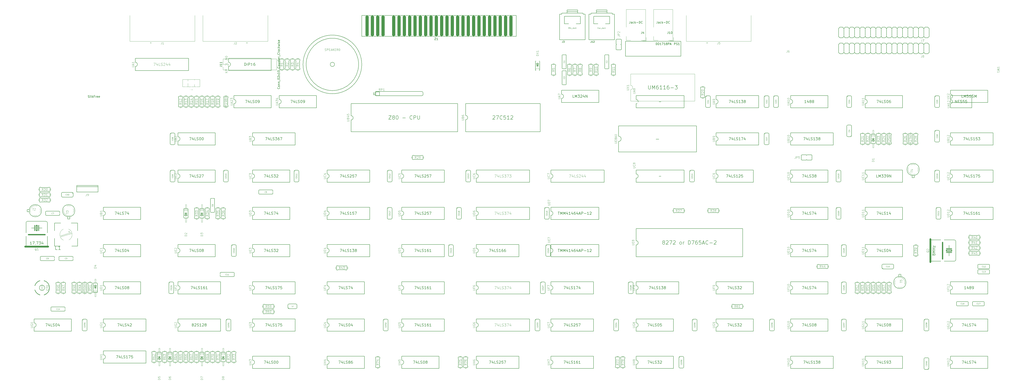
<source format=gto>
%TF.GenerationSoftware,KiCad,Pcbnew,7.0.1-0*%
%TF.CreationDate,2023-07-23T14:26:26+03:00*%
%TF.ProjectId,HC2000,48433230-3030-42e6-9b69-6361645f7063,rev?*%
%TF.SameCoordinates,Original*%
%TF.FileFunction,Legend,Top*%
%TF.FilePolarity,Positive*%
%FSLAX46Y46*%
G04 Gerber Fmt 4.6, Leading zero omitted, Abs format (unit mm)*
G04 Created by KiCad (PCBNEW 7.0.1-0) date 2023-07-23 14:26:26*
%MOMM*%
%LPD*%
G01*
G04 APERTURE LIST*
G04 Aperture macros list*
%AMRoundRect*
0 Rectangle with rounded corners*
0 $1 Rounding radius*
0 $2 $3 $4 $5 $6 $7 $8 $9 X,Y pos of 4 corners*
0 Add a 4 corners polygon primitive as box body*
4,1,4,$2,$3,$4,$5,$6,$7,$8,$9,$2,$3,0*
0 Add four circle primitives for the rounded corners*
1,1,$1+$1,$2,$3*
1,1,$1+$1,$4,$5*
1,1,$1+$1,$6,$7*
1,1,$1+$1,$8,$9*
0 Add four rect primitives between the rounded corners*
20,1,$1+$1,$2,$3,$4,$5,0*
20,1,$1+$1,$4,$5,$6,$7,0*
20,1,$1+$1,$6,$7,$8,$9,0*
20,1,$1+$1,$8,$9,$2,$3,0*%
G04 Aperture macros list end*
%ADD10C,0.150000*%
%ADD11C,0.100000*%
%ADD12C,0.050000*%
%ADD13C,0.101600*%
%ADD14C,0.127000*%
%ADD15C,0.152400*%
%ADD16C,0.177800*%
%ADD17C,0.066040*%
%ADD18C,0.076200*%
%ADD19C,0.050800*%
%ADD20C,0.120000*%
%ADD21C,0.254000*%
%ADD22C,0.812800*%
%ADD23C,0.609600*%
%ADD24C,0.304800*%
%ADD25C,0.203200*%
%ADD26R,3.500000X2.500000*%
%ADD27O,1.750000X3.500000*%
%ADD28O,1.750000X1.750000*%
%ADD29C,1.524000*%
%ADD30RoundRect,0.381000X-0.381000X-4.619000X0.381000X-4.619000X0.381000X4.619000X-0.381000X4.619000X0*%
%ADD31R,1.800000X1.800000*%
%ADD32O,1.800000X1.800000*%
%ADD33C,4.000000*%
%ADD34R,1.600000X1.600000*%
%ADD35C,1.600000*%
%ADD36R,1.700000X1.700000*%
%ADD37O,1.700000X1.700000*%
%ADD38C,2.000000*%
%ADD39R,4.400000X1.800000*%
%ADD40O,4.000000X1.800000*%
%ADD41O,1.800000X4.000000*%
%ADD42R,1.524000X1.524000*%
%ADD43O,5.715000X1.905000*%
%ADD44C,3.500000*%
%ADD45O,1.600000X1.600000*%
%ADD46C,1.948180*%
G04 APERTURE END LIST*
D10*
X358105333Y-112694095D02*
X358105333Y-113265523D01*
X358105333Y-113265523D02*
X358067238Y-113379809D01*
X358067238Y-113379809D02*
X357991047Y-113456000D01*
X357991047Y-113456000D02*
X357876762Y-113494095D01*
X357876762Y-113494095D02*
X357800571Y-113494095D01*
X358410095Y-112694095D02*
X358905333Y-112694095D01*
X358905333Y-112694095D02*
X358638667Y-112998857D01*
X358638667Y-112998857D02*
X358752952Y-112998857D01*
X358752952Y-112998857D02*
X358829143Y-113036952D01*
X358829143Y-113036952D02*
X358867238Y-113075047D01*
X358867238Y-113075047D02*
X358905333Y-113151238D01*
X358905333Y-113151238D02*
X358905333Y-113341714D01*
X358905333Y-113341714D02*
X358867238Y-113417904D01*
X358867238Y-113417904D02*
X358829143Y-113456000D01*
X358829143Y-113456000D02*
X358752952Y-113494095D01*
X358752952Y-113494095D02*
X358524381Y-113494095D01*
X358524381Y-113494095D02*
X358448190Y-113456000D01*
X358448190Y-113456000D02*
X358410095Y-113417904D01*
D11*
X360861429Y-106797571D02*
X360861429Y-106197571D01*
X360861429Y-106197571D02*
X361061429Y-106626142D01*
X361061429Y-106626142D02*
X361261429Y-106197571D01*
X361261429Y-106197571D02*
X361261429Y-106797571D01*
X361547143Y-106797571D02*
X361547143Y-106397571D01*
X361547143Y-106197571D02*
X361518571Y-106226142D01*
X361518571Y-106226142D02*
X361547143Y-106254714D01*
X361547143Y-106254714D02*
X361575714Y-106226142D01*
X361575714Y-106226142D02*
X361547143Y-106197571D01*
X361547143Y-106197571D02*
X361547143Y-106254714D01*
X362090000Y-106769000D02*
X362032857Y-106797571D01*
X362032857Y-106797571D02*
X361918571Y-106797571D01*
X361918571Y-106797571D02*
X361861428Y-106769000D01*
X361861428Y-106769000D02*
X361832857Y-106740428D01*
X361832857Y-106740428D02*
X361804285Y-106683285D01*
X361804285Y-106683285D02*
X361804285Y-106511857D01*
X361804285Y-106511857D02*
X361832857Y-106454714D01*
X361832857Y-106454714D02*
X361861428Y-106426142D01*
X361861428Y-106426142D02*
X361918571Y-106397571D01*
X361918571Y-106397571D02*
X362032857Y-106397571D01*
X362032857Y-106397571D02*
X362090000Y-106426142D01*
X362204286Y-106854714D02*
X362661428Y-106854714D01*
X362975714Y-106197571D02*
X362975714Y-106626142D01*
X362975714Y-106626142D02*
X362947143Y-106711857D01*
X362947143Y-106711857D02*
X362890000Y-106769000D01*
X362890000Y-106769000D02*
X362804286Y-106797571D01*
X362804286Y-106797571D02*
X362747143Y-106797571D01*
X363518572Y-106797571D02*
X363518572Y-106483285D01*
X363518572Y-106483285D02*
X363490000Y-106426142D01*
X363490000Y-106426142D02*
X363432857Y-106397571D01*
X363432857Y-106397571D02*
X363318572Y-106397571D01*
X363318572Y-106397571D02*
X363261429Y-106426142D01*
X363518572Y-106769000D02*
X363461429Y-106797571D01*
X363461429Y-106797571D02*
X363318572Y-106797571D01*
X363318572Y-106797571D02*
X363261429Y-106769000D01*
X363261429Y-106769000D02*
X363232857Y-106711857D01*
X363232857Y-106711857D02*
X363232857Y-106654714D01*
X363232857Y-106654714D02*
X363261429Y-106597571D01*
X363261429Y-106597571D02*
X363318572Y-106569000D01*
X363318572Y-106569000D02*
X363461429Y-106569000D01*
X363461429Y-106569000D02*
X363518572Y-106540428D01*
X364061429Y-106769000D02*
X364004286Y-106797571D01*
X364004286Y-106797571D02*
X363890000Y-106797571D01*
X363890000Y-106797571D02*
X363832857Y-106769000D01*
X363832857Y-106769000D02*
X363804286Y-106740428D01*
X363804286Y-106740428D02*
X363775714Y-106683285D01*
X363775714Y-106683285D02*
X363775714Y-106511857D01*
X363775714Y-106511857D02*
X363804286Y-106454714D01*
X363804286Y-106454714D02*
X363832857Y-106426142D01*
X363832857Y-106426142D02*
X363890000Y-106397571D01*
X363890000Y-106397571D02*
X364004286Y-106397571D01*
X364004286Y-106397571D02*
X364061429Y-106426142D01*
X364318572Y-106797571D02*
X364318572Y-106197571D01*
X364375715Y-106569000D02*
X364547143Y-106797571D01*
X364547143Y-106397571D02*
X364318572Y-106626142D01*
D10*
X371694380Y-112707095D02*
X371694380Y-113278523D01*
X371694380Y-113278523D02*
X371656285Y-113392809D01*
X371656285Y-113392809D02*
X371580094Y-113469000D01*
X371580094Y-113469000D02*
X371465809Y-113507095D01*
X371465809Y-113507095D02*
X371389618Y-113507095D01*
X372494380Y-113507095D02*
X372037237Y-113507095D01*
X372265809Y-113507095D02*
X372265809Y-112707095D01*
X372265809Y-112707095D02*
X372189618Y-112821380D01*
X372189618Y-112821380D02*
X372113428Y-112897571D01*
X372113428Y-112897571D02*
X372037237Y-112935666D01*
X372799142Y-112783285D02*
X372837238Y-112745190D01*
X372837238Y-112745190D02*
X372913428Y-112707095D01*
X372913428Y-112707095D02*
X373103904Y-112707095D01*
X373103904Y-112707095D02*
X373180095Y-112745190D01*
X373180095Y-112745190D02*
X373218190Y-112783285D01*
X373218190Y-112783285D02*
X373256285Y-112859476D01*
X373256285Y-112859476D02*
X373256285Y-112935666D01*
X373256285Y-112935666D02*
X373218190Y-113049952D01*
X373218190Y-113049952D02*
X372761047Y-113507095D01*
X372761047Y-113507095D02*
X373256285Y-113507095D01*
D11*
X374845714Y-106496285D02*
X375045714Y-106496285D01*
X375131428Y-106810571D02*
X374845714Y-106810571D01*
X374845714Y-106810571D02*
X374845714Y-106210571D01*
X374845714Y-106210571D02*
X375131428Y-106210571D01*
X375645714Y-106810571D02*
X375645714Y-106496285D01*
X375645714Y-106496285D02*
X375617142Y-106439142D01*
X375617142Y-106439142D02*
X375559999Y-106410571D01*
X375559999Y-106410571D02*
X375445714Y-106410571D01*
X375445714Y-106410571D02*
X375388571Y-106439142D01*
X375645714Y-106782000D02*
X375588571Y-106810571D01*
X375588571Y-106810571D02*
X375445714Y-106810571D01*
X375445714Y-106810571D02*
X375388571Y-106782000D01*
X375388571Y-106782000D02*
X375359999Y-106724857D01*
X375359999Y-106724857D02*
X375359999Y-106667714D01*
X375359999Y-106667714D02*
X375388571Y-106610571D01*
X375388571Y-106610571D02*
X375445714Y-106582000D01*
X375445714Y-106582000D02*
X375588571Y-106582000D01*
X375588571Y-106582000D02*
X375645714Y-106553428D01*
X375931428Y-106810571D02*
X375931428Y-106410571D01*
X375931428Y-106524857D02*
X375959999Y-106467714D01*
X375959999Y-106467714D02*
X375988571Y-106439142D01*
X375988571Y-106439142D02*
X376045713Y-106410571D01*
X376045713Y-106410571D02*
X376102856Y-106410571D01*
X376160000Y-106867714D02*
X376617142Y-106867714D01*
X376931428Y-106210571D02*
X376931428Y-106639142D01*
X376931428Y-106639142D02*
X376902857Y-106724857D01*
X376902857Y-106724857D02*
X376845714Y-106782000D01*
X376845714Y-106782000D02*
X376760000Y-106810571D01*
X376760000Y-106810571D02*
X376702857Y-106810571D01*
X377474286Y-106810571D02*
X377474286Y-106496285D01*
X377474286Y-106496285D02*
X377445714Y-106439142D01*
X377445714Y-106439142D02*
X377388571Y-106410571D01*
X377388571Y-106410571D02*
X377274286Y-106410571D01*
X377274286Y-106410571D02*
X377217143Y-106439142D01*
X377474286Y-106782000D02*
X377417143Y-106810571D01*
X377417143Y-106810571D02*
X377274286Y-106810571D01*
X377274286Y-106810571D02*
X377217143Y-106782000D01*
X377217143Y-106782000D02*
X377188571Y-106724857D01*
X377188571Y-106724857D02*
X377188571Y-106667714D01*
X377188571Y-106667714D02*
X377217143Y-106610571D01*
X377217143Y-106610571D02*
X377274286Y-106582000D01*
X377274286Y-106582000D02*
X377417143Y-106582000D01*
X377417143Y-106582000D02*
X377474286Y-106553428D01*
X378017143Y-106782000D02*
X377960000Y-106810571D01*
X377960000Y-106810571D02*
X377845714Y-106810571D01*
X377845714Y-106810571D02*
X377788571Y-106782000D01*
X377788571Y-106782000D02*
X377760000Y-106753428D01*
X377760000Y-106753428D02*
X377731428Y-106696285D01*
X377731428Y-106696285D02*
X377731428Y-106524857D01*
X377731428Y-106524857D02*
X377760000Y-106467714D01*
X377760000Y-106467714D02*
X377788571Y-106439142D01*
X377788571Y-106439142D02*
X377845714Y-106410571D01*
X377845714Y-106410571D02*
X377960000Y-106410571D01*
X377960000Y-106410571D02*
X378017143Y-106439142D01*
X378274286Y-106810571D02*
X378274286Y-106210571D01*
X378331429Y-106582000D02*
X378502857Y-106810571D01*
X378502857Y-106410571D02*
X378274286Y-106639142D01*
X524362619Y-161007619D02*
X523886428Y-161340952D01*
X524362619Y-161579047D02*
X523362619Y-161579047D01*
X523362619Y-161579047D02*
X523362619Y-161198095D01*
X523362619Y-161198095D02*
X523410238Y-161102857D01*
X523410238Y-161102857D02*
X523457857Y-161055238D01*
X523457857Y-161055238D02*
X523553095Y-161007619D01*
X523553095Y-161007619D02*
X523695952Y-161007619D01*
X523695952Y-161007619D02*
X523791190Y-161055238D01*
X523791190Y-161055238D02*
X523838809Y-161102857D01*
X523838809Y-161102857D02*
X523886428Y-161198095D01*
X523886428Y-161198095D02*
X523886428Y-161579047D01*
X523457857Y-160626666D02*
X523410238Y-160579047D01*
X523410238Y-160579047D02*
X523362619Y-160483809D01*
X523362619Y-160483809D02*
X523362619Y-160245714D01*
X523362619Y-160245714D02*
X523410238Y-160150476D01*
X523410238Y-160150476D02*
X523457857Y-160102857D01*
X523457857Y-160102857D02*
X523553095Y-160055238D01*
X523553095Y-160055238D02*
X523648333Y-160055238D01*
X523648333Y-160055238D02*
X523791190Y-160102857D01*
X523791190Y-160102857D02*
X524362619Y-160674285D01*
X524362619Y-160674285D02*
X524362619Y-160055238D01*
X523362619Y-159721904D02*
X523362619Y-159055238D01*
X523362619Y-159055238D02*
X524362619Y-159483809D01*
X524076904Y-158721904D02*
X524076904Y-158245714D01*
X524362619Y-158817142D02*
X523362619Y-158483809D01*
X523362619Y-158483809D02*
X524362619Y-158150476D01*
X523362619Y-157626666D02*
X523362619Y-157531428D01*
X523362619Y-157531428D02*
X523410238Y-157436190D01*
X523410238Y-157436190D02*
X523457857Y-157388571D01*
X523457857Y-157388571D02*
X523553095Y-157340952D01*
X523553095Y-157340952D02*
X523743571Y-157293333D01*
X523743571Y-157293333D02*
X523981666Y-157293333D01*
X523981666Y-157293333D02*
X524172142Y-157340952D01*
X524172142Y-157340952D02*
X524267380Y-157388571D01*
X524267380Y-157388571D02*
X524315000Y-157436190D01*
X524315000Y-157436190D02*
X524362619Y-157531428D01*
X524362619Y-157531428D02*
X524362619Y-157626666D01*
X524362619Y-157626666D02*
X524315000Y-157721904D01*
X524315000Y-157721904D02*
X524267380Y-157769523D01*
X524267380Y-157769523D02*
X524172142Y-157817142D01*
X524172142Y-157817142D02*
X523981666Y-157864761D01*
X523981666Y-157864761D02*
X523743571Y-157864761D01*
X523743571Y-157864761D02*
X523553095Y-157817142D01*
X523553095Y-157817142D02*
X523457857Y-157769523D01*
X523457857Y-157769523D02*
X523410238Y-157721904D01*
X523410238Y-157721904D02*
X523362619Y-157626666D01*
D12*
X275848286Y-195745714D02*
X275878525Y-195775952D01*
X275878525Y-195775952D02*
X275908763Y-195866666D01*
X275908763Y-195866666D02*
X275908763Y-195927142D01*
X275908763Y-195927142D02*
X275878525Y-196017857D01*
X275878525Y-196017857D02*
X275818048Y-196078333D01*
X275818048Y-196078333D02*
X275757572Y-196108571D01*
X275757572Y-196108571D02*
X275636620Y-196138809D01*
X275636620Y-196138809D02*
X275545905Y-196138809D01*
X275545905Y-196138809D02*
X275424953Y-196108571D01*
X275424953Y-196108571D02*
X275364477Y-196078333D01*
X275364477Y-196078333D02*
X275304001Y-196017857D01*
X275304001Y-196017857D02*
X275273763Y-195927142D01*
X275273763Y-195927142D02*
X275273763Y-195866666D01*
X275273763Y-195866666D02*
X275304001Y-195775952D01*
X275304001Y-195775952D02*
X275334239Y-195745714D01*
X275908763Y-195473571D02*
X275273763Y-195473571D01*
X275273763Y-195473571D02*
X275273763Y-195322381D01*
X275273763Y-195322381D02*
X275304001Y-195231666D01*
X275304001Y-195231666D02*
X275364477Y-195171190D01*
X275364477Y-195171190D02*
X275424953Y-195140952D01*
X275424953Y-195140952D02*
X275545905Y-195110714D01*
X275545905Y-195110714D02*
X275636620Y-195110714D01*
X275636620Y-195110714D02*
X275757572Y-195140952D01*
X275757572Y-195140952D02*
X275818048Y-195171190D01*
X275818048Y-195171190D02*
X275878525Y-195231666D01*
X275878525Y-195231666D02*
X275908763Y-195322381D01*
X275908763Y-195322381D02*
X275908763Y-195473571D01*
X275908763Y-194505952D02*
X275908763Y-194868809D01*
X275908763Y-194687381D02*
X275273763Y-194687381D01*
X275273763Y-194687381D02*
X275364477Y-194747857D01*
X275364477Y-194747857D02*
X275424953Y-194808333D01*
X275424953Y-194808333D02*
X275455191Y-194868809D01*
X275273763Y-194294285D02*
X275273763Y-193870952D01*
X275273763Y-193870952D02*
X275908763Y-194143095D01*
D11*
X506582619Y-231222857D02*
X506106428Y-231556190D01*
X506582619Y-231794285D02*
X505582619Y-231794285D01*
X505582619Y-231794285D02*
X505582619Y-231413333D01*
X505582619Y-231413333D02*
X505630238Y-231318095D01*
X505630238Y-231318095D02*
X505677857Y-231270476D01*
X505677857Y-231270476D02*
X505773095Y-231222857D01*
X505773095Y-231222857D02*
X505915952Y-231222857D01*
X505915952Y-231222857D02*
X506011190Y-231270476D01*
X506011190Y-231270476D02*
X506058809Y-231318095D01*
X506058809Y-231318095D02*
X506106428Y-231413333D01*
X506106428Y-231413333D02*
X506106428Y-231794285D01*
X505582619Y-230318095D02*
X505582619Y-230794285D01*
X505582619Y-230794285D02*
X506058809Y-230841904D01*
X506058809Y-230841904D02*
X506011190Y-230794285D01*
X506011190Y-230794285D02*
X505963571Y-230699047D01*
X505963571Y-230699047D02*
X505963571Y-230460952D01*
X505963571Y-230460952D02*
X506011190Y-230365714D01*
X506011190Y-230365714D02*
X506058809Y-230318095D01*
X506058809Y-230318095D02*
X506154047Y-230270476D01*
X506154047Y-230270476D02*
X506392142Y-230270476D01*
X506392142Y-230270476D02*
X506487380Y-230318095D01*
X506487380Y-230318095D02*
X506535000Y-230365714D01*
X506535000Y-230365714D02*
X506582619Y-230460952D01*
X506582619Y-230460952D02*
X506582619Y-230699047D01*
X506582619Y-230699047D02*
X506535000Y-230794285D01*
X506535000Y-230794285D02*
X506487380Y-230841904D01*
X505582619Y-229365714D02*
X505582619Y-229841904D01*
X505582619Y-229841904D02*
X506058809Y-229889523D01*
X506058809Y-229889523D02*
X506011190Y-229841904D01*
X506011190Y-229841904D02*
X505963571Y-229746666D01*
X505963571Y-229746666D02*
X505963571Y-229508571D01*
X505963571Y-229508571D02*
X506011190Y-229413333D01*
X506011190Y-229413333D02*
X506058809Y-229365714D01*
X506058809Y-229365714D02*
X506154047Y-229318095D01*
X506154047Y-229318095D02*
X506392142Y-229318095D01*
X506392142Y-229318095D02*
X506487380Y-229365714D01*
X506487380Y-229365714D02*
X506535000Y-229413333D01*
X506535000Y-229413333D02*
X506582619Y-229508571D01*
X506582619Y-229508571D02*
X506582619Y-229746666D01*
X506582619Y-229746666D02*
X506535000Y-229841904D01*
X506535000Y-229841904D02*
X506487380Y-229889523D01*
X152776619Y-125090475D02*
X153586142Y-125090475D01*
X153586142Y-125090475D02*
X153681380Y-125042856D01*
X153681380Y-125042856D02*
X153729000Y-124995237D01*
X153729000Y-124995237D02*
X153776619Y-124899999D01*
X153776619Y-124899999D02*
X153776619Y-124709523D01*
X153776619Y-124709523D02*
X153729000Y-124614285D01*
X153729000Y-124614285D02*
X153681380Y-124566666D01*
X153681380Y-124566666D02*
X153586142Y-124519047D01*
X153586142Y-124519047D02*
X152776619Y-124519047D01*
X153490904Y-124090475D02*
X153490904Y-123614285D01*
X153776619Y-124185713D02*
X152776619Y-123852380D01*
X152776619Y-123852380D02*
X153776619Y-123519047D01*
X153776619Y-122661904D02*
X153776619Y-123233332D01*
X153776619Y-122947618D02*
X152776619Y-122947618D01*
X152776619Y-122947618D02*
X152919476Y-123042856D01*
X152919476Y-123042856D02*
X153014714Y-123138094D01*
X153014714Y-123138094D02*
X153062333Y-123233332D01*
D13*
X163068809Y-123217526D02*
X163915476Y-123217526D01*
X163915476Y-123217526D02*
X163371190Y-124487526D01*
X164943571Y-123640859D02*
X164943571Y-124487526D01*
X164641190Y-123157050D02*
X164338809Y-124064192D01*
X164338809Y-124064192D02*
X165125000Y-124064192D01*
X166213571Y-124487526D02*
X165608809Y-124487526D01*
X165608809Y-124487526D02*
X165608809Y-123217526D01*
X166576428Y-124427050D02*
X166757857Y-124487526D01*
X166757857Y-124487526D02*
X167060238Y-124487526D01*
X167060238Y-124487526D02*
X167181190Y-124427050D01*
X167181190Y-124427050D02*
X167241666Y-124366573D01*
X167241666Y-124366573D02*
X167302143Y-124245621D01*
X167302143Y-124245621D02*
X167302143Y-124124669D01*
X167302143Y-124124669D02*
X167241666Y-124003716D01*
X167241666Y-124003716D02*
X167181190Y-123943240D01*
X167181190Y-123943240D02*
X167060238Y-123882764D01*
X167060238Y-123882764D02*
X166818333Y-123822288D01*
X166818333Y-123822288D02*
X166697381Y-123761811D01*
X166697381Y-123761811D02*
X166636904Y-123701335D01*
X166636904Y-123701335D02*
X166576428Y-123580383D01*
X166576428Y-123580383D02*
X166576428Y-123459430D01*
X166576428Y-123459430D02*
X166636904Y-123338478D01*
X166636904Y-123338478D02*
X166697381Y-123278002D01*
X166697381Y-123278002D02*
X166818333Y-123217526D01*
X166818333Y-123217526D02*
X167120714Y-123217526D01*
X167120714Y-123217526D02*
X167302143Y-123278002D01*
X167785952Y-123338478D02*
X167846428Y-123278002D01*
X167846428Y-123278002D02*
X167967381Y-123217526D01*
X167967381Y-123217526D02*
X168269762Y-123217526D01*
X168269762Y-123217526D02*
X168390714Y-123278002D01*
X168390714Y-123278002D02*
X168451190Y-123338478D01*
X168451190Y-123338478D02*
X168511667Y-123459430D01*
X168511667Y-123459430D02*
X168511667Y-123580383D01*
X168511667Y-123580383D02*
X168451190Y-123761811D01*
X168451190Y-123761811D02*
X167725476Y-124487526D01*
X167725476Y-124487526D02*
X168511667Y-124487526D01*
X169600238Y-123640859D02*
X169600238Y-124487526D01*
X169297857Y-123157050D02*
X168995476Y-124064192D01*
X168995476Y-124064192D02*
X169781667Y-124064192D01*
X170809762Y-123640859D02*
X170809762Y-124487526D01*
X170507381Y-123157050D02*
X170205000Y-124064192D01*
X170205000Y-124064192D02*
X170991191Y-124064192D01*
D11*
X194162619Y-195662857D02*
X193686428Y-195996190D01*
X194162619Y-196234285D02*
X193162619Y-196234285D01*
X193162619Y-196234285D02*
X193162619Y-195853333D01*
X193162619Y-195853333D02*
X193210238Y-195758095D01*
X193210238Y-195758095D02*
X193257857Y-195710476D01*
X193257857Y-195710476D02*
X193353095Y-195662857D01*
X193353095Y-195662857D02*
X193495952Y-195662857D01*
X193495952Y-195662857D02*
X193591190Y-195710476D01*
X193591190Y-195710476D02*
X193638809Y-195758095D01*
X193638809Y-195758095D02*
X193686428Y-195853333D01*
X193686428Y-195853333D02*
X193686428Y-196234285D01*
X193162619Y-195329523D02*
X193162619Y-194710476D01*
X193162619Y-194710476D02*
X193543571Y-195043809D01*
X193543571Y-195043809D02*
X193543571Y-194900952D01*
X193543571Y-194900952D02*
X193591190Y-194805714D01*
X193591190Y-194805714D02*
X193638809Y-194758095D01*
X193638809Y-194758095D02*
X193734047Y-194710476D01*
X193734047Y-194710476D02*
X193972142Y-194710476D01*
X193972142Y-194710476D02*
X194067380Y-194758095D01*
X194067380Y-194758095D02*
X194115000Y-194805714D01*
X194115000Y-194805714D02*
X194162619Y-194900952D01*
X194162619Y-194900952D02*
X194162619Y-195186666D01*
X194162619Y-195186666D02*
X194115000Y-195281904D01*
X194115000Y-195281904D02*
X194067380Y-195329523D01*
X193162619Y-193805714D02*
X193162619Y-194281904D01*
X193162619Y-194281904D02*
X193638809Y-194329523D01*
X193638809Y-194329523D02*
X193591190Y-194281904D01*
X193591190Y-194281904D02*
X193543571Y-194186666D01*
X193543571Y-194186666D02*
X193543571Y-193948571D01*
X193543571Y-193948571D02*
X193591190Y-193853333D01*
X193591190Y-193853333D02*
X193638809Y-193805714D01*
X193638809Y-193805714D02*
X193734047Y-193758095D01*
X193734047Y-193758095D02*
X193972142Y-193758095D01*
X193972142Y-193758095D02*
X194067380Y-193805714D01*
X194067380Y-193805714D02*
X194115000Y-193853333D01*
X194115000Y-193853333D02*
X194162619Y-193948571D01*
X194162619Y-193948571D02*
X194162619Y-194186666D01*
X194162619Y-194186666D02*
X194115000Y-194281904D01*
X194115000Y-194281904D02*
X194067380Y-194329523D01*
X279776619Y-231770475D02*
X280586142Y-231770475D01*
X280586142Y-231770475D02*
X280681380Y-231722856D01*
X280681380Y-231722856D02*
X280729000Y-231675237D01*
X280729000Y-231675237D02*
X280776619Y-231579999D01*
X280776619Y-231579999D02*
X280776619Y-231389523D01*
X280776619Y-231389523D02*
X280729000Y-231294285D01*
X280729000Y-231294285D02*
X280681380Y-231246666D01*
X280681380Y-231246666D02*
X280586142Y-231199047D01*
X280586142Y-231199047D02*
X279776619Y-231199047D01*
X280252809Y-230389523D02*
X280252809Y-230722856D01*
X280776619Y-230722856D02*
X279776619Y-230722856D01*
X279776619Y-230722856D02*
X279776619Y-230246666D01*
X279776619Y-229389523D02*
X279776619Y-229865713D01*
X279776619Y-229865713D02*
X280252809Y-229913332D01*
X280252809Y-229913332D02*
X280205190Y-229865713D01*
X280205190Y-229865713D02*
X280157571Y-229770475D01*
X280157571Y-229770475D02*
X280157571Y-229532380D01*
X280157571Y-229532380D02*
X280205190Y-229437142D01*
X280205190Y-229437142D02*
X280252809Y-229389523D01*
X280252809Y-229389523D02*
X280348047Y-229341904D01*
X280348047Y-229341904D02*
X280586142Y-229341904D01*
X280586142Y-229341904D02*
X280681380Y-229389523D01*
X280681380Y-229389523D02*
X280729000Y-229437142D01*
X280729000Y-229437142D02*
X280776619Y-229532380D01*
X280776619Y-229532380D02*
X280776619Y-229770475D01*
X280776619Y-229770475D02*
X280729000Y-229865713D01*
X280729000Y-229865713D02*
X280681380Y-229913332D01*
D14*
X287528809Y-229897526D02*
X288375476Y-229897526D01*
X288375476Y-229897526D02*
X287831190Y-231167526D01*
X289403571Y-230320859D02*
X289403571Y-231167526D01*
X289101190Y-229837050D02*
X288798809Y-230744192D01*
X288798809Y-230744192D02*
X289585000Y-230744192D01*
X290673571Y-231167526D02*
X290068809Y-231167526D01*
X290068809Y-231167526D02*
X290068809Y-229897526D01*
X291036428Y-231107050D02*
X291217857Y-231167526D01*
X291217857Y-231167526D02*
X291520238Y-231167526D01*
X291520238Y-231167526D02*
X291641190Y-231107050D01*
X291641190Y-231107050D02*
X291701666Y-231046573D01*
X291701666Y-231046573D02*
X291762143Y-230925621D01*
X291762143Y-230925621D02*
X291762143Y-230804669D01*
X291762143Y-230804669D02*
X291701666Y-230683716D01*
X291701666Y-230683716D02*
X291641190Y-230623240D01*
X291641190Y-230623240D02*
X291520238Y-230562764D01*
X291520238Y-230562764D02*
X291278333Y-230502288D01*
X291278333Y-230502288D02*
X291157381Y-230441811D01*
X291157381Y-230441811D02*
X291096904Y-230381335D01*
X291096904Y-230381335D02*
X291036428Y-230260383D01*
X291036428Y-230260383D02*
X291036428Y-230139430D01*
X291036428Y-230139430D02*
X291096904Y-230018478D01*
X291096904Y-230018478D02*
X291157381Y-229958002D01*
X291157381Y-229958002D02*
X291278333Y-229897526D01*
X291278333Y-229897526D02*
X291580714Y-229897526D01*
X291580714Y-229897526D02*
X291762143Y-229958002D01*
X292971667Y-231167526D02*
X292245952Y-231167526D01*
X292608809Y-231167526D02*
X292608809Y-229897526D01*
X292608809Y-229897526D02*
X292487857Y-230078954D01*
X292487857Y-230078954D02*
X292366905Y-230199907D01*
X292366905Y-230199907D02*
X292245952Y-230260383D01*
X294060238Y-229897526D02*
X293818333Y-229897526D01*
X293818333Y-229897526D02*
X293697381Y-229958002D01*
X293697381Y-229958002D02*
X293636905Y-230018478D01*
X293636905Y-230018478D02*
X293515952Y-230199907D01*
X293515952Y-230199907D02*
X293455476Y-230441811D01*
X293455476Y-230441811D02*
X293455476Y-230925621D01*
X293455476Y-230925621D02*
X293515952Y-231046573D01*
X293515952Y-231046573D02*
X293576429Y-231107050D01*
X293576429Y-231107050D02*
X293697381Y-231167526D01*
X293697381Y-231167526D02*
X293939286Y-231167526D01*
X293939286Y-231167526D02*
X294060238Y-231107050D01*
X294060238Y-231107050D02*
X294120714Y-231046573D01*
X294120714Y-231046573D02*
X294181191Y-230925621D01*
X294181191Y-230925621D02*
X294181191Y-230623240D01*
X294181191Y-230623240D02*
X294120714Y-230502288D01*
X294120714Y-230502288D02*
X294060238Y-230441811D01*
X294060238Y-230441811D02*
X293939286Y-230381335D01*
X293939286Y-230381335D02*
X293697381Y-230381335D01*
X293697381Y-230381335D02*
X293576429Y-230441811D01*
X293576429Y-230441811D02*
X293515952Y-230502288D01*
X293515952Y-230502288D02*
X293455476Y-230623240D01*
X295390715Y-231167526D02*
X294665000Y-231167526D01*
X295027857Y-231167526D02*
X295027857Y-229897526D01*
X295027857Y-229897526D02*
X294906905Y-230078954D01*
X294906905Y-230078954D02*
X294785953Y-230199907D01*
X294785953Y-230199907D02*
X294665000Y-230260383D01*
D10*
X297030476Y-111217619D02*
X297697142Y-111217619D01*
X297697142Y-111217619D02*
X297030476Y-112217619D01*
X297030476Y-112217619D02*
X297697142Y-112217619D01*
X298601904Y-112217619D02*
X298030476Y-112217619D01*
X298316190Y-112217619D02*
X298316190Y-111217619D01*
X298316190Y-111217619D02*
X298220952Y-111360476D01*
X298220952Y-111360476D02*
X298125714Y-111455714D01*
X298125714Y-111455714D02*
X298030476Y-111503333D01*
D11*
X504042619Y-231222857D02*
X503566428Y-231556190D01*
X504042619Y-231794285D02*
X503042619Y-231794285D01*
X503042619Y-231794285D02*
X503042619Y-231413333D01*
X503042619Y-231413333D02*
X503090238Y-231318095D01*
X503090238Y-231318095D02*
X503137857Y-231270476D01*
X503137857Y-231270476D02*
X503233095Y-231222857D01*
X503233095Y-231222857D02*
X503375952Y-231222857D01*
X503375952Y-231222857D02*
X503471190Y-231270476D01*
X503471190Y-231270476D02*
X503518809Y-231318095D01*
X503518809Y-231318095D02*
X503566428Y-231413333D01*
X503566428Y-231413333D02*
X503566428Y-231794285D01*
X503042619Y-230318095D02*
X503042619Y-230794285D01*
X503042619Y-230794285D02*
X503518809Y-230841904D01*
X503518809Y-230841904D02*
X503471190Y-230794285D01*
X503471190Y-230794285D02*
X503423571Y-230699047D01*
X503423571Y-230699047D02*
X503423571Y-230460952D01*
X503423571Y-230460952D02*
X503471190Y-230365714D01*
X503471190Y-230365714D02*
X503518809Y-230318095D01*
X503518809Y-230318095D02*
X503614047Y-230270476D01*
X503614047Y-230270476D02*
X503852142Y-230270476D01*
X503852142Y-230270476D02*
X503947380Y-230318095D01*
X503947380Y-230318095D02*
X503995000Y-230365714D01*
X503995000Y-230365714D02*
X504042619Y-230460952D01*
X504042619Y-230460952D02*
X504042619Y-230699047D01*
X504042619Y-230699047D02*
X503995000Y-230794285D01*
X503995000Y-230794285D02*
X503947380Y-230841904D01*
X503375952Y-229413333D02*
X504042619Y-229413333D01*
X502995000Y-229651428D02*
X503709285Y-229889523D01*
X503709285Y-229889523D02*
X503709285Y-229270476D01*
X197972619Y-143299047D02*
X197496428Y-143632380D01*
X197972619Y-143870475D02*
X196972619Y-143870475D01*
X196972619Y-143870475D02*
X196972619Y-143489523D01*
X196972619Y-143489523D02*
X197020238Y-143394285D01*
X197020238Y-143394285D02*
X197067857Y-143346666D01*
X197067857Y-143346666D02*
X197163095Y-143299047D01*
X197163095Y-143299047D02*
X197305952Y-143299047D01*
X197305952Y-143299047D02*
X197401190Y-143346666D01*
X197401190Y-143346666D02*
X197448809Y-143394285D01*
X197448809Y-143394285D02*
X197496428Y-143489523D01*
X197496428Y-143489523D02*
X197496428Y-143870475D01*
X197972619Y-142346666D02*
X197972619Y-142918094D01*
X197972619Y-142632380D02*
X196972619Y-142632380D01*
X196972619Y-142632380D02*
X197115476Y-142727618D01*
X197115476Y-142727618D02*
X197210714Y-142822856D01*
X197210714Y-142822856D02*
X197258333Y-142918094D01*
X197972619Y-141870475D02*
X197972619Y-141679999D01*
X197972619Y-141679999D02*
X197925000Y-141584761D01*
X197925000Y-141584761D02*
X197877380Y-141537142D01*
X197877380Y-141537142D02*
X197734523Y-141441904D01*
X197734523Y-141441904D02*
X197544047Y-141394285D01*
X197544047Y-141394285D02*
X197163095Y-141394285D01*
X197163095Y-141394285D02*
X197067857Y-141441904D01*
X197067857Y-141441904D02*
X197020238Y-141489523D01*
X197020238Y-141489523D02*
X196972619Y-141584761D01*
X196972619Y-141584761D02*
X196972619Y-141775237D01*
X196972619Y-141775237D02*
X197020238Y-141870475D01*
X197020238Y-141870475D02*
X197067857Y-141918094D01*
X197067857Y-141918094D02*
X197163095Y-141965713D01*
X197163095Y-141965713D02*
X197401190Y-141965713D01*
X197401190Y-141965713D02*
X197496428Y-141918094D01*
X197496428Y-141918094D02*
X197544047Y-141870475D01*
X197544047Y-141870475D02*
X197591666Y-141775237D01*
X197591666Y-141775237D02*
X197591666Y-141584761D01*
X197591666Y-141584761D02*
X197544047Y-141489523D01*
X197544047Y-141489523D02*
X197496428Y-141441904D01*
X197496428Y-141441904D02*
X197401190Y-141394285D01*
X197448809Y-140632380D02*
X197496428Y-140489523D01*
X197496428Y-140489523D02*
X197544047Y-140441904D01*
X197544047Y-140441904D02*
X197639285Y-140394285D01*
X197639285Y-140394285D02*
X197782142Y-140394285D01*
X197782142Y-140394285D02*
X197877380Y-140441904D01*
X197877380Y-140441904D02*
X197925000Y-140489523D01*
X197925000Y-140489523D02*
X197972619Y-140584761D01*
X197972619Y-140584761D02*
X197972619Y-140965713D01*
X197972619Y-140965713D02*
X196972619Y-140965713D01*
X196972619Y-140965713D02*
X196972619Y-140632380D01*
X196972619Y-140632380D02*
X197020238Y-140537142D01*
X197020238Y-140537142D02*
X197067857Y-140489523D01*
X197067857Y-140489523D02*
X197163095Y-140441904D01*
X197163095Y-140441904D02*
X197258333Y-140441904D01*
X197258333Y-140441904D02*
X197353571Y-140489523D01*
X197353571Y-140489523D02*
X197401190Y-140537142D01*
X197401190Y-140537142D02*
X197448809Y-140632380D01*
X197448809Y-140632380D02*
X197448809Y-140965713D01*
X196972619Y-139775237D02*
X196972619Y-139679999D01*
X196972619Y-139679999D02*
X197020238Y-139584761D01*
X197020238Y-139584761D02*
X197067857Y-139537142D01*
X197067857Y-139537142D02*
X197163095Y-139489523D01*
X197163095Y-139489523D02*
X197353571Y-139441904D01*
X197353571Y-139441904D02*
X197591666Y-139441904D01*
X197591666Y-139441904D02*
X197782142Y-139489523D01*
X197782142Y-139489523D02*
X197877380Y-139537142D01*
X197877380Y-139537142D02*
X197925000Y-139584761D01*
X197925000Y-139584761D02*
X197972619Y-139679999D01*
X197972619Y-139679999D02*
X197972619Y-139775237D01*
X197972619Y-139775237D02*
X197925000Y-139870475D01*
X197925000Y-139870475D02*
X197877380Y-139918094D01*
X197877380Y-139918094D02*
X197782142Y-139965713D01*
X197782142Y-139965713D02*
X197591666Y-140013332D01*
X197591666Y-140013332D02*
X197353571Y-140013332D01*
X197353571Y-140013332D02*
X197163095Y-139965713D01*
X197163095Y-139965713D02*
X197067857Y-139918094D01*
X197067857Y-139918094D02*
X197020238Y-139870475D01*
X197020238Y-139870475D02*
X196972619Y-139775237D01*
D12*
X414913286Y-266865714D02*
X414943525Y-266895952D01*
X414943525Y-266895952D02*
X414973763Y-266986666D01*
X414973763Y-266986666D02*
X414973763Y-267047142D01*
X414973763Y-267047142D02*
X414943525Y-267137857D01*
X414943525Y-267137857D02*
X414883048Y-267198333D01*
X414883048Y-267198333D02*
X414822572Y-267228571D01*
X414822572Y-267228571D02*
X414701620Y-267258809D01*
X414701620Y-267258809D02*
X414610905Y-267258809D01*
X414610905Y-267258809D02*
X414489953Y-267228571D01*
X414489953Y-267228571D02*
X414429477Y-267198333D01*
X414429477Y-267198333D02*
X414369001Y-267137857D01*
X414369001Y-267137857D02*
X414338763Y-267047142D01*
X414338763Y-267047142D02*
X414338763Y-266986666D01*
X414338763Y-266986666D02*
X414369001Y-266895952D01*
X414369001Y-266895952D02*
X414399239Y-266865714D01*
X414973763Y-266593571D02*
X414338763Y-266593571D01*
X414338763Y-266593571D02*
X414338763Y-266442381D01*
X414338763Y-266442381D02*
X414369001Y-266351666D01*
X414369001Y-266351666D02*
X414429477Y-266291190D01*
X414429477Y-266291190D02*
X414489953Y-266260952D01*
X414489953Y-266260952D02*
X414610905Y-266230714D01*
X414610905Y-266230714D02*
X414701620Y-266230714D01*
X414701620Y-266230714D02*
X414822572Y-266260952D01*
X414822572Y-266260952D02*
X414883048Y-266291190D01*
X414883048Y-266291190D02*
X414943525Y-266351666D01*
X414943525Y-266351666D02*
X414973763Y-266442381D01*
X414973763Y-266442381D02*
X414973763Y-266593571D01*
X414338763Y-266019047D02*
X414338763Y-265625952D01*
X414338763Y-265625952D02*
X414580667Y-265837619D01*
X414580667Y-265837619D02*
X414580667Y-265746904D01*
X414580667Y-265746904D02*
X414610905Y-265686428D01*
X414610905Y-265686428D02*
X414641144Y-265656190D01*
X414641144Y-265656190D02*
X414701620Y-265625952D01*
X414701620Y-265625952D02*
X414852810Y-265625952D01*
X414852810Y-265625952D02*
X414913286Y-265656190D01*
X414913286Y-265656190D02*
X414943525Y-265686428D01*
X414943525Y-265686428D02*
X414973763Y-265746904D01*
X414973763Y-265746904D02*
X414973763Y-265928333D01*
X414973763Y-265928333D02*
X414943525Y-265988809D01*
X414943525Y-265988809D02*
X414913286Y-266019047D01*
X414973763Y-265323571D02*
X414973763Y-265202619D01*
X414973763Y-265202619D02*
X414943525Y-265142142D01*
X414943525Y-265142142D02*
X414913286Y-265111904D01*
X414913286Y-265111904D02*
X414822572Y-265051428D01*
X414822572Y-265051428D02*
X414701620Y-265021190D01*
X414701620Y-265021190D02*
X414459715Y-265021190D01*
X414459715Y-265021190D02*
X414399239Y-265051428D01*
X414399239Y-265051428D02*
X414369001Y-265081666D01*
X414369001Y-265081666D02*
X414338763Y-265142142D01*
X414338763Y-265142142D02*
X414338763Y-265263095D01*
X414338763Y-265263095D02*
X414369001Y-265323571D01*
X414369001Y-265323571D02*
X414399239Y-265353809D01*
X414399239Y-265353809D02*
X414459715Y-265384047D01*
X414459715Y-265384047D02*
X414610905Y-265384047D01*
X414610905Y-265384047D02*
X414671382Y-265353809D01*
X414671382Y-265353809D02*
X414701620Y-265323571D01*
X414701620Y-265323571D02*
X414731858Y-265263095D01*
X414731858Y-265263095D02*
X414731858Y-265142142D01*
X414731858Y-265142142D02*
X414701620Y-265081666D01*
X414701620Y-265081666D02*
X414671382Y-265051428D01*
X414671382Y-265051428D02*
X414610905Y-265021190D01*
X231398286Y-177965714D02*
X231428525Y-177995952D01*
X231428525Y-177995952D02*
X231458763Y-178086666D01*
X231458763Y-178086666D02*
X231458763Y-178147142D01*
X231458763Y-178147142D02*
X231428525Y-178237857D01*
X231428525Y-178237857D02*
X231368048Y-178298333D01*
X231368048Y-178298333D02*
X231307572Y-178328571D01*
X231307572Y-178328571D02*
X231186620Y-178358809D01*
X231186620Y-178358809D02*
X231095905Y-178358809D01*
X231095905Y-178358809D02*
X230974953Y-178328571D01*
X230974953Y-178328571D02*
X230914477Y-178298333D01*
X230914477Y-178298333D02*
X230854001Y-178237857D01*
X230854001Y-178237857D02*
X230823763Y-178147142D01*
X230823763Y-178147142D02*
X230823763Y-178086666D01*
X230823763Y-178086666D02*
X230854001Y-177995952D01*
X230854001Y-177995952D02*
X230884239Y-177965714D01*
X231458763Y-177693571D02*
X230823763Y-177693571D01*
X230823763Y-177693571D02*
X230823763Y-177542381D01*
X230823763Y-177542381D02*
X230854001Y-177451666D01*
X230854001Y-177451666D02*
X230914477Y-177391190D01*
X230914477Y-177391190D02*
X230974953Y-177360952D01*
X230974953Y-177360952D02*
X231095905Y-177330714D01*
X231095905Y-177330714D02*
X231186620Y-177330714D01*
X231186620Y-177330714D02*
X231307572Y-177360952D01*
X231307572Y-177360952D02*
X231368048Y-177391190D01*
X231368048Y-177391190D02*
X231428525Y-177451666D01*
X231428525Y-177451666D02*
X231458763Y-177542381D01*
X231458763Y-177542381D02*
X231458763Y-177693571D01*
X231458763Y-176725952D02*
X231458763Y-177088809D01*
X231458763Y-176907381D02*
X230823763Y-176907381D01*
X230823763Y-176907381D02*
X230914477Y-176967857D01*
X230914477Y-176967857D02*
X230974953Y-177028333D01*
X230974953Y-177028333D02*
X231005191Y-177088809D01*
X231458763Y-176121190D02*
X231458763Y-176484047D01*
X231458763Y-176302619D02*
X230823763Y-176302619D01*
X230823763Y-176302619D02*
X230914477Y-176363095D01*
X230914477Y-176363095D02*
X230974953Y-176423571D01*
X230974953Y-176423571D02*
X231005191Y-176484047D01*
D11*
X500756619Y-143346666D02*
X501566142Y-143346666D01*
X501566142Y-143346666D02*
X501661380Y-143299047D01*
X501661380Y-143299047D02*
X501709000Y-143251428D01*
X501709000Y-143251428D02*
X501756619Y-143156190D01*
X501756619Y-143156190D02*
X501756619Y-142965714D01*
X501756619Y-142965714D02*
X501709000Y-142870476D01*
X501709000Y-142870476D02*
X501661380Y-142822857D01*
X501661380Y-142822857D02*
X501566142Y-142775238D01*
X501566142Y-142775238D02*
X500756619Y-142775238D01*
X501470904Y-142346666D02*
X501470904Y-141870476D01*
X501756619Y-142441904D02*
X500756619Y-142108571D01*
X500756619Y-142108571D02*
X501756619Y-141775238D01*
X501756619Y-140918095D02*
X501756619Y-141489523D01*
X501756619Y-141203809D02*
X500756619Y-141203809D01*
X500756619Y-141203809D02*
X500899476Y-141299047D01*
X500899476Y-141299047D02*
X500994714Y-141394285D01*
X500994714Y-141394285D02*
X501042333Y-141489523D01*
X501756619Y-139965714D02*
X501756619Y-140537142D01*
X501756619Y-140251428D02*
X500756619Y-140251428D01*
X500756619Y-140251428D02*
X500899476Y-140346666D01*
X500899476Y-140346666D02*
X500994714Y-140441904D01*
X500994714Y-140441904D02*
X501042333Y-140537142D01*
D14*
X507843571Y-140997526D02*
X508690238Y-140997526D01*
X508690238Y-140997526D02*
X508145952Y-142267526D01*
X509718333Y-141420859D02*
X509718333Y-142267526D01*
X509415952Y-140937050D02*
X509113571Y-141844192D01*
X509113571Y-141844192D02*
X509899762Y-141844192D01*
X510988333Y-142267526D02*
X510383571Y-142267526D01*
X510383571Y-142267526D02*
X510383571Y-140997526D01*
X511351190Y-142207050D02*
X511532619Y-142267526D01*
X511532619Y-142267526D02*
X511835000Y-142267526D01*
X511835000Y-142267526D02*
X511955952Y-142207050D01*
X511955952Y-142207050D02*
X512016428Y-142146573D01*
X512016428Y-142146573D02*
X512076905Y-142025621D01*
X512076905Y-142025621D02*
X512076905Y-141904669D01*
X512076905Y-141904669D02*
X512016428Y-141783716D01*
X512016428Y-141783716D02*
X511955952Y-141723240D01*
X511955952Y-141723240D02*
X511835000Y-141662764D01*
X511835000Y-141662764D02*
X511593095Y-141602288D01*
X511593095Y-141602288D02*
X511472143Y-141541811D01*
X511472143Y-141541811D02*
X511411666Y-141481335D01*
X511411666Y-141481335D02*
X511351190Y-141360383D01*
X511351190Y-141360383D02*
X511351190Y-141239430D01*
X511351190Y-141239430D02*
X511411666Y-141118478D01*
X511411666Y-141118478D02*
X511472143Y-141058002D01*
X511472143Y-141058002D02*
X511593095Y-140997526D01*
X511593095Y-140997526D02*
X511895476Y-140997526D01*
X511895476Y-140997526D02*
X512076905Y-141058002D01*
X512863095Y-140997526D02*
X512984048Y-140997526D01*
X512984048Y-140997526D02*
X513105000Y-141058002D01*
X513105000Y-141058002D02*
X513165476Y-141118478D01*
X513165476Y-141118478D02*
X513225952Y-141239430D01*
X513225952Y-141239430D02*
X513286429Y-141481335D01*
X513286429Y-141481335D02*
X513286429Y-141783716D01*
X513286429Y-141783716D02*
X513225952Y-142025621D01*
X513225952Y-142025621D02*
X513165476Y-142146573D01*
X513165476Y-142146573D02*
X513105000Y-142207050D01*
X513105000Y-142207050D02*
X512984048Y-142267526D01*
X512984048Y-142267526D02*
X512863095Y-142267526D01*
X512863095Y-142267526D02*
X512742143Y-142207050D01*
X512742143Y-142207050D02*
X512681667Y-142146573D01*
X512681667Y-142146573D02*
X512621190Y-142025621D01*
X512621190Y-142025621D02*
X512560714Y-141783716D01*
X512560714Y-141783716D02*
X512560714Y-141481335D01*
X512560714Y-141481335D02*
X512621190Y-141239430D01*
X512621190Y-141239430D02*
X512681667Y-141118478D01*
X512681667Y-141118478D02*
X512742143Y-141058002D01*
X512742143Y-141058002D02*
X512863095Y-140997526D01*
X514375000Y-140997526D02*
X514133095Y-140997526D01*
X514133095Y-140997526D02*
X514012143Y-141058002D01*
X514012143Y-141058002D02*
X513951667Y-141118478D01*
X513951667Y-141118478D02*
X513830714Y-141299907D01*
X513830714Y-141299907D02*
X513770238Y-141541811D01*
X513770238Y-141541811D02*
X513770238Y-142025621D01*
X513770238Y-142025621D02*
X513830714Y-142146573D01*
X513830714Y-142146573D02*
X513891191Y-142207050D01*
X513891191Y-142207050D02*
X514012143Y-142267526D01*
X514012143Y-142267526D02*
X514254048Y-142267526D01*
X514254048Y-142267526D02*
X514375000Y-142207050D01*
X514375000Y-142207050D02*
X514435476Y-142146573D01*
X514435476Y-142146573D02*
X514495953Y-142025621D01*
X514495953Y-142025621D02*
X514495953Y-141723240D01*
X514495953Y-141723240D02*
X514435476Y-141602288D01*
X514435476Y-141602288D02*
X514375000Y-141541811D01*
X514375000Y-141541811D02*
X514254048Y-141481335D01*
X514254048Y-141481335D02*
X514012143Y-141481335D01*
X514012143Y-141481335D02*
X513891191Y-141541811D01*
X513891191Y-141541811D02*
X513830714Y-141602288D01*
X513830714Y-141602288D02*
X513770238Y-141723240D01*
D11*
X429636619Y-160721904D02*
X430446142Y-160721904D01*
X430446142Y-160721904D02*
X430541380Y-160674285D01*
X430541380Y-160674285D02*
X430589000Y-160626666D01*
X430589000Y-160626666D02*
X430636619Y-160531428D01*
X430636619Y-160531428D02*
X430636619Y-160340952D01*
X430636619Y-160340952D02*
X430589000Y-160245714D01*
X430589000Y-160245714D02*
X430541380Y-160198095D01*
X430541380Y-160198095D02*
X430446142Y-160150476D01*
X430446142Y-160150476D02*
X429636619Y-160150476D01*
X430112809Y-159340952D02*
X430160428Y-159198095D01*
X430160428Y-159198095D02*
X430208047Y-159150476D01*
X430208047Y-159150476D02*
X430303285Y-159102857D01*
X430303285Y-159102857D02*
X430446142Y-159102857D01*
X430446142Y-159102857D02*
X430541380Y-159150476D01*
X430541380Y-159150476D02*
X430589000Y-159198095D01*
X430589000Y-159198095D02*
X430636619Y-159293333D01*
X430636619Y-159293333D02*
X430636619Y-159674285D01*
X430636619Y-159674285D02*
X429636619Y-159674285D01*
X429636619Y-159674285D02*
X429636619Y-159340952D01*
X429636619Y-159340952D02*
X429684238Y-159245714D01*
X429684238Y-159245714D02*
X429731857Y-159198095D01*
X429731857Y-159198095D02*
X429827095Y-159150476D01*
X429827095Y-159150476D02*
X429922333Y-159150476D01*
X429922333Y-159150476D02*
X430017571Y-159198095D01*
X430017571Y-159198095D02*
X430065190Y-159245714D01*
X430065190Y-159245714D02*
X430112809Y-159340952D01*
X430112809Y-159340952D02*
X430112809Y-159674285D01*
X430636619Y-158626666D02*
X430636619Y-158436190D01*
X430636619Y-158436190D02*
X430589000Y-158340952D01*
X430589000Y-158340952D02*
X430541380Y-158293333D01*
X430541380Y-158293333D02*
X430398523Y-158198095D01*
X430398523Y-158198095D02*
X430208047Y-158150476D01*
X430208047Y-158150476D02*
X429827095Y-158150476D01*
X429827095Y-158150476D02*
X429731857Y-158198095D01*
X429731857Y-158198095D02*
X429684238Y-158245714D01*
X429684238Y-158245714D02*
X429636619Y-158340952D01*
X429636619Y-158340952D02*
X429636619Y-158531428D01*
X429636619Y-158531428D02*
X429684238Y-158626666D01*
X429684238Y-158626666D02*
X429731857Y-158674285D01*
X429731857Y-158674285D02*
X429827095Y-158721904D01*
X429827095Y-158721904D02*
X430065190Y-158721904D01*
X430065190Y-158721904D02*
X430160428Y-158674285D01*
X430160428Y-158674285D02*
X430208047Y-158626666D01*
X430208047Y-158626666D02*
X430255666Y-158531428D01*
X430255666Y-158531428D02*
X430255666Y-158340952D01*
X430255666Y-158340952D02*
X430208047Y-158245714D01*
X430208047Y-158245714D02*
X430160428Y-158198095D01*
X430160428Y-158198095D02*
X430065190Y-158150476D01*
D14*
X437388809Y-158777526D02*
X438235476Y-158777526D01*
X438235476Y-158777526D02*
X437691190Y-160047526D01*
X439263571Y-159200859D02*
X439263571Y-160047526D01*
X438961190Y-158717050D02*
X438658809Y-159624192D01*
X438658809Y-159624192D02*
X439445000Y-159624192D01*
X440533571Y-160047526D02*
X439928809Y-160047526D01*
X439928809Y-160047526D02*
X439928809Y-158777526D01*
X440896428Y-159987050D02*
X441077857Y-160047526D01*
X441077857Y-160047526D02*
X441380238Y-160047526D01*
X441380238Y-160047526D02*
X441501190Y-159987050D01*
X441501190Y-159987050D02*
X441561666Y-159926573D01*
X441561666Y-159926573D02*
X441622143Y-159805621D01*
X441622143Y-159805621D02*
X441622143Y-159684669D01*
X441622143Y-159684669D02*
X441561666Y-159563716D01*
X441561666Y-159563716D02*
X441501190Y-159503240D01*
X441501190Y-159503240D02*
X441380238Y-159442764D01*
X441380238Y-159442764D02*
X441138333Y-159382288D01*
X441138333Y-159382288D02*
X441017381Y-159321811D01*
X441017381Y-159321811D02*
X440956904Y-159261335D01*
X440956904Y-159261335D02*
X440896428Y-159140383D01*
X440896428Y-159140383D02*
X440896428Y-159019430D01*
X440896428Y-159019430D02*
X440956904Y-158898478D01*
X440956904Y-158898478D02*
X441017381Y-158838002D01*
X441017381Y-158838002D02*
X441138333Y-158777526D01*
X441138333Y-158777526D02*
X441440714Y-158777526D01*
X441440714Y-158777526D02*
X441622143Y-158838002D01*
X442831667Y-160047526D02*
X442105952Y-160047526D01*
X442468809Y-160047526D02*
X442468809Y-158777526D01*
X442468809Y-158777526D02*
X442347857Y-158958954D01*
X442347857Y-158958954D02*
X442226905Y-159079907D01*
X442226905Y-159079907D02*
X442105952Y-159140383D01*
X443255000Y-158777526D02*
X444101667Y-158777526D01*
X444101667Y-158777526D02*
X443557381Y-160047526D01*
X445129762Y-159200859D02*
X445129762Y-160047526D01*
X444827381Y-158717050D02*
X444525000Y-159624192D01*
X444525000Y-159624192D02*
X445311191Y-159624192D01*
D12*
X171708286Y-231305714D02*
X171738525Y-231335952D01*
X171738525Y-231335952D02*
X171768763Y-231426666D01*
X171768763Y-231426666D02*
X171768763Y-231487142D01*
X171768763Y-231487142D02*
X171738525Y-231577857D01*
X171738525Y-231577857D02*
X171678048Y-231638333D01*
X171678048Y-231638333D02*
X171617572Y-231668571D01*
X171617572Y-231668571D02*
X171496620Y-231698809D01*
X171496620Y-231698809D02*
X171405905Y-231698809D01*
X171405905Y-231698809D02*
X171284953Y-231668571D01*
X171284953Y-231668571D02*
X171224477Y-231638333D01*
X171224477Y-231638333D02*
X171164001Y-231577857D01*
X171164001Y-231577857D02*
X171133763Y-231487142D01*
X171133763Y-231487142D02*
X171133763Y-231426666D01*
X171133763Y-231426666D02*
X171164001Y-231335952D01*
X171164001Y-231335952D02*
X171194239Y-231305714D01*
X171768763Y-231033571D02*
X171133763Y-231033571D01*
X171133763Y-231033571D02*
X171133763Y-230882381D01*
X171133763Y-230882381D02*
X171164001Y-230791666D01*
X171164001Y-230791666D02*
X171224477Y-230731190D01*
X171224477Y-230731190D02*
X171284953Y-230700952D01*
X171284953Y-230700952D02*
X171405905Y-230670714D01*
X171405905Y-230670714D02*
X171496620Y-230670714D01*
X171496620Y-230670714D02*
X171617572Y-230700952D01*
X171617572Y-230700952D02*
X171678048Y-230731190D01*
X171678048Y-230731190D02*
X171738525Y-230791666D01*
X171738525Y-230791666D02*
X171768763Y-230882381D01*
X171768763Y-230882381D02*
X171768763Y-231033571D01*
X171194239Y-230428809D02*
X171164001Y-230398571D01*
X171164001Y-230398571D02*
X171133763Y-230338095D01*
X171133763Y-230338095D02*
X171133763Y-230186904D01*
X171133763Y-230186904D02*
X171164001Y-230126428D01*
X171164001Y-230126428D02*
X171194239Y-230096190D01*
X171194239Y-230096190D02*
X171254715Y-230065952D01*
X171254715Y-230065952D02*
X171315191Y-230065952D01*
X171315191Y-230065952D02*
X171405905Y-230096190D01*
X171405905Y-230096190D02*
X171768763Y-230459047D01*
X171768763Y-230459047D02*
X171768763Y-230065952D01*
X171133763Y-229521666D02*
X171133763Y-229642619D01*
X171133763Y-229642619D02*
X171164001Y-229703095D01*
X171164001Y-229703095D02*
X171194239Y-229733333D01*
X171194239Y-229733333D02*
X171284953Y-229793809D01*
X171284953Y-229793809D02*
X171405905Y-229824047D01*
X171405905Y-229824047D02*
X171647810Y-229824047D01*
X171647810Y-229824047D02*
X171708286Y-229793809D01*
X171708286Y-229793809D02*
X171738525Y-229763571D01*
X171738525Y-229763571D02*
X171768763Y-229703095D01*
X171768763Y-229703095D02*
X171768763Y-229582142D01*
X171768763Y-229582142D02*
X171738525Y-229521666D01*
X171738525Y-229521666D02*
X171708286Y-229491428D01*
X171708286Y-229491428D02*
X171647810Y-229461190D01*
X171647810Y-229461190D02*
X171496620Y-229461190D01*
X171496620Y-229461190D02*
X171436144Y-229491428D01*
X171436144Y-229491428D02*
X171405905Y-229521666D01*
X171405905Y-229521666D02*
X171375667Y-229582142D01*
X171375667Y-229582142D02*
X171375667Y-229703095D01*
X171375667Y-229703095D02*
X171405905Y-229763571D01*
X171405905Y-229763571D02*
X171436144Y-229793809D01*
X171436144Y-229793809D02*
X171496620Y-229824047D01*
D11*
X104516619Y-249621904D02*
X105326142Y-249621904D01*
X105326142Y-249621904D02*
X105421380Y-249574285D01*
X105421380Y-249574285D02*
X105469000Y-249526666D01*
X105469000Y-249526666D02*
X105516619Y-249431428D01*
X105516619Y-249431428D02*
X105516619Y-249240952D01*
X105516619Y-249240952D02*
X105469000Y-249145714D01*
X105469000Y-249145714D02*
X105421380Y-249098095D01*
X105421380Y-249098095D02*
X105326142Y-249050476D01*
X105326142Y-249050476D02*
X104516619Y-249050476D01*
X104564238Y-248050476D02*
X104516619Y-248145714D01*
X104516619Y-248145714D02*
X104516619Y-248288571D01*
X104516619Y-248288571D02*
X104564238Y-248431428D01*
X104564238Y-248431428D02*
X104659476Y-248526666D01*
X104659476Y-248526666D02*
X104754714Y-248574285D01*
X104754714Y-248574285D02*
X104945190Y-248621904D01*
X104945190Y-248621904D02*
X105088047Y-248621904D01*
X105088047Y-248621904D02*
X105278523Y-248574285D01*
X105278523Y-248574285D02*
X105373761Y-248526666D01*
X105373761Y-248526666D02*
X105469000Y-248431428D01*
X105469000Y-248431428D02*
X105516619Y-248288571D01*
X105516619Y-248288571D02*
X105516619Y-248193333D01*
X105516619Y-248193333D02*
X105469000Y-248050476D01*
X105469000Y-248050476D02*
X105421380Y-248002857D01*
X105421380Y-248002857D02*
X105088047Y-248002857D01*
X105088047Y-248002857D02*
X105088047Y-248193333D01*
X104516619Y-247383809D02*
X104516619Y-247288571D01*
X104516619Y-247288571D02*
X104564238Y-247193333D01*
X104564238Y-247193333D02*
X104611857Y-247145714D01*
X104611857Y-247145714D02*
X104707095Y-247098095D01*
X104707095Y-247098095D02*
X104897571Y-247050476D01*
X104897571Y-247050476D02*
X105135666Y-247050476D01*
X105135666Y-247050476D02*
X105326142Y-247098095D01*
X105326142Y-247098095D02*
X105421380Y-247145714D01*
X105421380Y-247145714D02*
X105469000Y-247193333D01*
X105469000Y-247193333D02*
X105516619Y-247288571D01*
X105516619Y-247288571D02*
X105516619Y-247383809D01*
X105516619Y-247383809D02*
X105469000Y-247479047D01*
X105469000Y-247479047D02*
X105421380Y-247526666D01*
X105421380Y-247526666D02*
X105326142Y-247574285D01*
X105326142Y-247574285D02*
X105135666Y-247621904D01*
X105135666Y-247621904D02*
X104897571Y-247621904D01*
X104897571Y-247621904D02*
X104707095Y-247574285D01*
X104707095Y-247574285D02*
X104611857Y-247526666D01*
X104611857Y-247526666D02*
X104564238Y-247479047D01*
X104564238Y-247479047D02*
X104516619Y-247383809D01*
D14*
X111603571Y-247677526D02*
X112450238Y-247677526D01*
X112450238Y-247677526D02*
X111905952Y-248947526D01*
X113478333Y-248100859D02*
X113478333Y-248947526D01*
X113175952Y-247617050D02*
X112873571Y-248524192D01*
X112873571Y-248524192D02*
X113659762Y-248524192D01*
X114748333Y-248947526D02*
X114143571Y-248947526D01*
X114143571Y-248947526D02*
X114143571Y-247677526D01*
X115111190Y-248887050D02*
X115292619Y-248947526D01*
X115292619Y-248947526D02*
X115595000Y-248947526D01*
X115595000Y-248947526D02*
X115715952Y-248887050D01*
X115715952Y-248887050D02*
X115776428Y-248826573D01*
X115776428Y-248826573D02*
X115836905Y-248705621D01*
X115836905Y-248705621D02*
X115836905Y-248584669D01*
X115836905Y-248584669D02*
X115776428Y-248463716D01*
X115776428Y-248463716D02*
X115715952Y-248403240D01*
X115715952Y-248403240D02*
X115595000Y-248342764D01*
X115595000Y-248342764D02*
X115353095Y-248282288D01*
X115353095Y-248282288D02*
X115232143Y-248221811D01*
X115232143Y-248221811D02*
X115171666Y-248161335D01*
X115171666Y-248161335D02*
X115111190Y-248040383D01*
X115111190Y-248040383D02*
X115111190Y-247919430D01*
X115111190Y-247919430D02*
X115171666Y-247798478D01*
X115171666Y-247798478D02*
X115232143Y-247738002D01*
X115232143Y-247738002D02*
X115353095Y-247677526D01*
X115353095Y-247677526D02*
X115655476Y-247677526D01*
X115655476Y-247677526D02*
X115836905Y-247738002D01*
X116623095Y-247677526D02*
X116744048Y-247677526D01*
X116744048Y-247677526D02*
X116865000Y-247738002D01*
X116865000Y-247738002D02*
X116925476Y-247798478D01*
X116925476Y-247798478D02*
X116985952Y-247919430D01*
X116985952Y-247919430D02*
X117046429Y-248161335D01*
X117046429Y-248161335D02*
X117046429Y-248463716D01*
X117046429Y-248463716D02*
X116985952Y-248705621D01*
X116985952Y-248705621D02*
X116925476Y-248826573D01*
X116925476Y-248826573D02*
X116865000Y-248887050D01*
X116865000Y-248887050D02*
X116744048Y-248947526D01*
X116744048Y-248947526D02*
X116623095Y-248947526D01*
X116623095Y-248947526D02*
X116502143Y-248887050D01*
X116502143Y-248887050D02*
X116441667Y-248826573D01*
X116441667Y-248826573D02*
X116381190Y-248705621D01*
X116381190Y-248705621D02*
X116320714Y-248463716D01*
X116320714Y-248463716D02*
X116320714Y-248161335D01*
X116320714Y-248161335D02*
X116381190Y-247919430D01*
X116381190Y-247919430D02*
X116441667Y-247798478D01*
X116441667Y-247798478D02*
X116502143Y-247738002D01*
X116502143Y-247738002D02*
X116623095Y-247677526D01*
X118135000Y-248100859D02*
X118135000Y-248947526D01*
X117832619Y-247617050D02*
X117530238Y-248524192D01*
X117530238Y-248524192D02*
X118316429Y-248524192D01*
D11*
X514202619Y-231222857D02*
X513726428Y-231556190D01*
X514202619Y-231794285D02*
X513202619Y-231794285D01*
X513202619Y-231794285D02*
X513202619Y-231413333D01*
X513202619Y-231413333D02*
X513250238Y-231318095D01*
X513250238Y-231318095D02*
X513297857Y-231270476D01*
X513297857Y-231270476D02*
X513393095Y-231222857D01*
X513393095Y-231222857D02*
X513535952Y-231222857D01*
X513535952Y-231222857D02*
X513631190Y-231270476D01*
X513631190Y-231270476D02*
X513678809Y-231318095D01*
X513678809Y-231318095D02*
X513726428Y-231413333D01*
X513726428Y-231413333D02*
X513726428Y-231794285D01*
X513202619Y-230318095D02*
X513202619Y-230794285D01*
X513202619Y-230794285D02*
X513678809Y-230841904D01*
X513678809Y-230841904D02*
X513631190Y-230794285D01*
X513631190Y-230794285D02*
X513583571Y-230699047D01*
X513583571Y-230699047D02*
X513583571Y-230460952D01*
X513583571Y-230460952D02*
X513631190Y-230365714D01*
X513631190Y-230365714D02*
X513678809Y-230318095D01*
X513678809Y-230318095D02*
X513774047Y-230270476D01*
X513774047Y-230270476D02*
X514012142Y-230270476D01*
X514012142Y-230270476D02*
X514107380Y-230318095D01*
X514107380Y-230318095D02*
X514155000Y-230365714D01*
X514155000Y-230365714D02*
X514202619Y-230460952D01*
X514202619Y-230460952D02*
X514202619Y-230699047D01*
X514202619Y-230699047D02*
X514155000Y-230794285D01*
X514155000Y-230794285D02*
X514107380Y-230841904D01*
X513631190Y-229699047D02*
X513583571Y-229794285D01*
X513583571Y-229794285D02*
X513535952Y-229841904D01*
X513535952Y-229841904D02*
X513440714Y-229889523D01*
X513440714Y-229889523D02*
X513393095Y-229889523D01*
X513393095Y-229889523D02*
X513297857Y-229841904D01*
X513297857Y-229841904D02*
X513250238Y-229794285D01*
X513250238Y-229794285D02*
X513202619Y-229699047D01*
X513202619Y-229699047D02*
X513202619Y-229508571D01*
X513202619Y-229508571D02*
X513250238Y-229413333D01*
X513250238Y-229413333D02*
X513297857Y-229365714D01*
X513297857Y-229365714D02*
X513393095Y-229318095D01*
X513393095Y-229318095D02*
X513440714Y-229318095D01*
X513440714Y-229318095D02*
X513535952Y-229365714D01*
X513535952Y-229365714D02*
X513583571Y-229413333D01*
X513583571Y-229413333D02*
X513631190Y-229508571D01*
X513631190Y-229508571D02*
X513631190Y-229699047D01*
X513631190Y-229699047D02*
X513678809Y-229794285D01*
X513678809Y-229794285D02*
X513726428Y-229841904D01*
X513726428Y-229841904D02*
X513821666Y-229889523D01*
X513821666Y-229889523D02*
X514012142Y-229889523D01*
X514012142Y-229889523D02*
X514107380Y-229841904D01*
X514107380Y-229841904D02*
X514155000Y-229794285D01*
X514155000Y-229794285D02*
X514202619Y-229699047D01*
X514202619Y-229699047D02*
X514202619Y-229508571D01*
X514202619Y-229508571D02*
X514155000Y-229413333D01*
X514155000Y-229413333D02*
X514107380Y-229365714D01*
X514107380Y-229365714D02*
X514012142Y-229318095D01*
X514012142Y-229318095D02*
X513821666Y-229318095D01*
X513821666Y-229318095D02*
X513726428Y-229365714D01*
X513726428Y-229365714D02*
X513678809Y-229413333D01*
X513678809Y-229413333D02*
X513631190Y-229508571D01*
X232262619Y-124066666D02*
X231786428Y-124399999D01*
X232262619Y-124638094D02*
X231262619Y-124638094D01*
X231262619Y-124638094D02*
X231262619Y-124257142D01*
X231262619Y-124257142D02*
X231310238Y-124161904D01*
X231310238Y-124161904D02*
X231357857Y-124114285D01*
X231357857Y-124114285D02*
X231453095Y-124066666D01*
X231453095Y-124066666D02*
X231595952Y-124066666D01*
X231595952Y-124066666D02*
X231691190Y-124114285D01*
X231691190Y-124114285D02*
X231738809Y-124161904D01*
X231738809Y-124161904D02*
X231786428Y-124257142D01*
X231786428Y-124257142D02*
X231786428Y-124638094D01*
X231595952Y-123209523D02*
X232262619Y-123209523D01*
X231215000Y-123447618D02*
X231929285Y-123685713D01*
X231929285Y-123685713D02*
X231929285Y-123066666D01*
X244216619Y-178501904D02*
X245026142Y-178501904D01*
X245026142Y-178501904D02*
X245121380Y-178454285D01*
X245121380Y-178454285D02*
X245169000Y-178406666D01*
X245169000Y-178406666D02*
X245216619Y-178311428D01*
X245216619Y-178311428D02*
X245216619Y-178120952D01*
X245216619Y-178120952D02*
X245169000Y-178025714D01*
X245169000Y-178025714D02*
X245121380Y-177978095D01*
X245121380Y-177978095D02*
X245026142Y-177930476D01*
X245026142Y-177930476D02*
X244216619Y-177930476D01*
X245121380Y-176882857D02*
X245169000Y-176930476D01*
X245169000Y-176930476D02*
X245216619Y-177073333D01*
X245216619Y-177073333D02*
X245216619Y-177168571D01*
X245216619Y-177168571D02*
X245169000Y-177311428D01*
X245169000Y-177311428D02*
X245073761Y-177406666D01*
X245073761Y-177406666D02*
X244978523Y-177454285D01*
X244978523Y-177454285D02*
X244788047Y-177501904D01*
X244788047Y-177501904D02*
X244645190Y-177501904D01*
X244645190Y-177501904D02*
X244454714Y-177454285D01*
X244454714Y-177454285D02*
X244359476Y-177406666D01*
X244359476Y-177406666D02*
X244264238Y-177311428D01*
X244264238Y-177311428D02*
X244216619Y-177168571D01*
X244216619Y-177168571D02*
X244216619Y-177073333D01*
X244216619Y-177073333D02*
X244264238Y-176930476D01*
X244264238Y-176930476D02*
X244311857Y-176882857D01*
X244549952Y-176025714D02*
X245216619Y-176025714D01*
X244169000Y-176263809D02*
X244883285Y-176501904D01*
X244883285Y-176501904D02*
X244883285Y-175882857D01*
D14*
X251968809Y-176557526D02*
X252815476Y-176557526D01*
X252815476Y-176557526D02*
X252271190Y-177827526D01*
X253843571Y-176980859D02*
X253843571Y-177827526D01*
X253541190Y-176497050D02*
X253238809Y-177404192D01*
X253238809Y-177404192D02*
X254025000Y-177404192D01*
X255113571Y-177827526D02*
X254508809Y-177827526D01*
X254508809Y-177827526D02*
X254508809Y-176557526D01*
X255476428Y-177767050D02*
X255657857Y-177827526D01*
X255657857Y-177827526D02*
X255960238Y-177827526D01*
X255960238Y-177827526D02*
X256081190Y-177767050D01*
X256081190Y-177767050D02*
X256141666Y-177706573D01*
X256141666Y-177706573D02*
X256202143Y-177585621D01*
X256202143Y-177585621D02*
X256202143Y-177464669D01*
X256202143Y-177464669D02*
X256141666Y-177343716D01*
X256141666Y-177343716D02*
X256081190Y-177283240D01*
X256081190Y-177283240D02*
X255960238Y-177222764D01*
X255960238Y-177222764D02*
X255718333Y-177162288D01*
X255718333Y-177162288D02*
X255597381Y-177101811D01*
X255597381Y-177101811D02*
X255536904Y-177041335D01*
X255536904Y-177041335D02*
X255476428Y-176920383D01*
X255476428Y-176920383D02*
X255476428Y-176799430D01*
X255476428Y-176799430D02*
X255536904Y-176678478D01*
X255536904Y-176678478D02*
X255597381Y-176618002D01*
X255597381Y-176618002D02*
X255718333Y-176557526D01*
X255718333Y-176557526D02*
X256020714Y-176557526D01*
X256020714Y-176557526D02*
X256202143Y-176618002D01*
X256685952Y-176678478D02*
X256746428Y-176618002D01*
X256746428Y-176618002D02*
X256867381Y-176557526D01*
X256867381Y-176557526D02*
X257169762Y-176557526D01*
X257169762Y-176557526D02*
X257290714Y-176618002D01*
X257290714Y-176618002D02*
X257351190Y-176678478D01*
X257351190Y-176678478D02*
X257411667Y-176799430D01*
X257411667Y-176799430D02*
X257411667Y-176920383D01*
X257411667Y-176920383D02*
X257351190Y-177101811D01*
X257351190Y-177101811D02*
X256625476Y-177827526D01*
X256625476Y-177827526D02*
X257411667Y-177827526D01*
X258560714Y-176557526D02*
X257955952Y-176557526D01*
X257955952Y-176557526D02*
X257895476Y-177162288D01*
X257895476Y-177162288D02*
X257955952Y-177101811D01*
X257955952Y-177101811D02*
X258076905Y-177041335D01*
X258076905Y-177041335D02*
X258379286Y-177041335D01*
X258379286Y-177041335D02*
X258500238Y-177101811D01*
X258500238Y-177101811D02*
X258560714Y-177162288D01*
X258560714Y-177162288D02*
X258621191Y-177283240D01*
X258621191Y-177283240D02*
X258621191Y-177585621D01*
X258621191Y-177585621D02*
X258560714Y-177706573D01*
X258560714Y-177706573D02*
X258500238Y-177767050D01*
X258500238Y-177767050D02*
X258379286Y-177827526D01*
X258379286Y-177827526D02*
X258076905Y-177827526D01*
X258076905Y-177827526D02*
X257955952Y-177767050D01*
X257955952Y-177767050D02*
X257895476Y-177706573D01*
X259044524Y-176557526D02*
X259891191Y-176557526D01*
X259891191Y-176557526D02*
X259346905Y-177827526D01*
D11*
X173096619Y-178501904D02*
X173906142Y-178501904D01*
X173906142Y-178501904D02*
X174001380Y-178454285D01*
X174001380Y-178454285D02*
X174049000Y-178406666D01*
X174049000Y-178406666D02*
X174096619Y-178311428D01*
X174096619Y-178311428D02*
X174096619Y-178120952D01*
X174096619Y-178120952D02*
X174049000Y-178025714D01*
X174049000Y-178025714D02*
X174001380Y-177978095D01*
X174001380Y-177978095D02*
X173906142Y-177930476D01*
X173906142Y-177930476D02*
X173096619Y-177930476D01*
X174001380Y-176882857D02*
X174049000Y-176930476D01*
X174049000Y-176930476D02*
X174096619Y-177073333D01*
X174096619Y-177073333D02*
X174096619Y-177168571D01*
X174096619Y-177168571D02*
X174049000Y-177311428D01*
X174049000Y-177311428D02*
X173953761Y-177406666D01*
X173953761Y-177406666D02*
X173858523Y-177454285D01*
X173858523Y-177454285D02*
X173668047Y-177501904D01*
X173668047Y-177501904D02*
X173525190Y-177501904D01*
X173525190Y-177501904D02*
X173334714Y-177454285D01*
X173334714Y-177454285D02*
X173239476Y-177406666D01*
X173239476Y-177406666D02*
X173144238Y-177311428D01*
X173144238Y-177311428D02*
X173096619Y-177168571D01*
X173096619Y-177168571D02*
X173096619Y-177073333D01*
X173096619Y-177073333D02*
X173144238Y-176930476D01*
X173144238Y-176930476D02*
X173191857Y-176882857D01*
X173191857Y-176501904D02*
X173144238Y-176454285D01*
X173144238Y-176454285D02*
X173096619Y-176359047D01*
X173096619Y-176359047D02*
X173096619Y-176120952D01*
X173096619Y-176120952D02*
X173144238Y-176025714D01*
X173144238Y-176025714D02*
X173191857Y-175978095D01*
X173191857Y-175978095D02*
X173287095Y-175930476D01*
X173287095Y-175930476D02*
X173382333Y-175930476D01*
X173382333Y-175930476D02*
X173525190Y-175978095D01*
X173525190Y-175978095D02*
X174096619Y-176549523D01*
X174096619Y-176549523D02*
X174096619Y-175930476D01*
D14*
X180183571Y-176557526D02*
X181030238Y-176557526D01*
X181030238Y-176557526D02*
X180485952Y-177827526D01*
X182058333Y-176980859D02*
X182058333Y-177827526D01*
X181755952Y-176497050D02*
X181453571Y-177404192D01*
X181453571Y-177404192D02*
X182239762Y-177404192D01*
X183328333Y-177827526D02*
X182723571Y-177827526D01*
X182723571Y-177827526D02*
X182723571Y-176557526D01*
X183691190Y-177767050D02*
X183872619Y-177827526D01*
X183872619Y-177827526D02*
X184175000Y-177827526D01*
X184175000Y-177827526D02*
X184295952Y-177767050D01*
X184295952Y-177767050D02*
X184356428Y-177706573D01*
X184356428Y-177706573D02*
X184416905Y-177585621D01*
X184416905Y-177585621D02*
X184416905Y-177464669D01*
X184416905Y-177464669D02*
X184356428Y-177343716D01*
X184356428Y-177343716D02*
X184295952Y-177283240D01*
X184295952Y-177283240D02*
X184175000Y-177222764D01*
X184175000Y-177222764D02*
X183933095Y-177162288D01*
X183933095Y-177162288D02*
X183812143Y-177101811D01*
X183812143Y-177101811D02*
X183751666Y-177041335D01*
X183751666Y-177041335D02*
X183691190Y-176920383D01*
X183691190Y-176920383D02*
X183691190Y-176799430D01*
X183691190Y-176799430D02*
X183751666Y-176678478D01*
X183751666Y-176678478D02*
X183812143Y-176618002D01*
X183812143Y-176618002D02*
X183933095Y-176557526D01*
X183933095Y-176557526D02*
X184235476Y-176557526D01*
X184235476Y-176557526D02*
X184416905Y-176618002D01*
X184900714Y-176678478D02*
X184961190Y-176618002D01*
X184961190Y-176618002D02*
X185082143Y-176557526D01*
X185082143Y-176557526D02*
X185384524Y-176557526D01*
X185384524Y-176557526D02*
X185505476Y-176618002D01*
X185505476Y-176618002D02*
X185565952Y-176678478D01*
X185565952Y-176678478D02*
X185626429Y-176799430D01*
X185626429Y-176799430D02*
X185626429Y-176920383D01*
X185626429Y-176920383D02*
X185565952Y-177101811D01*
X185565952Y-177101811D02*
X184840238Y-177827526D01*
X184840238Y-177827526D02*
X185626429Y-177827526D01*
X186049762Y-176557526D02*
X186896429Y-176557526D01*
X186896429Y-176557526D02*
X186352143Y-177827526D01*
D11*
X176382619Y-264242857D02*
X175906428Y-264576190D01*
X176382619Y-264814285D02*
X175382619Y-264814285D01*
X175382619Y-264814285D02*
X175382619Y-264433333D01*
X175382619Y-264433333D02*
X175430238Y-264338095D01*
X175430238Y-264338095D02*
X175477857Y-264290476D01*
X175477857Y-264290476D02*
X175573095Y-264242857D01*
X175573095Y-264242857D02*
X175715952Y-264242857D01*
X175715952Y-264242857D02*
X175811190Y-264290476D01*
X175811190Y-264290476D02*
X175858809Y-264338095D01*
X175858809Y-264338095D02*
X175906428Y-264433333D01*
X175906428Y-264433333D02*
X175906428Y-264814285D01*
X175382619Y-263385714D02*
X175382619Y-263576190D01*
X175382619Y-263576190D02*
X175430238Y-263671428D01*
X175430238Y-263671428D02*
X175477857Y-263719047D01*
X175477857Y-263719047D02*
X175620714Y-263814285D01*
X175620714Y-263814285D02*
X175811190Y-263861904D01*
X175811190Y-263861904D02*
X176192142Y-263861904D01*
X176192142Y-263861904D02*
X176287380Y-263814285D01*
X176287380Y-263814285D02*
X176335000Y-263766666D01*
X176335000Y-263766666D02*
X176382619Y-263671428D01*
X176382619Y-263671428D02*
X176382619Y-263480952D01*
X176382619Y-263480952D02*
X176335000Y-263385714D01*
X176335000Y-263385714D02*
X176287380Y-263338095D01*
X176287380Y-263338095D02*
X176192142Y-263290476D01*
X176192142Y-263290476D02*
X175954047Y-263290476D01*
X175954047Y-263290476D02*
X175858809Y-263338095D01*
X175858809Y-263338095D02*
X175811190Y-263385714D01*
X175811190Y-263385714D02*
X175763571Y-263480952D01*
X175763571Y-263480952D02*
X175763571Y-263671428D01*
X175763571Y-263671428D02*
X175811190Y-263766666D01*
X175811190Y-263766666D02*
X175858809Y-263814285D01*
X175858809Y-263814285D02*
X175954047Y-263861904D01*
X175382619Y-262385714D02*
X175382619Y-262861904D01*
X175382619Y-262861904D02*
X175858809Y-262909523D01*
X175858809Y-262909523D02*
X175811190Y-262861904D01*
X175811190Y-262861904D02*
X175763571Y-262766666D01*
X175763571Y-262766666D02*
X175763571Y-262528571D01*
X175763571Y-262528571D02*
X175811190Y-262433333D01*
X175811190Y-262433333D02*
X175858809Y-262385714D01*
X175858809Y-262385714D02*
X175954047Y-262338095D01*
X175954047Y-262338095D02*
X176192142Y-262338095D01*
X176192142Y-262338095D02*
X176287380Y-262385714D01*
X176287380Y-262385714D02*
X176335000Y-262433333D01*
X176335000Y-262433333D02*
X176382619Y-262528571D01*
X176382619Y-262528571D02*
X176382619Y-262766666D01*
X176382619Y-262766666D02*
X176335000Y-262861904D01*
X176335000Y-262861904D02*
X176287380Y-262909523D01*
X208656619Y-231770475D02*
X209466142Y-231770475D01*
X209466142Y-231770475D02*
X209561380Y-231722856D01*
X209561380Y-231722856D02*
X209609000Y-231675237D01*
X209609000Y-231675237D02*
X209656619Y-231579999D01*
X209656619Y-231579999D02*
X209656619Y-231389523D01*
X209656619Y-231389523D02*
X209609000Y-231294285D01*
X209609000Y-231294285D02*
X209561380Y-231246666D01*
X209561380Y-231246666D02*
X209466142Y-231199047D01*
X209466142Y-231199047D02*
X208656619Y-231199047D01*
X209132809Y-230389523D02*
X209132809Y-230722856D01*
X209656619Y-230722856D02*
X208656619Y-230722856D01*
X208656619Y-230722856D02*
X208656619Y-230246666D01*
X208656619Y-229960951D02*
X208656619Y-229341904D01*
X208656619Y-229341904D02*
X209037571Y-229675237D01*
X209037571Y-229675237D02*
X209037571Y-229532380D01*
X209037571Y-229532380D02*
X209085190Y-229437142D01*
X209085190Y-229437142D02*
X209132809Y-229389523D01*
X209132809Y-229389523D02*
X209228047Y-229341904D01*
X209228047Y-229341904D02*
X209466142Y-229341904D01*
X209466142Y-229341904D02*
X209561380Y-229389523D01*
X209561380Y-229389523D02*
X209609000Y-229437142D01*
X209609000Y-229437142D02*
X209656619Y-229532380D01*
X209656619Y-229532380D02*
X209656619Y-229818094D01*
X209656619Y-229818094D02*
X209609000Y-229913332D01*
X209609000Y-229913332D02*
X209561380Y-229960951D01*
D14*
X216408809Y-229897526D02*
X217255476Y-229897526D01*
X217255476Y-229897526D02*
X216711190Y-231167526D01*
X218283571Y-230320859D02*
X218283571Y-231167526D01*
X217981190Y-229837050D02*
X217678809Y-230744192D01*
X217678809Y-230744192D02*
X218465000Y-230744192D01*
X219553571Y-231167526D02*
X218948809Y-231167526D01*
X218948809Y-231167526D02*
X218948809Y-229897526D01*
X219916428Y-231107050D02*
X220097857Y-231167526D01*
X220097857Y-231167526D02*
X220400238Y-231167526D01*
X220400238Y-231167526D02*
X220521190Y-231107050D01*
X220521190Y-231107050D02*
X220581666Y-231046573D01*
X220581666Y-231046573D02*
X220642143Y-230925621D01*
X220642143Y-230925621D02*
X220642143Y-230804669D01*
X220642143Y-230804669D02*
X220581666Y-230683716D01*
X220581666Y-230683716D02*
X220521190Y-230623240D01*
X220521190Y-230623240D02*
X220400238Y-230562764D01*
X220400238Y-230562764D02*
X220158333Y-230502288D01*
X220158333Y-230502288D02*
X220037381Y-230441811D01*
X220037381Y-230441811D02*
X219976904Y-230381335D01*
X219976904Y-230381335D02*
X219916428Y-230260383D01*
X219916428Y-230260383D02*
X219916428Y-230139430D01*
X219916428Y-230139430D02*
X219976904Y-230018478D01*
X219976904Y-230018478D02*
X220037381Y-229958002D01*
X220037381Y-229958002D02*
X220158333Y-229897526D01*
X220158333Y-229897526D02*
X220460714Y-229897526D01*
X220460714Y-229897526D02*
X220642143Y-229958002D01*
X221851667Y-231167526D02*
X221125952Y-231167526D01*
X221488809Y-231167526D02*
X221488809Y-229897526D01*
X221488809Y-229897526D02*
X221367857Y-230078954D01*
X221367857Y-230078954D02*
X221246905Y-230199907D01*
X221246905Y-230199907D02*
X221125952Y-230260383D01*
X222275000Y-229897526D02*
X223121667Y-229897526D01*
X223121667Y-229897526D02*
X222577381Y-231167526D01*
X224210238Y-229897526D02*
X223605476Y-229897526D01*
X223605476Y-229897526D02*
X223545000Y-230502288D01*
X223545000Y-230502288D02*
X223605476Y-230441811D01*
X223605476Y-230441811D02*
X223726429Y-230381335D01*
X223726429Y-230381335D02*
X224028810Y-230381335D01*
X224028810Y-230381335D02*
X224149762Y-230441811D01*
X224149762Y-230441811D02*
X224210238Y-230502288D01*
X224210238Y-230502288D02*
X224270715Y-230623240D01*
X224270715Y-230623240D02*
X224270715Y-230925621D01*
X224270715Y-230925621D02*
X224210238Y-231046573D01*
X224210238Y-231046573D02*
X224149762Y-231107050D01*
X224149762Y-231107050D02*
X224028810Y-231167526D01*
X224028810Y-231167526D02*
X223726429Y-231167526D01*
X223726429Y-231167526D02*
X223605476Y-231107050D01*
X223605476Y-231107050D02*
X223545000Y-231046573D01*
D12*
X458093286Y-249085714D02*
X458123525Y-249115952D01*
X458123525Y-249115952D02*
X458153763Y-249206666D01*
X458153763Y-249206666D02*
X458153763Y-249267142D01*
X458153763Y-249267142D02*
X458123525Y-249357857D01*
X458123525Y-249357857D02*
X458063048Y-249418333D01*
X458063048Y-249418333D02*
X458002572Y-249448571D01*
X458002572Y-249448571D02*
X457881620Y-249478809D01*
X457881620Y-249478809D02*
X457790905Y-249478809D01*
X457790905Y-249478809D02*
X457669953Y-249448571D01*
X457669953Y-249448571D02*
X457609477Y-249418333D01*
X457609477Y-249418333D02*
X457549001Y-249357857D01*
X457549001Y-249357857D02*
X457518763Y-249267142D01*
X457518763Y-249267142D02*
X457518763Y-249206666D01*
X457518763Y-249206666D02*
X457549001Y-249115952D01*
X457549001Y-249115952D02*
X457579239Y-249085714D01*
X458153763Y-248813571D02*
X457518763Y-248813571D01*
X457518763Y-248813571D02*
X457518763Y-248662381D01*
X457518763Y-248662381D02*
X457549001Y-248571666D01*
X457549001Y-248571666D02*
X457609477Y-248511190D01*
X457609477Y-248511190D02*
X457669953Y-248480952D01*
X457669953Y-248480952D02*
X457790905Y-248450714D01*
X457790905Y-248450714D02*
X457881620Y-248450714D01*
X457881620Y-248450714D02*
X458002572Y-248480952D01*
X458002572Y-248480952D02*
X458063048Y-248511190D01*
X458063048Y-248511190D02*
X458123525Y-248571666D01*
X458123525Y-248571666D02*
X458153763Y-248662381D01*
X458153763Y-248662381D02*
X458153763Y-248813571D01*
X457518763Y-248239047D02*
X457518763Y-247845952D01*
X457518763Y-247845952D02*
X457760667Y-248057619D01*
X457760667Y-248057619D02*
X457760667Y-247966904D01*
X457760667Y-247966904D02*
X457790905Y-247906428D01*
X457790905Y-247906428D02*
X457821144Y-247876190D01*
X457821144Y-247876190D02*
X457881620Y-247845952D01*
X457881620Y-247845952D02*
X458032810Y-247845952D01*
X458032810Y-247845952D02*
X458093286Y-247876190D01*
X458093286Y-247876190D02*
X458123525Y-247906428D01*
X458123525Y-247906428D02*
X458153763Y-247966904D01*
X458153763Y-247966904D02*
X458153763Y-248148333D01*
X458153763Y-248148333D02*
X458123525Y-248208809D01*
X458123525Y-248208809D02*
X458093286Y-248239047D01*
X457518763Y-247301666D02*
X457518763Y-247422619D01*
X457518763Y-247422619D02*
X457549001Y-247483095D01*
X457549001Y-247483095D02*
X457579239Y-247513333D01*
X457579239Y-247513333D02*
X457669953Y-247573809D01*
X457669953Y-247573809D02*
X457790905Y-247604047D01*
X457790905Y-247604047D02*
X458032810Y-247604047D01*
X458032810Y-247604047D02*
X458093286Y-247573809D01*
X458093286Y-247573809D02*
X458123525Y-247543571D01*
X458123525Y-247543571D02*
X458153763Y-247483095D01*
X458153763Y-247483095D02*
X458153763Y-247362142D01*
X458153763Y-247362142D02*
X458123525Y-247301666D01*
X458123525Y-247301666D02*
X458093286Y-247271428D01*
X458093286Y-247271428D02*
X458032810Y-247241190D01*
X458032810Y-247241190D02*
X457881620Y-247241190D01*
X457881620Y-247241190D02*
X457821144Y-247271428D01*
X457821144Y-247271428D02*
X457790905Y-247301666D01*
X457790905Y-247301666D02*
X457760667Y-247362142D01*
X457760667Y-247362142D02*
X457760667Y-247483095D01*
X457760667Y-247483095D02*
X457790905Y-247543571D01*
X457790905Y-247543571D02*
X457821144Y-247573809D01*
X457821144Y-247573809D02*
X457881620Y-247604047D01*
D11*
X391663619Y-173421904D02*
X392473142Y-173421904D01*
X392473142Y-173421904D02*
X392568380Y-173374285D01*
X392568380Y-173374285D02*
X392616000Y-173326666D01*
X392616000Y-173326666D02*
X392663619Y-173231428D01*
X392663619Y-173231428D02*
X392663619Y-173040952D01*
X392663619Y-173040952D02*
X392616000Y-172945714D01*
X392616000Y-172945714D02*
X392568380Y-172898095D01*
X392568380Y-172898095D02*
X392473142Y-172850476D01*
X392473142Y-172850476D02*
X391663619Y-172850476D01*
X392568380Y-171802857D02*
X392616000Y-171850476D01*
X392616000Y-171850476D02*
X392663619Y-171993333D01*
X392663619Y-171993333D02*
X392663619Y-172088571D01*
X392663619Y-172088571D02*
X392616000Y-172231428D01*
X392616000Y-172231428D02*
X392520761Y-172326666D01*
X392520761Y-172326666D02*
X392425523Y-172374285D01*
X392425523Y-172374285D02*
X392235047Y-172421904D01*
X392235047Y-172421904D02*
X392092190Y-172421904D01*
X392092190Y-172421904D02*
X391901714Y-172374285D01*
X391901714Y-172374285D02*
X391806476Y-172326666D01*
X391806476Y-172326666D02*
X391711238Y-172231428D01*
X391711238Y-172231428D02*
X391663619Y-172088571D01*
X391663619Y-172088571D02*
X391663619Y-171993333D01*
X391663619Y-171993333D02*
X391711238Y-171850476D01*
X391711238Y-171850476D02*
X391758857Y-171802857D01*
X392092190Y-171231428D02*
X392044571Y-171326666D01*
X392044571Y-171326666D02*
X391996952Y-171374285D01*
X391996952Y-171374285D02*
X391901714Y-171421904D01*
X391901714Y-171421904D02*
X391854095Y-171421904D01*
X391854095Y-171421904D02*
X391758857Y-171374285D01*
X391758857Y-171374285D02*
X391711238Y-171326666D01*
X391711238Y-171326666D02*
X391663619Y-171231428D01*
X391663619Y-171231428D02*
X391663619Y-171040952D01*
X391663619Y-171040952D02*
X391711238Y-170945714D01*
X391711238Y-170945714D02*
X391758857Y-170898095D01*
X391758857Y-170898095D02*
X391854095Y-170850476D01*
X391854095Y-170850476D02*
X391901714Y-170850476D01*
X391901714Y-170850476D02*
X391996952Y-170898095D01*
X391996952Y-170898095D02*
X392044571Y-170945714D01*
X392044571Y-170945714D02*
X392092190Y-171040952D01*
X392092190Y-171040952D02*
X392092190Y-171231428D01*
X392092190Y-171231428D02*
X392139809Y-171326666D01*
X392139809Y-171326666D02*
X392187428Y-171374285D01*
X392187428Y-171374285D02*
X392282666Y-171421904D01*
X392282666Y-171421904D02*
X392473142Y-171421904D01*
X392473142Y-171421904D02*
X392568380Y-171374285D01*
X392568380Y-171374285D02*
X392616000Y-171326666D01*
X392616000Y-171326666D02*
X392663619Y-171231428D01*
X392663619Y-171231428D02*
X392663619Y-171040952D01*
X392663619Y-171040952D02*
X392616000Y-170945714D01*
X392616000Y-170945714D02*
X392568380Y-170898095D01*
X392568380Y-170898095D02*
X392473142Y-170850476D01*
X392473142Y-170850476D02*
X392282666Y-170850476D01*
X392282666Y-170850476D02*
X392187428Y-170898095D01*
X392187428Y-170898095D02*
X392139809Y-170945714D01*
X392139809Y-170945714D02*
X392092190Y-171040952D01*
D14*
X404036190Y-177343716D02*
X405003810Y-177343716D01*
D11*
X500756619Y-178978094D02*
X501566142Y-178978094D01*
X501566142Y-178978094D02*
X501661380Y-178930475D01*
X501661380Y-178930475D02*
X501709000Y-178882856D01*
X501709000Y-178882856D02*
X501756619Y-178787618D01*
X501756619Y-178787618D02*
X501756619Y-178597142D01*
X501756619Y-178597142D02*
X501709000Y-178501904D01*
X501709000Y-178501904D02*
X501661380Y-178454285D01*
X501661380Y-178454285D02*
X501566142Y-178406666D01*
X501566142Y-178406666D02*
X500756619Y-178406666D01*
X501661380Y-177359047D02*
X501709000Y-177406666D01*
X501709000Y-177406666D02*
X501756619Y-177549523D01*
X501756619Y-177549523D02*
X501756619Y-177644761D01*
X501756619Y-177644761D02*
X501709000Y-177787618D01*
X501709000Y-177787618D02*
X501613761Y-177882856D01*
X501613761Y-177882856D02*
X501518523Y-177930475D01*
X501518523Y-177930475D02*
X501328047Y-177978094D01*
X501328047Y-177978094D02*
X501185190Y-177978094D01*
X501185190Y-177978094D02*
X500994714Y-177930475D01*
X500994714Y-177930475D02*
X500899476Y-177882856D01*
X500899476Y-177882856D02*
X500804238Y-177787618D01*
X500804238Y-177787618D02*
X500756619Y-177644761D01*
X500756619Y-177644761D02*
X500756619Y-177549523D01*
X500756619Y-177549523D02*
X500804238Y-177406666D01*
X500804238Y-177406666D02*
X500851857Y-177359047D01*
X501756619Y-176406666D02*
X501756619Y-176978094D01*
X501756619Y-176692380D02*
X500756619Y-176692380D01*
X500756619Y-176692380D02*
X500899476Y-176787618D01*
X500899476Y-176787618D02*
X500994714Y-176882856D01*
X500994714Y-176882856D02*
X501042333Y-176978094D01*
X501756619Y-175454285D02*
X501756619Y-176025713D01*
X501756619Y-175739999D02*
X500756619Y-175739999D01*
X500756619Y-175739999D02*
X500899476Y-175835237D01*
X500899476Y-175835237D02*
X500994714Y-175930475D01*
X500994714Y-175930475D02*
X501042333Y-176025713D01*
D14*
X508387856Y-177827526D02*
X507783094Y-177827526D01*
X507783094Y-177827526D02*
X507783094Y-176557526D01*
X508811189Y-177827526D02*
X508811189Y-176557526D01*
X508811189Y-176557526D02*
X509234523Y-177464669D01*
X509234523Y-177464669D02*
X509657856Y-176557526D01*
X509657856Y-176557526D02*
X509657856Y-177827526D01*
X510141666Y-176557526D02*
X510927857Y-176557526D01*
X510927857Y-176557526D02*
X510504523Y-177041335D01*
X510504523Y-177041335D02*
X510685952Y-177041335D01*
X510685952Y-177041335D02*
X510806904Y-177101811D01*
X510806904Y-177101811D02*
X510867380Y-177162288D01*
X510867380Y-177162288D02*
X510927857Y-177283240D01*
X510927857Y-177283240D02*
X510927857Y-177585621D01*
X510927857Y-177585621D02*
X510867380Y-177706573D01*
X510867380Y-177706573D02*
X510806904Y-177767050D01*
X510806904Y-177767050D02*
X510685952Y-177827526D01*
X510685952Y-177827526D02*
X510323095Y-177827526D01*
X510323095Y-177827526D02*
X510202142Y-177767050D01*
X510202142Y-177767050D02*
X510141666Y-177706573D01*
X511351190Y-176557526D02*
X512137381Y-176557526D01*
X512137381Y-176557526D02*
X511714047Y-177041335D01*
X511714047Y-177041335D02*
X511895476Y-177041335D01*
X511895476Y-177041335D02*
X512016428Y-177101811D01*
X512016428Y-177101811D02*
X512076904Y-177162288D01*
X512076904Y-177162288D02*
X512137381Y-177283240D01*
X512137381Y-177283240D02*
X512137381Y-177585621D01*
X512137381Y-177585621D02*
X512076904Y-177706573D01*
X512076904Y-177706573D02*
X512016428Y-177767050D01*
X512016428Y-177767050D02*
X511895476Y-177827526D01*
X511895476Y-177827526D02*
X511532619Y-177827526D01*
X511532619Y-177827526D02*
X511411666Y-177767050D01*
X511411666Y-177767050D02*
X511351190Y-177706573D01*
X512742143Y-177827526D02*
X512984047Y-177827526D01*
X512984047Y-177827526D02*
X513105000Y-177767050D01*
X513105000Y-177767050D02*
X513165476Y-177706573D01*
X513165476Y-177706573D02*
X513286428Y-177525145D01*
X513286428Y-177525145D02*
X513346905Y-177283240D01*
X513346905Y-177283240D02*
X513346905Y-176799430D01*
X513346905Y-176799430D02*
X513286428Y-176678478D01*
X513286428Y-176678478D02*
X513225952Y-176618002D01*
X513225952Y-176618002D02*
X513105000Y-176557526D01*
X513105000Y-176557526D02*
X512863095Y-176557526D01*
X512863095Y-176557526D02*
X512742143Y-176618002D01*
X512742143Y-176618002D02*
X512681666Y-176678478D01*
X512681666Y-176678478D02*
X512621190Y-176799430D01*
X512621190Y-176799430D02*
X512621190Y-177101811D01*
X512621190Y-177101811D02*
X512681666Y-177222764D01*
X512681666Y-177222764D02*
X512742143Y-177283240D01*
X512742143Y-177283240D02*
X512863095Y-177343716D01*
X512863095Y-177343716D02*
X513105000Y-177343716D01*
X513105000Y-177343716D02*
X513225952Y-177283240D01*
X513225952Y-177283240D02*
X513286428Y-177222764D01*
X513286428Y-177222764D02*
X513346905Y-177101811D01*
X513891190Y-177827526D02*
X513891190Y-176557526D01*
X513891190Y-176557526D02*
X514616905Y-177827526D01*
X514616905Y-177827526D02*
X514616905Y-176557526D01*
D11*
X194162619Y-142322857D02*
X193686428Y-142656190D01*
X194162619Y-142894285D02*
X193162619Y-142894285D01*
X193162619Y-142894285D02*
X193162619Y-142513333D01*
X193162619Y-142513333D02*
X193210238Y-142418095D01*
X193210238Y-142418095D02*
X193257857Y-142370476D01*
X193257857Y-142370476D02*
X193353095Y-142322857D01*
X193353095Y-142322857D02*
X193495952Y-142322857D01*
X193495952Y-142322857D02*
X193591190Y-142370476D01*
X193591190Y-142370476D02*
X193638809Y-142418095D01*
X193638809Y-142418095D02*
X193686428Y-142513333D01*
X193686428Y-142513333D02*
X193686428Y-142894285D01*
X194162619Y-141370476D02*
X194162619Y-141941904D01*
X194162619Y-141656190D02*
X193162619Y-141656190D01*
X193162619Y-141656190D02*
X193305476Y-141751428D01*
X193305476Y-141751428D02*
X193400714Y-141846666D01*
X193400714Y-141846666D02*
X193448333Y-141941904D01*
X194162619Y-140894285D02*
X194162619Y-140703809D01*
X194162619Y-140703809D02*
X194115000Y-140608571D01*
X194115000Y-140608571D02*
X194067380Y-140560952D01*
X194067380Y-140560952D02*
X193924523Y-140465714D01*
X193924523Y-140465714D02*
X193734047Y-140418095D01*
X193734047Y-140418095D02*
X193353095Y-140418095D01*
X193353095Y-140418095D02*
X193257857Y-140465714D01*
X193257857Y-140465714D02*
X193210238Y-140513333D01*
X193210238Y-140513333D02*
X193162619Y-140608571D01*
X193162619Y-140608571D02*
X193162619Y-140799047D01*
X193162619Y-140799047D02*
X193210238Y-140894285D01*
X193210238Y-140894285D02*
X193257857Y-140941904D01*
X193257857Y-140941904D02*
X193353095Y-140989523D01*
X193353095Y-140989523D02*
X193591190Y-140989523D01*
X193591190Y-140989523D02*
X193686428Y-140941904D01*
X193686428Y-140941904D02*
X193734047Y-140894285D01*
X193734047Y-140894285D02*
X193781666Y-140799047D01*
X193781666Y-140799047D02*
X193781666Y-140608571D01*
X193781666Y-140608571D02*
X193734047Y-140513333D01*
X193734047Y-140513333D02*
X193686428Y-140465714D01*
X193686428Y-140465714D02*
X193591190Y-140418095D01*
D12*
X555876785Y-238433286D02*
X555846547Y-238463525D01*
X555846547Y-238463525D02*
X555755833Y-238493763D01*
X555755833Y-238493763D02*
X555695357Y-238493763D01*
X555695357Y-238493763D02*
X555604642Y-238463525D01*
X555604642Y-238463525D02*
X555544166Y-238403048D01*
X555544166Y-238403048D02*
X555513928Y-238342572D01*
X555513928Y-238342572D02*
X555483690Y-238221620D01*
X555483690Y-238221620D02*
X555483690Y-238130905D01*
X555483690Y-238130905D02*
X555513928Y-238009953D01*
X555513928Y-238009953D02*
X555544166Y-237949477D01*
X555544166Y-237949477D02*
X555604642Y-237889001D01*
X555604642Y-237889001D02*
X555695357Y-237858763D01*
X555695357Y-237858763D02*
X555755833Y-237858763D01*
X555755833Y-237858763D02*
X555846547Y-237889001D01*
X555846547Y-237889001D02*
X555876785Y-237919239D01*
X556481547Y-238493763D02*
X556118690Y-238493763D01*
X556300118Y-238493763D02*
X556300118Y-237858763D01*
X556300118Y-237858763D02*
X556239642Y-237949477D01*
X556239642Y-237949477D02*
X556179166Y-238009953D01*
X556179166Y-238009953D02*
X556118690Y-238040191D01*
X556693214Y-237858763D02*
X557116547Y-237858763D01*
X557116547Y-237858763D02*
X556844404Y-238493763D01*
D11*
X201782619Y-264242857D02*
X201306428Y-264576190D01*
X201782619Y-264814285D02*
X200782619Y-264814285D01*
X200782619Y-264814285D02*
X200782619Y-264433333D01*
X200782619Y-264433333D02*
X200830238Y-264338095D01*
X200830238Y-264338095D02*
X200877857Y-264290476D01*
X200877857Y-264290476D02*
X200973095Y-264242857D01*
X200973095Y-264242857D02*
X201115952Y-264242857D01*
X201115952Y-264242857D02*
X201211190Y-264290476D01*
X201211190Y-264290476D02*
X201258809Y-264338095D01*
X201258809Y-264338095D02*
X201306428Y-264433333D01*
X201306428Y-264433333D02*
X201306428Y-264814285D01*
X200782619Y-263909523D02*
X200782619Y-263242857D01*
X200782619Y-263242857D02*
X201782619Y-263671428D01*
X200782619Y-262957142D02*
X200782619Y-262338095D01*
X200782619Y-262338095D02*
X201163571Y-262671428D01*
X201163571Y-262671428D02*
X201163571Y-262528571D01*
X201163571Y-262528571D02*
X201211190Y-262433333D01*
X201211190Y-262433333D02*
X201258809Y-262385714D01*
X201258809Y-262385714D02*
X201354047Y-262338095D01*
X201354047Y-262338095D02*
X201592142Y-262338095D01*
X201592142Y-262338095D02*
X201687380Y-262385714D01*
X201687380Y-262385714D02*
X201735000Y-262433333D01*
X201735000Y-262433333D02*
X201782619Y-262528571D01*
X201782619Y-262528571D02*
X201782619Y-262814285D01*
X201782619Y-262814285D02*
X201735000Y-262909523D01*
X201735000Y-262909523D02*
X201687380Y-262957142D01*
X186542619Y-205858094D02*
X185542619Y-205858094D01*
X185542619Y-205858094D02*
X185542619Y-205619999D01*
X185542619Y-205619999D02*
X185590238Y-205477142D01*
X185590238Y-205477142D02*
X185685476Y-205381904D01*
X185685476Y-205381904D02*
X185780714Y-205334285D01*
X185780714Y-205334285D02*
X185971190Y-205286666D01*
X185971190Y-205286666D02*
X186114047Y-205286666D01*
X186114047Y-205286666D02*
X186304523Y-205334285D01*
X186304523Y-205334285D02*
X186399761Y-205381904D01*
X186399761Y-205381904D02*
X186495000Y-205477142D01*
X186495000Y-205477142D02*
X186542619Y-205619999D01*
X186542619Y-205619999D02*
X186542619Y-205858094D01*
X185542619Y-204953332D02*
X185542619Y-204334285D01*
X185542619Y-204334285D02*
X185923571Y-204667618D01*
X185923571Y-204667618D02*
X185923571Y-204524761D01*
X185923571Y-204524761D02*
X185971190Y-204429523D01*
X185971190Y-204429523D02*
X186018809Y-204381904D01*
X186018809Y-204381904D02*
X186114047Y-204334285D01*
X186114047Y-204334285D02*
X186352142Y-204334285D01*
X186352142Y-204334285D02*
X186447380Y-204381904D01*
X186447380Y-204381904D02*
X186495000Y-204429523D01*
X186495000Y-204429523D02*
X186542619Y-204524761D01*
X186542619Y-204524761D02*
X186542619Y-204810475D01*
X186542619Y-204810475D02*
X186495000Y-204905713D01*
X186495000Y-204905713D02*
X186447380Y-204953332D01*
X135742619Y-221218094D02*
X134742619Y-221218094D01*
X134742619Y-221218094D02*
X134742619Y-220979999D01*
X134742619Y-220979999D02*
X134790238Y-220837142D01*
X134790238Y-220837142D02*
X134885476Y-220741904D01*
X134885476Y-220741904D02*
X134980714Y-220694285D01*
X134980714Y-220694285D02*
X135171190Y-220646666D01*
X135171190Y-220646666D02*
X135314047Y-220646666D01*
X135314047Y-220646666D02*
X135504523Y-220694285D01*
X135504523Y-220694285D02*
X135599761Y-220741904D01*
X135599761Y-220741904D02*
X135695000Y-220837142D01*
X135695000Y-220837142D02*
X135742619Y-220979999D01*
X135742619Y-220979999D02*
X135742619Y-221218094D01*
X135075952Y-219789523D02*
X135742619Y-219789523D01*
X134695000Y-220027618D02*
X135409285Y-220265713D01*
X135409285Y-220265713D02*
X135409285Y-219646666D01*
X244216619Y-214014285D02*
X245026142Y-214014285D01*
X245026142Y-214014285D02*
X245121380Y-213966666D01*
X245121380Y-213966666D02*
X245169000Y-213919047D01*
X245169000Y-213919047D02*
X245216619Y-213823809D01*
X245216619Y-213823809D02*
X245216619Y-213633333D01*
X245216619Y-213633333D02*
X245169000Y-213538095D01*
X245169000Y-213538095D02*
X245121380Y-213490476D01*
X245121380Y-213490476D02*
X245026142Y-213442857D01*
X245026142Y-213442857D02*
X244216619Y-213442857D01*
X244692809Y-212966666D02*
X244692809Y-212633333D01*
X245216619Y-212490476D02*
X245216619Y-212966666D01*
X245216619Y-212966666D02*
X244216619Y-212966666D01*
X244216619Y-212966666D02*
X244216619Y-212490476D01*
X244549952Y-211633333D02*
X245216619Y-211633333D01*
X244169000Y-211871428D02*
X244883285Y-212109523D01*
X244883285Y-212109523D02*
X244883285Y-211490476D01*
D14*
X251968809Y-212117526D02*
X252815476Y-212117526D01*
X252815476Y-212117526D02*
X252271190Y-213387526D01*
X253843571Y-212540859D02*
X253843571Y-213387526D01*
X253541190Y-212057050D02*
X253238809Y-212964192D01*
X253238809Y-212964192D02*
X254025000Y-212964192D01*
X255113571Y-213387526D02*
X254508809Y-213387526D01*
X254508809Y-213387526D02*
X254508809Y-212117526D01*
X255476428Y-213327050D02*
X255657857Y-213387526D01*
X255657857Y-213387526D02*
X255960238Y-213387526D01*
X255960238Y-213387526D02*
X256081190Y-213327050D01*
X256081190Y-213327050D02*
X256141666Y-213266573D01*
X256141666Y-213266573D02*
X256202143Y-213145621D01*
X256202143Y-213145621D02*
X256202143Y-213024669D01*
X256202143Y-213024669D02*
X256141666Y-212903716D01*
X256141666Y-212903716D02*
X256081190Y-212843240D01*
X256081190Y-212843240D02*
X255960238Y-212782764D01*
X255960238Y-212782764D02*
X255718333Y-212722288D01*
X255718333Y-212722288D02*
X255597381Y-212661811D01*
X255597381Y-212661811D02*
X255536904Y-212601335D01*
X255536904Y-212601335D02*
X255476428Y-212480383D01*
X255476428Y-212480383D02*
X255476428Y-212359430D01*
X255476428Y-212359430D02*
X255536904Y-212238478D01*
X255536904Y-212238478D02*
X255597381Y-212178002D01*
X255597381Y-212178002D02*
X255718333Y-212117526D01*
X255718333Y-212117526D02*
X256020714Y-212117526D01*
X256020714Y-212117526D02*
X256202143Y-212178002D01*
X257411667Y-213387526D02*
X256685952Y-213387526D01*
X257048809Y-213387526D02*
X257048809Y-212117526D01*
X257048809Y-212117526D02*
X256927857Y-212298954D01*
X256927857Y-212298954D02*
X256806905Y-212419907D01*
X256806905Y-212419907D02*
X256685952Y-212480383D01*
X257835000Y-212117526D02*
X258621191Y-212117526D01*
X258621191Y-212117526D02*
X258197857Y-212601335D01*
X258197857Y-212601335D02*
X258379286Y-212601335D01*
X258379286Y-212601335D02*
X258500238Y-212661811D01*
X258500238Y-212661811D02*
X258560714Y-212722288D01*
X258560714Y-212722288D02*
X258621191Y-212843240D01*
X258621191Y-212843240D02*
X258621191Y-213145621D01*
X258621191Y-213145621D02*
X258560714Y-213266573D01*
X258560714Y-213266573D02*
X258500238Y-213327050D01*
X258500238Y-213327050D02*
X258379286Y-213387526D01*
X258379286Y-213387526D02*
X258016429Y-213387526D01*
X258016429Y-213387526D02*
X257895476Y-213327050D01*
X257895476Y-213327050D02*
X257835000Y-213266573D01*
X259346905Y-212661811D02*
X259225953Y-212601335D01*
X259225953Y-212601335D02*
X259165476Y-212540859D01*
X259165476Y-212540859D02*
X259105000Y-212419907D01*
X259105000Y-212419907D02*
X259105000Y-212359430D01*
X259105000Y-212359430D02*
X259165476Y-212238478D01*
X259165476Y-212238478D02*
X259225953Y-212178002D01*
X259225953Y-212178002D02*
X259346905Y-212117526D01*
X259346905Y-212117526D02*
X259588810Y-212117526D01*
X259588810Y-212117526D02*
X259709762Y-212178002D01*
X259709762Y-212178002D02*
X259770238Y-212238478D01*
X259770238Y-212238478D02*
X259830715Y-212359430D01*
X259830715Y-212359430D02*
X259830715Y-212419907D01*
X259830715Y-212419907D02*
X259770238Y-212540859D01*
X259770238Y-212540859D02*
X259709762Y-212601335D01*
X259709762Y-212601335D02*
X259588810Y-212661811D01*
X259588810Y-212661811D02*
X259346905Y-212661811D01*
X259346905Y-212661811D02*
X259225953Y-212722288D01*
X259225953Y-212722288D02*
X259165476Y-212782764D01*
X259165476Y-212782764D02*
X259105000Y-212903716D01*
X259105000Y-212903716D02*
X259105000Y-213145621D01*
X259105000Y-213145621D02*
X259165476Y-213266573D01*
X259165476Y-213266573D02*
X259225953Y-213327050D01*
X259225953Y-213327050D02*
X259346905Y-213387526D01*
X259346905Y-213387526D02*
X259588810Y-213387526D01*
X259588810Y-213387526D02*
X259709762Y-213327050D01*
X259709762Y-213327050D02*
X259770238Y-213266573D01*
X259770238Y-213266573D02*
X259830715Y-213145621D01*
X259830715Y-213145621D02*
X259830715Y-212903716D01*
X259830715Y-212903716D02*
X259770238Y-212782764D01*
X259770238Y-212782764D02*
X259709762Y-212722288D01*
X259709762Y-212722288D02*
X259588810Y-212661811D01*
D11*
X166222619Y-274438094D02*
X165222619Y-274438094D01*
X165222619Y-274438094D02*
X165222619Y-274199999D01*
X165222619Y-274199999D02*
X165270238Y-274057142D01*
X165270238Y-274057142D02*
X165365476Y-273961904D01*
X165365476Y-273961904D02*
X165460714Y-273914285D01*
X165460714Y-273914285D02*
X165651190Y-273866666D01*
X165651190Y-273866666D02*
X165794047Y-273866666D01*
X165794047Y-273866666D02*
X165984523Y-273914285D01*
X165984523Y-273914285D02*
X166079761Y-273961904D01*
X166079761Y-273961904D02*
X166175000Y-274057142D01*
X166175000Y-274057142D02*
X166222619Y-274199999D01*
X166222619Y-274199999D02*
X166222619Y-274438094D01*
X165222619Y-272961904D02*
X165222619Y-273438094D01*
X165222619Y-273438094D02*
X165698809Y-273485713D01*
X165698809Y-273485713D02*
X165651190Y-273438094D01*
X165651190Y-273438094D02*
X165603571Y-273342856D01*
X165603571Y-273342856D02*
X165603571Y-273104761D01*
X165603571Y-273104761D02*
X165651190Y-273009523D01*
X165651190Y-273009523D02*
X165698809Y-272961904D01*
X165698809Y-272961904D02*
X165794047Y-272914285D01*
X165794047Y-272914285D02*
X166032142Y-272914285D01*
X166032142Y-272914285D02*
X166127380Y-272961904D01*
X166127380Y-272961904D02*
X166175000Y-273009523D01*
X166175000Y-273009523D02*
X166222619Y-273104761D01*
X166222619Y-273104761D02*
X166222619Y-273342856D01*
X166222619Y-273342856D02*
X166175000Y-273438094D01*
X166175000Y-273438094D02*
X166127380Y-273485713D01*
D12*
X308868286Y-195745714D02*
X308898525Y-195775952D01*
X308898525Y-195775952D02*
X308928763Y-195866666D01*
X308928763Y-195866666D02*
X308928763Y-195927142D01*
X308928763Y-195927142D02*
X308898525Y-196017857D01*
X308898525Y-196017857D02*
X308838048Y-196078333D01*
X308838048Y-196078333D02*
X308777572Y-196108571D01*
X308777572Y-196108571D02*
X308656620Y-196138809D01*
X308656620Y-196138809D02*
X308565905Y-196138809D01*
X308565905Y-196138809D02*
X308444953Y-196108571D01*
X308444953Y-196108571D02*
X308384477Y-196078333D01*
X308384477Y-196078333D02*
X308324001Y-196017857D01*
X308324001Y-196017857D02*
X308293763Y-195927142D01*
X308293763Y-195927142D02*
X308293763Y-195866666D01*
X308293763Y-195866666D02*
X308324001Y-195775952D01*
X308324001Y-195775952D02*
X308354239Y-195745714D01*
X308928763Y-195473571D02*
X308293763Y-195473571D01*
X308293763Y-195473571D02*
X308293763Y-195322381D01*
X308293763Y-195322381D02*
X308324001Y-195231666D01*
X308324001Y-195231666D02*
X308384477Y-195171190D01*
X308384477Y-195171190D02*
X308444953Y-195140952D01*
X308444953Y-195140952D02*
X308565905Y-195110714D01*
X308565905Y-195110714D02*
X308656620Y-195110714D01*
X308656620Y-195110714D02*
X308777572Y-195140952D01*
X308777572Y-195140952D02*
X308838048Y-195171190D01*
X308838048Y-195171190D02*
X308898525Y-195231666D01*
X308898525Y-195231666D02*
X308928763Y-195322381D01*
X308928763Y-195322381D02*
X308928763Y-195473571D01*
X308928763Y-194505952D02*
X308928763Y-194868809D01*
X308928763Y-194687381D02*
X308293763Y-194687381D01*
X308293763Y-194687381D02*
X308384477Y-194747857D01*
X308384477Y-194747857D02*
X308444953Y-194808333D01*
X308444953Y-194808333D02*
X308475191Y-194868809D01*
X308565905Y-194143095D02*
X308535667Y-194203571D01*
X308535667Y-194203571D02*
X308505429Y-194233809D01*
X308505429Y-194233809D02*
X308444953Y-194264047D01*
X308444953Y-194264047D02*
X308414715Y-194264047D01*
X308414715Y-194264047D02*
X308354239Y-194233809D01*
X308354239Y-194233809D02*
X308324001Y-194203571D01*
X308324001Y-194203571D02*
X308293763Y-194143095D01*
X308293763Y-194143095D02*
X308293763Y-194022142D01*
X308293763Y-194022142D02*
X308324001Y-193961666D01*
X308324001Y-193961666D02*
X308354239Y-193931428D01*
X308354239Y-193931428D02*
X308414715Y-193901190D01*
X308414715Y-193901190D02*
X308444953Y-193901190D01*
X308444953Y-193901190D02*
X308505429Y-193931428D01*
X308505429Y-193931428D02*
X308535667Y-193961666D01*
X308535667Y-193961666D02*
X308565905Y-194022142D01*
X308565905Y-194022142D02*
X308565905Y-194143095D01*
X308565905Y-194143095D02*
X308596144Y-194203571D01*
X308596144Y-194203571D02*
X308626382Y-194233809D01*
X308626382Y-194233809D02*
X308686858Y-194264047D01*
X308686858Y-194264047D02*
X308807810Y-194264047D01*
X308807810Y-194264047D02*
X308868286Y-194233809D01*
X308868286Y-194233809D02*
X308898525Y-194203571D01*
X308898525Y-194203571D02*
X308928763Y-194143095D01*
X308928763Y-194143095D02*
X308928763Y-194022142D01*
X308928763Y-194022142D02*
X308898525Y-193961666D01*
X308898525Y-193961666D02*
X308868286Y-193931428D01*
X308868286Y-193931428D02*
X308807810Y-193901190D01*
X308807810Y-193901190D02*
X308686858Y-193901190D01*
X308686858Y-193901190D02*
X308626382Y-193931428D01*
X308626382Y-193931428D02*
X308596144Y-193961666D01*
X308596144Y-193961666D02*
X308565905Y-194022142D01*
D11*
X168762619Y-264242857D02*
X168286428Y-264576190D01*
X168762619Y-264814285D02*
X167762619Y-264814285D01*
X167762619Y-264814285D02*
X167762619Y-264433333D01*
X167762619Y-264433333D02*
X167810238Y-264338095D01*
X167810238Y-264338095D02*
X167857857Y-264290476D01*
X167857857Y-264290476D02*
X167953095Y-264242857D01*
X167953095Y-264242857D02*
X168095952Y-264242857D01*
X168095952Y-264242857D02*
X168191190Y-264290476D01*
X168191190Y-264290476D02*
X168238809Y-264338095D01*
X168238809Y-264338095D02*
X168286428Y-264433333D01*
X168286428Y-264433333D02*
X168286428Y-264814285D01*
X167762619Y-263385714D02*
X167762619Y-263576190D01*
X167762619Y-263576190D02*
X167810238Y-263671428D01*
X167810238Y-263671428D02*
X167857857Y-263719047D01*
X167857857Y-263719047D02*
X168000714Y-263814285D01*
X168000714Y-263814285D02*
X168191190Y-263861904D01*
X168191190Y-263861904D02*
X168572142Y-263861904D01*
X168572142Y-263861904D02*
X168667380Y-263814285D01*
X168667380Y-263814285D02*
X168715000Y-263766666D01*
X168715000Y-263766666D02*
X168762619Y-263671428D01*
X168762619Y-263671428D02*
X168762619Y-263480952D01*
X168762619Y-263480952D02*
X168715000Y-263385714D01*
X168715000Y-263385714D02*
X168667380Y-263338095D01*
X168667380Y-263338095D02*
X168572142Y-263290476D01*
X168572142Y-263290476D02*
X168334047Y-263290476D01*
X168334047Y-263290476D02*
X168238809Y-263338095D01*
X168238809Y-263338095D02*
X168191190Y-263385714D01*
X168191190Y-263385714D02*
X168143571Y-263480952D01*
X168143571Y-263480952D02*
X168143571Y-263671428D01*
X168143571Y-263671428D02*
X168191190Y-263766666D01*
X168191190Y-263766666D02*
X168238809Y-263814285D01*
X168238809Y-263814285D02*
X168334047Y-263861904D01*
X167762619Y-262957142D02*
X167762619Y-262338095D01*
X167762619Y-262338095D02*
X168143571Y-262671428D01*
X168143571Y-262671428D02*
X168143571Y-262528571D01*
X168143571Y-262528571D02*
X168191190Y-262433333D01*
X168191190Y-262433333D02*
X168238809Y-262385714D01*
X168238809Y-262385714D02*
X168334047Y-262338095D01*
X168334047Y-262338095D02*
X168572142Y-262338095D01*
X168572142Y-262338095D02*
X168667380Y-262385714D01*
X168667380Y-262385714D02*
X168715000Y-262433333D01*
X168715000Y-262433333D02*
X168762619Y-262528571D01*
X168762619Y-262528571D02*
X168762619Y-262814285D01*
X168762619Y-262814285D02*
X168715000Y-262909523D01*
X168715000Y-262909523D02*
X168667380Y-262957142D01*
X176382619Y-142322857D02*
X175906428Y-142656190D01*
X176382619Y-142894285D02*
X175382619Y-142894285D01*
X175382619Y-142894285D02*
X175382619Y-142513333D01*
X175382619Y-142513333D02*
X175430238Y-142418095D01*
X175430238Y-142418095D02*
X175477857Y-142370476D01*
X175477857Y-142370476D02*
X175573095Y-142322857D01*
X175573095Y-142322857D02*
X175715952Y-142322857D01*
X175715952Y-142322857D02*
X175811190Y-142370476D01*
X175811190Y-142370476D02*
X175858809Y-142418095D01*
X175858809Y-142418095D02*
X175906428Y-142513333D01*
X175906428Y-142513333D02*
X175906428Y-142894285D01*
X176382619Y-141370476D02*
X176382619Y-141941904D01*
X176382619Y-141656190D02*
X175382619Y-141656190D01*
X175382619Y-141656190D02*
X175525476Y-141751428D01*
X175525476Y-141751428D02*
X175620714Y-141846666D01*
X175620714Y-141846666D02*
X175668333Y-141941904D01*
X175477857Y-140989523D02*
X175430238Y-140941904D01*
X175430238Y-140941904D02*
X175382619Y-140846666D01*
X175382619Y-140846666D02*
X175382619Y-140608571D01*
X175382619Y-140608571D02*
X175430238Y-140513333D01*
X175430238Y-140513333D02*
X175477857Y-140465714D01*
X175477857Y-140465714D02*
X175573095Y-140418095D01*
X175573095Y-140418095D02*
X175668333Y-140418095D01*
X175668333Y-140418095D02*
X175811190Y-140465714D01*
X175811190Y-140465714D02*
X176382619Y-141037142D01*
X176382619Y-141037142D02*
X176382619Y-140418095D01*
X391155619Y-210204285D02*
X391965142Y-210204285D01*
X391965142Y-210204285D02*
X392060380Y-210156666D01*
X392060380Y-210156666D02*
X392108000Y-210109047D01*
X392108000Y-210109047D02*
X392155619Y-210013809D01*
X392155619Y-210013809D02*
X392155619Y-209823333D01*
X392155619Y-209823333D02*
X392108000Y-209728095D01*
X392108000Y-209728095D02*
X392060380Y-209680476D01*
X392060380Y-209680476D02*
X391965142Y-209632857D01*
X391965142Y-209632857D02*
X391155619Y-209632857D01*
X391631809Y-209156666D02*
X391631809Y-208823333D01*
X392155619Y-208680476D02*
X392155619Y-209156666D01*
X392155619Y-209156666D02*
X391155619Y-209156666D01*
X391155619Y-209156666D02*
X391155619Y-208680476D01*
X391584190Y-208109047D02*
X391536571Y-208204285D01*
X391536571Y-208204285D02*
X391488952Y-208251904D01*
X391488952Y-208251904D02*
X391393714Y-208299523D01*
X391393714Y-208299523D02*
X391346095Y-208299523D01*
X391346095Y-208299523D02*
X391250857Y-208251904D01*
X391250857Y-208251904D02*
X391203238Y-208204285D01*
X391203238Y-208204285D02*
X391155619Y-208109047D01*
X391155619Y-208109047D02*
X391155619Y-207918571D01*
X391155619Y-207918571D02*
X391203238Y-207823333D01*
X391203238Y-207823333D02*
X391250857Y-207775714D01*
X391250857Y-207775714D02*
X391346095Y-207728095D01*
X391346095Y-207728095D02*
X391393714Y-207728095D01*
X391393714Y-207728095D02*
X391488952Y-207775714D01*
X391488952Y-207775714D02*
X391536571Y-207823333D01*
X391536571Y-207823333D02*
X391584190Y-207918571D01*
X391584190Y-207918571D02*
X391584190Y-208109047D01*
X391584190Y-208109047D02*
X391631809Y-208204285D01*
X391631809Y-208204285D02*
X391679428Y-208251904D01*
X391679428Y-208251904D02*
X391774666Y-208299523D01*
X391774666Y-208299523D02*
X391965142Y-208299523D01*
X391965142Y-208299523D02*
X392060380Y-208251904D01*
X392060380Y-208251904D02*
X392108000Y-208204285D01*
X392108000Y-208204285D02*
X392155619Y-208109047D01*
X392155619Y-208109047D02*
X392155619Y-207918571D01*
X392155619Y-207918571D02*
X392108000Y-207823333D01*
X392108000Y-207823333D02*
X392060380Y-207775714D01*
X392060380Y-207775714D02*
X391965142Y-207728095D01*
X391965142Y-207728095D02*
X391774666Y-207728095D01*
X391774666Y-207728095D02*
X391679428Y-207775714D01*
X391679428Y-207775714D02*
X391631809Y-207823333D01*
X391631809Y-207823333D02*
X391584190Y-207918571D01*
D15*
X406044001Y-208796537D02*
X405874668Y-208711871D01*
X405874668Y-208711871D02*
X405790001Y-208627204D01*
X405790001Y-208627204D02*
X405705334Y-208457871D01*
X405705334Y-208457871D02*
X405705334Y-208373204D01*
X405705334Y-208373204D02*
X405790001Y-208203871D01*
X405790001Y-208203871D02*
X405874668Y-208119204D01*
X405874668Y-208119204D02*
X406044001Y-208034537D01*
X406044001Y-208034537D02*
X406382668Y-208034537D01*
X406382668Y-208034537D02*
X406552001Y-208119204D01*
X406552001Y-208119204D02*
X406636668Y-208203871D01*
X406636668Y-208203871D02*
X406721334Y-208373204D01*
X406721334Y-208373204D02*
X406721334Y-208457871D01*
X406721334Y-208457871D02*
X406636668Y-208627204D01*
X406636668Y-208627204D02*
X406552001Y-208711871D01*
X406552001Y-208711871D02*
X406382668Y-208796537D01*
X406382668Y-208796537D02*
X406044001Y-208796537D01*
X406044001Y-208796537D02*
X405874668Y-208881204D01*
X405874668Y-208881204D02*
X405790001Y-208965871D01*
X405790001Y-208965871D02*
X405705334Y-209135204D01*
X405705334Y-209135204D02*
X405705334Y-209473871D01*
X405705334Y-209473871D02*
X405790001Y-209643204D01*
X405790001Y-209643204D02*
X405874668Y-209727871D01*
X405874668Y-209727871D02*
X406044001Y-209812537D01*
X406044001Y-209812537D02*
X406382668Y-209812537D01*
X406382668Y-209812537D02*
X406552001Y-209727871D01*
X406552001Y-209727871D02*
X406636668Y-209643204D01*
X406636668Y-209643204D02*
X406721334Y-209473871D01*
X406721334Y-209473871D02*
X406721334Y-209135204D01*
X406721334Y-209135204D02*
X406636668Y-208965871D01*
X406636668Y-208965871D02*
X406552001Y-208881204D01*
X406552001Y-208881204D02*
X406382668Y-208796537D01*
X407398667Y-208203871D02*
X407483334Y-208119204D01*
X407483334Y-208119204D02*
X407652667Y-208034537D01*
X407652667Y-208034537D02*
X408076001Y-208034537D01*
X408076001Y-208034537D02*
X408245334Y-208119204D01*
X408245334Y-208119204D02*
X408330001Y-208203871D01*
X408330001Y-208203871D02*
X408414667Y-208373204D01*
X408414667Y-208373204D02*
X408414667Y-208542537D01*
X408414667Y-208542537D02*
X408330001Y-208796537D01*
X408330001Y-208796537D02*
X407314001Y-209812537D01*
X407314001Y-209812537D02*
X408414667Y-209812537D01*
X409007334Y-208034537D02*
X410192667Y-208034537D01*
X410192667Y-208034537D02*
X409430667Y-209812537D01*
X410785333Y-208203871D02*
X410870000Y-208119204D01*
X410870000Y-208119204D02*
X411039333Y-208034537D01*
X411039333Y-208034537D02*
X411462667Y-208034537D01*
X411462667Y-208034537D02*
X411632000Y-208119204D01*
X411632000Y-208119204D02*
X411716667Y-208203871D01*
X411716667Y-208203871D02*
X411801333Y-208373204D01*
X411801333Y-208373204D02*
X411801333Y-208542537D01*
X411801333Y-208542537D02*
X411716667Y-208796537D01*
X411716667Y-208796537D02*
X410700667Y-209812537D01*
X410700667Y-209812537D02*
X411801333Y-209812537D01*
X414172000Y-209812537D02*
X414002667Y-209727871D01*
X414002667Y-209727871D02*
X413918000Y-209643204D01*
X413918000Y-209643204D02*
X413833333Y-209473871D01*
X413833333Y-209473871D02*
X413833333Y-208965871D01*
X413833333Y-208965871D02*
X413918000Y-208796537D01*
X413918000Y-208796537D02*
X414002667Y-208711871D01*
X414002667Y-208711871D02*
X414172000Y-208627204D01*
X414172000Y-208627204D02*
X414426000Y-208627204D01*
X414426000Y-208627204D02*
X414595333Y-208711871D01*
X414595333Y-208711871D02*
X414680000Y-208796537D01*
X414680000Y-208796537D02*
X414764667Y-208965871D01*
X414764667Y-208965871D02*
X414764667Y-209473871D01*
X414764667Y-209473871D02*
X414680000Y-209643204D01*
X414680000Y-209643204D02*
X414595333Y-209727871D01*
X414595333Y-209727871D02*
X414426000Y-209812537D01*
X414426000Y-209812537D02*
X414172000Y-209812537D01*
X415526667Y-209812537D02*
X415526667Y-208627204D01*
X415526667Y-208965871D02*
X415611334Y-208796537D01*
X415611334Y-208796537D02*
X415696000Y-208711871D01*
X415696000Y-208711871D02*
X415865334Y-208627204D01*
X415865334Y-208627204D02*
X416034667Y-208627204D01*
X417982001Y-209812537D02*
X417982001Y-208034537D01*
X417982001Y-208034537D02*
X418405334Y-208034537D01*
X418405334Y-208034537D02*
X418659334Y-208119204D01*
X418659334Y-208119204D02*
X418828668Y-208288537D01*
X418828668Y-208288537D02*
X418913334Y-208457871D01*
X418913334Y-208457871D02*
X418998001Y-208796537D01*
X418998001Y-208796537D02*
X418998001Y-209050537D01*
X418998001Y-209050537D02*
X418913334Y-209389204D01*
X418913334Y-209389204D02*
X418828668Y-209558537D01*
X418828668Y-209558537D02*
X418659334Y-209727871D01*
X418659334Y-209727871D02*
X418405334Y-209812537D01*
X418405334Y-209812537D02*
X417982001Y-209812537D01*
X419590668Y-208034537D02*
X420776001Y-208034537D01*
X420776001Y-208034537D02*
X420014001Y-209812537D01*
X422215334Y-208034537D02*
X421876667Y-208034537D01*
X421876667Y-208034537D02*
X421707334Y-208119204D01*
X421707334Y-208119204D02*
X421622667Y-208203871D01*
X421622667Y-208203871D02*
X421453334Y-208457871D01*
X421453334Y-208457871D02*
X421368667Y-208796537D01*
X421368667Y-208796537D02*
X421368667Y-209473871D01*
X421368667Y-209473871D02*
X421453334Y-209643204D01*
X421453334Y-209643204D02*
X421538001Y-209727871D01*
X421538001Y-209727871D02*
X421707334Y-209812537D01*
X421707334Y-209812537D02*
X422046001Y-209812537D01*
X422046001Y-209812537D02*
X422215334Y-209727871D01*
X422215334Y-209727871D02*
X422300001Y-209643204D01*
X422300001Y-209643204D02*
X422384667Y-209473871D01*
X422384667Y-209473871D02*
X422384667Y-209050537D01*
X422384667Y-209050537D02*
X422300001Y-208881204D01*
X422300001Y-208881204D02*
X422215334Y-208796537D01*
X422215334Y-208796537D02*
X422046001Y-208711871D01*
X422046001Y-208711871D02*
X421707334Y-208711871D01*
X421707334Y-208711871D02*
X421538001Y-208796537D01*
X421538001Y-208796537D02*
X421453334Y-208881204D01*
X421453334Y-208881204D02*
X421368667Y-209050537D01*
X423993334Y-208034537D02*
X423146667Y-208034537D01*
X423146667Y-208034537D02*
X423062000Y-208881204D01*
X423062000Y-208881204D02*
X423146667Y-208796537D01*
X423146667Y-208796537D02*
X423316000Y-208711871D01*
X423316000Y-208711871D02*
X423739334Y-208711871D01*
X423739334Y-208711871D02*
X423908667Y-208796537D01*
X423908667Y-208796537D02*
X423993334Y-208881204D01*
X423993334Y-208881204D02*
X424078000Y-209050537D01*
X424078000Y-209050537D02*
X424078000Y-209473871D01*
X424078000Y-209473871D02*
X423993334Y-209643204D01*
X423993334Y-209643204D02*
X423908667Y-209727871D01*
X423908667Y-209727871D02*
X423739334Y-209812537D01*
X423739334Y-209812537D02*
X423316000Y-209812537D01*
X423316000Y-209812537D02*
X423146667Y-209727871D01*
X423146667Y-209727871D02*
X423062000Y-209643204D01*
X424755333Y-209304537D02*
X425602000Y-209304537D01*
X424586000Y-209812537D02*
X425178667Y-208034537D01*
X425178667Y-208034537D02*
X425771333Y-209812537D01*
X427380000Y-209643204D02*
X427295333Y-209727871D01*
X427295333Y-209727871D02*
X427041333Y-209812537D01*
X427041333Y-209812537D02*
X426872000Y-209812537D01*
X426872000Y-209812537D02*
X426618000Y-209727871D01*
X426618000Y-209727871D02*
X426448667Y-209558537D01*
X426448667Y-209558537D02*
X426364000Y-209389204D01*
X426364000Y-209389204D02*
X426279333Y-209050537D01*
X426279333Y-209050537D02*
X426279333Y-208796537D01*
X426279333Y-208796537D02*
X426364000Y-208457871D01*
X426364000Y-208457871D02*
X426448667Y-208288537D01*
X426448667Y-208288537D02*
X426618000Y-208119204D01*
X426618000Y-208119204D02*
X426872000Y-208034537D01*
X426872000Y-208034537D02*
X427041333Y-208034537D01*
X427041333Y-208034537D02*
X427295333Y-208119204D01*
X427295333Y-208119204D02*
X427380000Y-208203871D01*
X428142000Y-209135204D02*
X429496667Y-209135204D01*
X430258666Y-208203871D02*
X430343333Y-208119204D01*
X430343333Y-208119204D02*
X430512666Y-208034537D01*
X430512666Y-208034537D02*
X430936000Y-208034537D01*
X430936000Y-208034537D02*
X431105333Y-208119204D01*
X431105333Y-208119204D02*
X431190000Y-208203871D01*
X431190000Y-208203871D02*
X431274666Y-208373204D01*
X431274666Y-208373204D02*
X431274666Y-208542537D01*
X431274666Y-208542537D02*
X431190000Y-208796537D01*
X431190000Y-208796537D02*
X430174000Y-209812537D01*
X430174000Y-209812537D02*
X431274666Y-209812537D01*
D12*
X455553286Y-142103333D02*
X455583525Y-142133571D01*
X455583525Y-142133571D02*
X455613763Y-142224285D01*
X455613763Y-142224285D02*
X455613763Y-142284761D01*
X455613763Y-142284761D02*
X455583525Y-142375476D01*
X455583525Y-142375476D02*
X455523048Y-142435952D01*
X455523048Y-142435952D02*
X455462572Y-142466190D01*
X455462572Y-142466190D02*
X455341620Y-142496428D01*
X455341620Y-142496428D02*
X455250905Y-142496428D01*
X455250905Y-142496428D02*
X455129953Y-142466190D01*
X455129953Y-142466190D02*
X455069477Y-142435952D01*
X455069477Y-142435952D02*
X455009001Y-142375476D01*
X455009001Y-142375476D02*
X454978763Y-142284761D01*
X454978763Y-142284761D02*
X454978763Y-142224285D01*
X454978763Y-142224285D02*
X455009001Y-142133571D01*
X455009001Y-142133571D02*
X455039239Y-142103333D01*
X455613763Y-141831190D02*
X454978763Y-141831190D01*
X454978763Y-141831190D02*
X454978763Y-141680000D01*
X454978763Y-141680000D02*
X455009001Y-141589285D01*
X455009001Y-141589285D02*
X455069477Y-141528809D01*
X455069477Y-141528809D02*
X455129953Y-141498571D01*
X455129953Y-141498571D02*
X455250905Y-141468333D01*
X455250905Y-141468333D02*
X455341620Y-141468333D01*
X455341620Y-141468333D02*
X455462572Y-141498571D01*
X455462572Y-141498571D02*
X455523048Y-141528809D01*
X455523048Y-141528809D02*
X455583525Y-141589285D01*
X455583525Y-141589285D02*
X455613763Y-141680000D01*
X455613763Y-141680000D02*
X455613763Y-141831190D01*
X455039239Y-141226428D02*
X455009001Y-141196190D01*
X455009001Y-141196190D02*
X454978763Y-141135714D01*
X454978763Y-141135714D02*
X454978763Y-140984523D01*
X454978763Y-140984523D02*
X455009001Y-140924047D01*
X455009001Y-140924047D02*
X455039239Y-140893809D01*
X455039239Y-140893809D02*
X455099715Y-140863571D01*
X455099715Y-140863571D02*
X455160191Y-140863571D01*
X455160191Y-140863571D02*
X455250905Y-140893809D01*
X455250905Y-140893809D02*
X455613763Y-141256666D01*
X455613763Y-141256666D02*
X455613763Y-140863571D01*
D11*
X518917619Y-228166904D02*
X518917619Y-227595476D01*
X519917619Y-227881190D02*
X518917619Y-227881190D01*
X518917619Y-226785952D02*
X518917619Y-227262142D01*
X518917619Y-227262142D02*
X519393809Y-227309761D01*
X519393809Y-227309761D02*
X519346190Y-227262142D01*
X519346190Y-227262142D02*
X519298571Y-227166904D01*
X519298571Y-227166904D02*
X519298571Y-226928809D01*
X519298571Y-226928809D02*
X519346190Y-226833571D01*
X519346190Y-226833571D02*
X519393809Y-226785952D01*
X519393809Y-226785952D02*
X519489047Y-226738333D01*
X519489047Y-226738333D02*
X519727142Y-226738333D01*
X519727142Y-226738333D02*
X519822380Y-226785952D01*
X519822380Y-226785952D02*
X519870000Y-226833571D01*
X519870000Y-226833571D02*
X519917619Y-226928809D01*
X519917619Y-226928809D02*
X519917619Y-227166904D01*
X519917619Y-227166904D02*
X519870000Y-227262142D01*
X519870000Y-227262142D02*
X519822380Y-227309761D01*
X553737142Y-214532619D02*
X553403809Y-214056428D01*
X553165714Y-214532619D02*
X553165714Y-213532619D01*
X553165714Y-213532619D02*
X553546666Y-213532619D01*
X553546666Y-213532619D02*
X553641904Y-213580238D01*
X553641904Y-213580238D02*
X553689523Y-213627857D01*
X553689523Y-213627857D02*
X553737142Y-213723095D01*
X553737142Y-213723095D02*
X553737142Y-213865952D01*
X553737142Y-213865952D02*
X553689523Y-213961190D01*
X553689523Y-213961190D02*
X553641904Y-214008809D01*
X553641904Y-214008809D02*
X553546666Y-214056428D01*
X553546666Y-214056428D02*
X553165714Y-214056428D01*
X554594285Y-213865952D02*
X554594285Y-214532619D01*
X554356190Y-213485000D02*
X554118095Y-214199285D01*
X554118095Y-214199285D02*
X554737142Y-214199285D01*
X555594285Y-213532619D02*
X555118095Y-213532619D01*
X555118095Y-213532619D02*
X555070476Y-214008809D01*
X555070476Y-214008809D02*
X555118095Y-213961190D01*
X555118095Y-213961190D02*
X555213333Y-213913571D01*
X555213333Y-213913571D02*
X555451428Y-213913571D01*
X555451428Y-213913571D02*
X555546666Y-213961190D01*
X555546666Y-213961190D02*
X555594285Y-214008809D01*
X555594285Y-214008809D02*
X555641904Y-214104047D01*
X555641904Y-214104047D02*
X555641904Y-214342142D01*
X555641904Y-214342142D02*
X555594285Y-214437380D01*
X555594285Y-214437380D02*
X555546666Y-214485000D01*
X555546666Y-214485000D02*
X555451428Y-214532619D01*
X555451428Y-214532619D02*
X555213333Y-214532619D01*
X555213333Y-214532619D02*
X555118095Y-214485000D01*
X555118095Y-214485000D02*
X555070476Y-214437380D01*
X221356619Y-143346666D02*
X222166142Y-143346666D01*
X222166142Y-143346666D02*
X222261380Y-143299047D01*
X222261380Y-143299047D02*
X222309000Y-143251428D01*
X222309000Y-143251428D02*
X222356619Y-143156190D01*
X222356619Y-143156190D02*
X222356619Y-142965714D01*
X222356619Y-142965714D02*
X222309000Y-142870476D01*
X222309000Y-142870476D02*
X222261380Y-142822857D01*
X222261380Y-142822857D02*
X222166142Y-142775238D01*
X222166142Y-142775238D02*
X221356619Y-142775238D01*
X222070904Y-142346666D02*
X222070904Y-141870476D01*
X222356619Y-142441904D02*
X221356619Y-142108571D01*
X221356619Y-142108571D02*
X222356619Y-141775238D01*
X221356619Y-141537142D02*
X221356619Y-140918095D01*
X221356619Y-140918095D02*
X221737571Y-141251428D01*
X221737571Y-141251428D02*
X221737571Y-141108571D01*
X221737571Y-141108571D02*
X221785190Y-141013333D01*
X221785190Y-141013333D02*
X221832809Y-140965714D01*
X221832809Y-140965714D02*
X221928047Y-140918095D01*
X221928047Y-140918095D02*
X222166142Y-140918095D01*
X222166142Y-140918095D02*
X222261380Y-140965714D01*
X222261380Y-140965714D02*
X222309000Y-141013333D01*
X222309000Y-141013333D02*
X222356619Y-141108571D01*
X222356619Y-141108571D02*
X222356619Y-141394285D01*
X222356619Y-141394285D02*
X222309000Y-141489523D01*
X222309000Y-141489523D02*
X222261380Y-141537142D01*
X221689952Y-140060952D02*
X222356619Y-140060952D01*
X221309000Y-140299047D02*
X222023285Y-140537142D01*
X222023285Y-140537142D02*
X222023285Y-139918095D01*
D14*
X228443571Y-140997526D02*
X229290238Y-140997526D01*
X229290238Y-140997526D02*
X228745952Y-142267526D01*
X230318333Y-141420859D02*
X230318333Y-142267526D01*
X230015952Y-140937050D02*
X229713571Y-141844192D01*
X229713571Y-141844192D02*
X230499762Y-141844192D01*
X231588333Y-142267526D02*
X230983571Y-142267526D01*
X230983571Y-142267526D02*
X230983571Y-140997526D01*
X231951190Y-142207050D02*
X232132619Y-142267526D01*
X232132619Y-142267526D02*
X232435000Y-142267526D01*
X232435000Y-142267526D02*
X232555952Y-142207050D01*
X232555952Y-142207050D02*
X232616428Y-142146573D01*
X232616428Y-142146573D02*
X232676905Y-142025621D01*
X232676905Y-142025621D02*
X232676905Y-141904669D01*
X232676905Y-141904669D02*
X232616428Y-141783716D01*
X232616428Y-141783716D02*
X232555952Y-141723240D01*
X232555952Y-141723240D02*
X232435000Y-141662764D01*
X232435000Y-141662764D02*
X232193095Y-141602288D01*
X232193095Y-141602288D02*
X232072143Y-141541811D01*
X232072143Y-141541811D02*
X232011666Y-141481335D01*
X232011666Y-141481335D02*
X231951190Y-141360383D01*
X231951190Y-141360383D02*
X231951190Y-141239430D01*
X231951190Y-141239430D02*
X232011666Y-141118478D01*
X232011666Y-141118478D02*
X232072143Y-141058002D01*
X232072143Y-141058002D02*
X232193095Y-140997526D01*
X232193095Y-140997526D02*
X232495476Y-140997526D01*
X232495476Y-140997526D02*
X232676905Y-141058002D01*
X233463095Y-140997526D02*
X233584048Y-140997526D01*
X233584048Y-140997526D02*
X233705000Y-141058002D01*
X233705000Y-141058002D02*
X233765476Y-141118478D01*
X233765476Y-141118478D02*
X233825952Y-141239430D01*
X233825952Y-141239430D02*
X233886429Y-141481335D01*
X233886429Y-141481335D02*
X233886429Y-141783716D01*
X233886429Y-141783716D02*
X233825952Y-142025621D01*
X233825952Y-142025621D02*
X233765476Y-142146573D01*
X233765476Y-142146573D02*
X233705000Y-142207050D01*
X233705000Y-142207050D02*
X233584048Y-142267526D01*
X233584048Y-142267526D02*
X233463095Y-142267526D01*
X233463095Y-142267526D02*
X233342143Y-142207050D01*
X233342143Y-142207050D02*
X233281667Y-142146573D01*
X233281667Y-142146573D02*
X233221190Y-142025621D01*
X233221190Y-142025621D02*
X233160714Y-141783716D01*
X233160714Y-141783716D02*
X233160714Y-141481335D01*
X233160714Y-141481335D02*
X233221190Y-141239430D01*
X233221190Y-141239430D02*
X233281667Y-141118478D01*
X233281667Y-141118478D02*
X233342143Y-141058002D01*
X233342143Y-141058002D02*
X233463095Y-140997526D01*
X234491191Y-142267526D02*
X234733095Y-142267526D01*
X234733095Y-142267526D02*
X234854048Y-142207050D01*
X234854048Y-142207050D02*
X234914524Y-142146573D01*
X234914524Y-142146573D02*
X235035476Y-141965145D01*
X235035476Y-141965145D02*
X235095953Y-141723240D01*
X235095953Y-141723240D02*
X235095953Y-141239430D01*
X235095953Y-141239430D02*
X235035476Y-141118478D01*
X235035476Y-141118478D02*
X234975000Y-141058002D01*
X234975000Y-141058002D02*
X234854048Y-140997526D01*
X234854048Y-140997526D02*
X234612143Y-140997526D01*
X234612143Y-140997526D02*
X234491191Y-141058002D01*
X234491191Y-141058002D02*
X234430714Y-141118478D01*
X234430714Y-141118478D02*
X234370238Y-141239430D01*
X234370238Y-141239430D02*
X234370238Y-141541811D01*
X234370238Y-141541811D02*
X234430714Y-141662764D01*
X234430714Y-141662764D02*
X234491191Y-141723240D01*
X234491191Y-141723240D02*
X234612143Y-141783716D01*
X234612143Y-141783716D02*
X234854048Y-141783716D01*
X234854048Y-141783716D02*
X234975000Y-141723240D01*
X234975000Y-141723240D02*
X235035476Y-141662764D01*
X235035476Y-141662764D02*
X235095953Y-141541811D01*
D11*
X180238095Y-134997619D02*
X180809523Y-134997619D01*
X180523809Y-135997619D02*
X180523809Y-134997619D01*
X181666666Y-135997619D02*
X181095238Y-135997619D01*
X181380952Y-135997619D02*
X181380952Y-134997619D01*
X181380952Y-134997619D02*
X181285714Y-135140476D01*
X181285714Y-135140476D02*
X181190476Y-135235714D01*
X181190476Y-135235714D02*
X181095238Y-135283333D01*
X120502619Y-231222857D02*
X120026428Y-231556190D01*
X120502619Y-231794285D02*
X119502619Y-231794285D01*
X119502619Y-231794285D02*
X119502619Y-231413333D01*
X119502619Y-231413333D02*
X119550238Y-231318095D01*
X119550238Y-231318095D02*
X119597857Y-231270476D01*
X119597857Y-231270476D02*
X119693095Y-231222857D01*
X119693095Y-231222857D02*
X119835952Y-231222857D01*
X119835952Y-231222857D02*
X119931190Y-231270476D01*
X119931190Y-231270476D02*
X119978809Y-231318095D01*
X119978809Y-231318095D02*
X120026428Y-231413333D01*
X120026428Y-231413333D02*
X120026428Y-231794285D01*
X119835952Y-230365714D02*
X120502619Y-230365714D01*
X119455000Y-230603809D02*
X120169285Y-230841904D01*
X120169285Y-230841904D02*
X120169285Y-230222857D01*
X119502619Y-229937142D02*
X119502619Y-229270476D01*
X119502619Y-229270476D02*
X120502619Y-229699047D01*
X355976619Y-140330475D02*
X356786142Y-140330475D01*
X356786142Y-140330475D02*
X356881380Y-140282856D01*
X356881380Y-140282856D02*
X356929000Y-140235237D01*
X356929000Y-140235237D02*
X356976619Y-140139999D01*
X356976619Y-140139999D02*
X356976619Y-139949523D01*
X356976619Y-139949523D02*
X356929000Y-139854285D01*
X356929000Y-139854285D02*
X356881380Y-139806666D01*
X356881380Y-139806666D02*
X356786142Y-139759047D01*
X356786142Y-139759047D02*
X355976619Y-139759047D01*
X356690904Y-139330475D02*
X356690904Y-138854285D01*
X356976619Y-139425713D02*
X355976619Y-139092380D01*
X355976619Y-139092380D02*
X356976619Y-138759047D01*
X355976619Y-138520951D02*
X355976619Y-137854285D01*
X355976619Y-137854285D02*
X356976619Y-138282856D01*
D14*
X363607856Y-139727526D02*
X363003094Y-139727526D01*
X363003094Y-139727526D02*
X363003094Y-138457526D01*
X364031189Y-139727526D02*
X364031189Y-138457526D01*
X364031189Y-138457526D02*
X364454523Y-139364669D01*
X364454523Y-139364669D02*
X364877856Y-138457526D01*
X364877856Y-138457526D02*
X364877856Y-139727526D01*
X365361666Y-138457526D02*
X366147857Y-138457526D01*
X366147857Y-138457526D02*
X365724523Y-138941335D01*
X365724523Y-138941335D02*
X365905952Y-138941335D01*
X365905952Y-138941335D02*
X366026904Y-139001811D01*
X366026904Y-139001811D02*
X366087380Y-139062288D01*
X366087380Y-139062288D02*
X366147857Y-139183240D01*
X366147857Y-139183240D02*
X366147857Y-139485621D01*
X366147857Y-139485621D02*
X366087380Y-139606573D01*
X366087380Y-139606573D02*
X366026904Y-139667050D01*
X366026904Y-139667050D02*
X365905952Y-139727526D01*
X365905952Y-139727526D02*
X365543095Y-139727526D01*
X365543095Y-139727526D02*
X365422142Y-139667050D01*
X365422142Y-139667050D02*
X365361666Y-139606573D01*
X366631666Y-138578478D02*
X366692142Y-138518002D01*
X366692142Y-138518002D02*
X366813095Y-138457526D01*
X366813095Y-138457526D02*
X367115476Y-138457526D01*
X367115476Y-138457526D02*
X367236428Y-138518002D01*
X367236428Y-138518002D02*
X367296904Y-138578478D01*
X367296904Y-138578478D02*
X367357381Y-138699430D01*
X367357381Y-138699430D02*
X367357381Y-138820383D01*
X367357381Y-138820383D02*
X367296904Y-139001811D01*
X367296904Y-139001811D02*
X366571190Y-139727526D01*
X366571190Y-139727526D02*
X367357381Y-139727526D01*
X368445952Y-138880859D02*
X368445952Y-139727526D01*
X368143571Y-138397050D02*
X367841190Y-139304192D01*
X367841190Y-139304192D02*
X368627381Y-139304192D01*
X369111190Y-139727526D02*
X369111190Y-138457526D01*
X369111190Y-138457526D02*
X369836905Y-139727526D01*
X369836905Y-139727526D02*
X369836905Y-138457526D01*
D11*
X350896619Y-249621904D02*
X351706142Y-249621904D01*
X351706142Y-249621904D02*
X351801380Y-249574285D01*
X351801380Y-249574285D02*
X351849000Y-249526666D01*
X351849000Y-249526666D02*
X351896619Y-249431428D01*
X351896619Y-249431428D02*
X351896619Y-249240952D01*
X351896619Y-249240952D02*
X351849000Y-249145714D01*
X351849000Y-249145714D02*
X351801380Y-249098095D01*
X351801380Y-249098095D02*
X351706142Y-249050476D01*
X351706142Y-249050476D02*
X350896619Y-249050476D01*
X350944238Y-248050476D02*
X350896619Y-248145714D01*
X350896619Y-248145714D02*
X350896619Y-248288571D01*
X350896619Y-248288571D02*
X350944238Y-248431428D01*
X350944238Y-248431428D02*
X351039476Y-248526666D01*
X351039476Y-248526666D02*
X351134714Y-248574285D01*
X351134714Y-248574285D02*
X351325190Y-248621904D01*
X351325190Y-248621904D02*
X351468047Y-248621904D01*
X351468047Y-248621904D02*
X351658523Y-248574285D01*
X351658523Y-248574285D02*
X351753761Y-248526666D01*
X351753761Y-248526666D02*
X351849000Y-248431428D01*
X351849000Y-248431428D02*
X351896619Y-248288571D01*
X351896619Y-248288571D02*
X351896619Y-248193333D01*
X351896619Y-248193333D02*
X351849000Y-248050476D01*
X351849000Y-248050476D02*
X351801380Y-248002857D01*
X351801380Y-248002857D02*
X351468047Y-248002857D01*
X351468047Y-248002857D02*
X351468047Y-248193333D01*
X350896619Y-247669523D02*
X350896619Y-247002857D01*
X350896619Y-247002857D02*
X351896619Y-247431428D01*
D14*
X358648809Y-247677526D02*
X359495476Y-247677526D01*
X359495476Y-247677526D02*
X358951190Y-248947526D01*
X360523571Y-248100859D02*
X360523571Y-248947526D01*
X360221190Y-247617050D02*
X359918809Y-248524192D01*
X359918809Y-248524192D02*
X360705000Y-248524192D01*
X361793571Y-248947526D02*
X361188809Y-248947526D01*
X361188809Y-248947526D02*
X361188809Y-247677526D01*
X362156428Y-248887050D02*
X362337857Y-248947526D01*
X362337857Y-248947526D02*
X362640238Y-248947526D01*
X362640238Y-248947526D02*
X362761190Y-248887050D01*
X362761190Y-248887050D02*
X362821666Y-248826573D01*
X362821666Y-248826573D02*
X362882143Y-248705621D01*
X362882143Y-248705621D02*
X362882143Y-248584669D01*
X362882143Y-248584669D02*
X362821666Y-248463716D01*
X362821666Y-248463716D02*
X362761190Y-248403240D01*
X362761190Y-248403240D02*
X362640238Y-248342764D01*
X362640238Y-248342764D02*
X362398333Y-248282288D01*
X362398333Y-248282288D02*
X362277381Y-248221811D01*
X362277381Y-248221811D02*
X362216904Y-248161335D01*
X362216904Y-248161335D02*
X362156428Y-248040383D01*
X362156428Y-248040383D02*
X362156428Y-247919430D01*
X362156428Y-247919430D02*
X362216904Y-247798478D01*
X362216904Y-247798478D02*
X362277381Y-247738002D01*
X362277381Y-247738002D02*
X362398333Y-247677526D01*
X362398333Y-247677526D02*
X362700714Y-247677526D01*
X362700714Y-247677526D02*
X362882143Y-247738002D01*
X363365952Y-247798478D02*
X363426428Y-247738002D01*
X363426428Y-247738002D02*
X363547381Y-247677526D01*
X363547381Y-247677526D02*
X363849762Y-247677526D01*
X363849762Y-247677526D02*
X363970714Y-247738002D01*
X363970714Y-247738002D02*
X364031190Y-247798478D01*
X364031190Y-247798478D02*
X364091667Y-247919430D01*
X364091667Y-247919430D02*
X364091667Y-248040383D01*
X364091667Y-248040383D02*
X364031190Y-248221811D01*
X364031190Y-248221811D02*
X363305476Y-248947526D01*
X363305476Y-248947526D02*
X364091667Y-248947526D01*
X365240714Y-247677526D02*
X364635952Y-247677526D01*
X364635952Y-247677526D02*
X364575476Y-248282288D01*
X364575476Y-248282288D02*
X364635952Y-248221811D01*
X364635952Y-248221811D02*
X364756905Y-248161335D01*
X364756905Y-248161335D02*
X365059286Y-248161335D01*
X365059286Y-248161335D02*
X365180238Y-248221811D01*
X365180238Y-248221811D02*
X365240714Y-248282288D01*
X365240714Y-248282288D02*
X365301191Y-248403240D01*
X365301191Y-248403240D02*
X365301191Y-248705621D01*
X365301191Y-248705621D02*
X365240714Y-248826573D01*
X365240714Y-248826573D02*
X365180238Y-248887050D01*
X365180238Y-248887050D02*
X365059286Y-248947526D01*
X365059286Y-248947526D02*
X364756905Y-248947526D01*
X364756905Y-248947526D02*
X364635952Y-248887050D01*
X364635952Y-248887050D02*
X364575476Y-248826573D01*
X365724524Y-247677526D02*
X366571191Y-247677526D01*
X366571191Y-247677526D02*
X366026905Y-248947526D01*
D11*
X244216619Y-249621904D02*
X245026142Y-249621904D01*
X245026142Y-249621904D02*
X245121380Y-249574285D01*
X245121380Y-249574285D02*
X245169000Y-249526666D01*
X245169000Y-249526666D02*
X245216619Y-249431428D01*
X245216619Y-249431428D02*
X245216619Y-249240952D01*
X245216619Y-249240952D02*
X245169000Y-249145714D01*
X245169000Y-249145714D02*
X245121380Y-249098095D01*
X245121380Y-249098095D02*
X245026142Y-249050476D01*
X245026142Y-249050476D02*
X244216619Y-249050476D01*
X244264238Y-248050476D02*
X244216619Y-248145714D01*
X244216619Y-248145714D02*
X244216619Y-248288571D01*
X244216619Y-248288571D02*
X244264238Y-248431428D01*
X244264238Y-248431428D02*
X244359476Y-248526666D01*
X244359476Y-248526666D02*
X244454714Y-248574285D01*
X244454714Y-248574285D02*
X244645190Y-248621904D01*
X244645190Y-248621904D02*
X244788047Y-248621904D01*
X244788047Y-248621904D02*
X244978523Y-248574285D01*
X244978523Y-248574285D02*
X245073761Y-248526666D01*
X245073761Y-248526666D02*
X245169000Y-248431428D01*
X245169000Y-248431428D02*
X245216619Y-248288571D01*
X245216619Y-248288571D02*
X245216619Y-248193333D01*
X245216619Y-248193333D02*
X245169000Y-248050476D01*
X245169000Y-248050476D02*
X245121380Y-248002857D01*
X245121380Y-248002857D02*
X244788047Y-248002857D01*
X244788047Y-248002857D02*
X244788047Y-248193333D01*
X244549952Y-247145714D02*
X245216619Y-247145714D01*
X244169000Y-247383809D02*
X244883285Y-247621904D01*
X244883285Y-247621904D02*
X244883285Y-247002857D01*
D14*
X251303571Y-247677526D02*
X252150238Y-247677526D01*
X252150238Y-247677526D02*
X251605952Y-248947526D01*
X253178333Y-248100859D02*
X253178333Y-248947526D01*
X252875952Y-247617050D02*
X252573571Y-248524192D01*
X252573571Y-248524192D02*
X253359762Y-248524192D01*
X254448333Y-248947526D02*
X253843571Y-248947526D01*
X253843571Y-248947526D02*
X253843571Y-247677526D01*
X254811190Y-248887050D02*
X254992619Y-248947526D01*
X254992619Y-248947526D02*
X255295000Y-248947526D01*
X255295000Y-248947526D02*
X255415952Y-248887050D01*
X255415952Y-248887050D02*
X255476428Y-248826573D01*
X255476428Y-248826573D02*
X255536905Y-248705621D01*
X255536905Y-248705621D02*
X255536905Y-248584669D01*
X255536905Y-248584669D02*
X255476428Y-248463716D01*
X255476428Y-248463716D02*
X255415952Y-248403240D01*
X255415952Y-248403240D02*
X255295000Y-248342764D01*
X255295000Y-248342764D02*
X255053095Y-248282288D01*
X255053095Y-248282288D02*
X254932143Y-248221811D01*
X254932143Y-248221811D02*
X254871666Y-248161335D01*
X254871666Y-248161335D02*
X254811190Y-248040383D01*
X254811190Y-248040383D02*
X254811190Y-247919430D01*
X254811190Y-247919430D02*
X254871666Y-247798478D01*
X254871666Y-247798478D02*
X254932143Y-247738002D01*
X254932143Y-247738002D02*
X255053095Y-247677526D01*
X255053095Y-247677526D02*
X255355476Y-247677526D01*
X255355476Y-247677526D02*
X255536905Y-247738002D01*
X256323095Y-247677526D02*
X256444048Y-247677526D01*
X256444048Y-247677526D02*
X256565000Y-247738002D01*
X256565000Y-247738002D02*
X256625476Y-247798478D01*
X256625476Y-247798478D02*
X256685952Y-247919430D01*
X256685952Y-247919430D02*
X256746429Y-248161335D01*
X256746429Y-248161335D02*
X256746429Y-248463716D01*
X256746429Y-248463716D02*
X256685952Y-248705621D01*
X256685952Y-248705621D02*
X256625476Y-248826573D01*
X256625476Y-248826573D02*
X256565000Y-248887050D01*
X256565000Y-248887050D02*
X256444048Y-248947526D01*
X256444048Y-248947526D02*
X256323095Y-248947526D01*
X256323095Y-248947526D02*
X256202143Y-248887050D01*
X256202143Y-248887050D02*
X256141667Y-248826573D01*
X256141667Y-248826573D02*
X256081190Y-248705621D01*
X256081190Y-248705621D02*
X256020714Y-248463716D01*
X256020714Y-248463716D02*
X256020714Y-248161335D01*
X256020714Y-248161335D02*
X256081190Y-247919430D01*
X256081190Y-247919430D02*
X256141667Y-247798478D01*
X256141667Y-247798478D02*
X256202143Y-247738002D01*
X256202143Y-247738002D02*
X256323095Y-247677526D01*
X257835000Y-248100859D02*
X257835000Y-248947526D01*
X257532619Y-247617050D02*
X257230238Y-248524192D01*
X257230238Y-248524192D02*
X258016429Y-248524192D01*
D11*
X541396619Y-161198094D02*
X542206142Y-161198094D01*
X542206142Y-161198094D02*
X542301380Y-161150475D01*
X542301380Y-161150475D02*
X542349000Y-161102856D01*
X542349000Y-161102856D02*
X542396619Y-161007618D01*
X542396619Y-161007618D02*
X542396619Y-160817142D01*
X542396619Y-160817142D02*
X542349000Y-160721904D01*
X542349000Y-160721904D02*
X542301380Y-160674285D01*
X542301380Y-160674285D02*
X542206142Y-160626666D01*
X542206142Y-160626666D02*
X541396619Y-160626666D01*
X541872809Y-159817142D02*
X541920428Y-159674285D01*
X541920428Y-159674285D02*
X541968047Y-159626666D01*
X541968047Y-159626666D02*
X542063285Y-159579047D01*
X542063285Y-159579047D02*
X542206142Y-159579047D01*
X542206142Y-159579047D02*
X542301380Y-159626666D01*
X542301380Y-159626666D02*
X542349000Y-159674285D01*
X542349000Y-159674285D02*
X542396619Y-159769523D01*
X542396619Y-159769523D02*
X542396619Y-160150475D01*
X542396619Y-160150475D02*
X541396619Y-160150475D01*
X541396619Y-160150475D02*
X541396619Y-159817142D01*
X541396619Y-159817142D02*
X541444238Y-159721904D01*
X541444238Y-159721904D02*
X541491857Y-159674285D01*
X541491857Y-159674285D02*
X541587095Y-159626666D01*
X541587095Y-159626666D02*
X541682333Y-159626666D01*
X541682333Y-159626666D02*
X541777571Y-159674285D01*
X541777571Y-159674285D02*
X541825190Y-159721904D01*
X541825190Y-159721904D02*
X541872809Y-159817142D01*
X541872809Y-159817142D02*
X541872809Y-160150475D01*
X542396619Y-158626666D02*
X542396619Y-159198094D01*
X542396619Y-158912380D02*
X541396619Y-158912380D01*
X541396619Y-158912380D02*
X541539476Y-159007618D01*
X541539476Y-159007618D02*
X541634714Y-159102856D01*
X541634714Y-159102856D02*
X541682333Y-159198094D01*
X541491857Y-158245713D02*
X541444238Y-158198094D01*
X541444238Y-158198094D02*
X541396619Y-158102856D01*
X541396619Y-158102856D02*
X541396619Y-157864761D01*
X541396619Y-157864761D02*
X541444238Y-157769523D01*
X541444238Y-157769523D02*
X541491857Y-157721904D01*
X541491857Y-157721904D02*
X541587095Y-157674285D01*
X541587095Y-157674285D02*
X541682333Y-157674285D01*
X541682333Y-157674285D02*
X541825190Y-157721904D01*
X541825190Y-157721904D02*
X542396619Y-158293332D01*
X542396619Y-158293332D02*
X542396619Y-157674285D01*
D14*
X549148809Y-158777526D02*
X549995476Y-158777526D01*
X549995476Y-158777526D02*
X549451190Y-160047526D01*
X551023571Y-159200859D02*
X551023571Y-160047526D01*
X550721190Y-158717050D02*
X550418809Y-159624192D01*
X550418809Y-159624192D02*
X551205000Y-159624192D01*
X552293571Y-160047526D02*
X551688809Y-160047526D01*
X551688809Y-160047526D02*
X551688809Y-158777526D01*
X552656428Y-159987050D02*
X552837857Y-160047526D01*
X552837857Y-160047526D02*
X553140238Y-160047526D01*
X553140238Y-160047526D02*
X553261190Y-159987050D01*
X553261190Y-159987050D02*
X553321666Y-159926573D01*
X553321666Y-159926573D02*
X553382143Y-159805621D01*
X553382143Y-159805621D02*
X553382143Y-159684669D01*
X553382143Y-159684669D02*
X553321666Y-159563716D01*
X553321666Y-159563716D02*
X553261190Y-159503240D01*
X553261190Y-159503240D02*
X553140238Y-159442764D01*
X553140238Y-159442764D02*
X552898333Y-159382288D01*
X552898333Y-159382288D02*
X552777381Y-159321811D01*
X552777381Y-159321811D02*
X552716904Y-159261335D01*
X552716904Y-159261335D02*
X552656428Y-159140383D01*
X552656428Y-159140383D02*
X552656428Y-159019430D01*
X552656428Y-159019430D02*
X552716904Y-158898478D01*
X552716904Y-158898478D02*
X552777381Y-158838002D01*
X552777381Y-158838002D02*
X552898333Y-158777526D01*
X552898333Y-158777526D02*
X553200714Y-158777526D01*
X553200714Y-158777526D02*
X553382143Y-158838002D01*
X554591667Y-160047526D02*
X553865952Y-160047526D01*
X554228809Y-160047526D02*
X554228809Y-158777526D01*
X554228809Y-158777526D02*
X554107857Y-158958954D01*
X554107857Y-158958954D02*
X553986905Y-159079907D01*
X553986905Y-159079907D02*
X553865952Y-159140383D01*
X555740714Y-158777526D02*
X555135952Y-158777526D01*
X555135952Y-158777526D02*
X555075476Y-159382288D01*
X555075476Y-159382288D02*
X555135952Y-159321811D01*
X555135952Y-159321811D02*
X555256905Y-159261335D01*
X555256905Y-159261335D02*
X555559286Y-159261335D01*
X555559286Y-159261335D02*
X555680238Y-159321811D01*
X555680238Y-159321811D02*
X555740714Y-159382288D01*
X555740714Y-159382288D02*
X555801191Y-159503240D01*
X555801191Y-159503240D02*
X555801191Y-159805621D01*
X555801191Y-159805621D02*
X555740714Y-159926573D01*
X555740714Y-159926573D02*
X555680238Y-159987050D01*
X555680238Y-159987050D02*
X555559286Y-160047526D01*
X555559286Y-160047526D02*
X555256905Y-160047526D01*
X555256905Y-160047526D02*
X555135952Y-159987050D01*
X555135952Y-159987050D02*
X555075476Y-159926573D01*
X556224524Y-158777526D02*
X557010715Y-158777526D01*
X557010715Y-158777526D02*
X556587381Y-159261335D01*
X556587381Y-159261335D02*
X556768810Y-159261335D01*
X556768810Y-159261335D02*
X556889762Y-159321811D01*
X556889762Y-159321811D02*
X556950238Y-159382288D01*
X556950238Y-159382288D02*
X557010715Y-159503240D01*
X557010715Y-159503240D02*
X557010715Y-159805621D01*
X557010715Y-159805621D02*
X556950238Y-159926573D01*
X556950238Y-159926573D02*
X556889762Y-159987050D01*
X556889762Y-159987050D02*
X556768810Y-160047526D01*
X556768810Y-160047526D02*
X556405953Y-160047526D01*
X556405953Y-160047526D02*
X556285000Y-159987050D01*
X556285000Y-159987050D02*
X556224524Y-159926573D01*
D11*
X201666666Y-113262619D02*
X201666666Y-113976904D01*
X201666666Y-113976904D02*
X201619047Y-114119761D01*
X201619047Y-114119761D02*
X201523809Y-114215000D01*
X201523809Y-114215000D02*
X201380952Y-114262619D01*
X201380952Y-114262619D02*
X201285714Y-114262619D01*
X202095238Y-113357857D02*
X202142857Y-113310238D01*
X202142857Y-113310238D02*
X202238095Y-113262619D01*
X202238095Y-113262619D02*
X202476190Y-113262619D01*
X202476190Y-113262619D02*
X202571428Y-113310238D01*
X202571428Y-113310238D02*
X202619047Y-113357857D01*
X202619047Y-113357857D02*
X202666666Y-113453095D01*
X202666666Y-113453095D02*
X202666666Y-113548333D01*
X202666666Y-113548333D02*
X202619047Y-113691190D01*
X202619047Y-113691190D02*
X202047619Y-114262619D01*
X202047619Y-114262619D02*
X202666666Y-114262619D01*
D10*
X411306714Y-114583619D02*
X411306714Y-113583619D01*
X411306714Y-113583619D02*
X411687666Y-113583619D01*
X411687666Y-113583619D02*
X411782904Y-113631238D01*
X411782904Y-113631238D02*
X411830523Y-113678857D01*
X411830523Y-113678857D02*
X411878142Y-113774095D01*
X411878142Y-113774095D02*
X411878142Y-113916952D01*
X411878142Y-113916952D02*
X411830523Y-114012190D01*
X411830523Y-114012190D02*
X411782904Y-114059809D01*
X411782904Y-114059809D02*
X411687666Y-114107428D01*
X411687666Y-114107428D02*
X411306714Y-114107428D01*
X412259095Y-114536000D02*
X412401952Y-114583619D01*
X412401952Y-114583619D02*
X412640047Y-114583619D01*
X412640047Y-114583619D02*
X412735285Y-114536000D01*
X412735285Y-114536000D02*
X412782904Y-114488380D01*
X412782904Y-114488380D02*
X412830523Y-114393142D01*
X412830523Y-114393142D02*
X412830523Y-114297904D01*
X412830523Y-114297904D02*
X412782904Y-114202666D01*
X412782904Y-114202666D02*
X412735285Y-114155047D01*
X412735285Y-114155047D02*
X412640047Y-114107428D01*
X412640047Y-114107428D02*
X412449571Y-114059809D01*
X412449571Y-114059809D02*
X412354333Y-114012190D01*
X412354333Y-114012190D02*
X412306714Y-113964571D01*
X412306714Y-113964571D02*
X412259095Y-113869333D01*
X412259095Y-113869333D02*
X412259095Y-113774095D01*
X412259095Y-113774095D02*
X412306714Y-113678857D01*
X412306714Y-113678857D02*
X412354333Y-113631238D01*
X412354333Y-113631238D02*
X412449571Y-113583619D01*
X412449571Y-113583619D02*
X412687666Y-113583619D01*
X412687666Y-113583619D02*
X412830523Y-113631238D01*
X413782904Y-114583619D02*
X413211476Y-114583619D01*
X413497190Y-114583619D02*
X413497190Y-113583619D01*
X413497190Y-113583619D02*
X413401952Y-113726476D01*
X413401952Y-113726476D02*
X413306714Y-113821714D01*
X413306714Y-113821714D02*
X413211476Y-113869333D01*
X402575762Y-114583619D02*
X402575762Y-113583619D01*
X402575762Y-113583619D02*
X402813857Y-113583619D01*
X402813857Y-113583619D02*
X402956714Y-113631238D01*
X402956714Y-113631238D02*
X403051952Y-113726476D01*
X403051952Y-113726476D02*
X403099571Y-113821714D01*
X403099571Y-113821714D02*
X403147190Y-114012190D01*
X403147190Y-114012190D02*
X403147190Y-114155047D01*
X403147190Y-114155047D02*
X403099571Y-114345523D01*
X403099571Y-114345523D02*
X403051952Y-114440761D01*
X403051952Y-114440761D02*
X402956714Y-114536000D01*
X402956714Y-114536000D02*
X402813857Y-114583619D01*
X402813857Y-114583619D02*
X402575762Y-114583619D01*
X403575762Y-114583619D02*
X403575762Y-113583619D01*
X403575762Y-113583619D02*
X403813857Y-113583619D01*
X403813857Y-113583619D02*
X403956714Y-113631238D01*
X403956714Y-113631238D02*
X404051952Y-113726476D01*
X404051952Y-113726476D02*
X404099571Y-113821714D01*
X404099571Y-113821714D02*
X404147190Y-114012190D01*
X404147190Y-114012190D02*
X404147190Y-114155047D01*
X404147190Y-114155047D02*
X404099571Y-114345523D01*
X404099571Y-114345523D02*
X404051952Y-114440761D01*
X404051952Y-114440761D02*
X403956714Y-114536000D01*
X403956714Y-114536000D02*
X403813857Y-114583619D01*
X403813857Y-114583619D02*
X403575762Y-114583619D01*
X405099571Y-114583619D02*
X404528143Y-114583619D01*
X404813857Y-114583619D02*
X404813857Y-113583619D01*
X404813857Y-113583619D02*
X404718619Y-113726476D01*
X404718619Y-113726476D02*
X404623381Y-113821714D01*
X404623381Y-113821714D02*
X404528143Y-113869333D01*
X405432905Y-113583619D02*
X406099571Y-113583619D01*
X406099571Y-113583619D02*
X405671000Y-114583619D01*
X407004333Y-114583619D02*
X406432905Y-114583619D01*
X406718619Y-114583619D02*
X406718619Y-113583619D01*
X406718619Y-113583619D02*
X406623381Y-113726476D01*
X406623381Y-113726476D02*
X406528143Y-113821714D01*
X406528143Y-113821714D02*
X406432905Y-113869333D01*
X407575762Y-114012190D02*
X407480524Y-113964571D01*
X407480524Y-113964571D02*
X407432905Y-113916952D01*
X407432905Y-113916952D02*
X407385286Y-113821714D01*
X407385286Y-113821714D02*
X407385286Y-113774095D01*
X407385286Y-113774095D02*
X407432905Y-113678857D01*
X407432905Y-113678857D02*
X407480524Y-113631238D01*
X407480524Y-113631238D02*
X407575762Y-113583619D01*
X407575762Y-113583619D02*
X407766238Y-113583619D01*
X407766238Y-113583619D02*
X407861476Y-113631238D01*
X407861476Y-113631238D02*
X407909095Y-113678857D01*
X407909095Y-113678857D02*
X407956714Y-113774095D01*
X407956714Y-113774095D02*
X407956714Y-113821714D01*
X407956714Y-113821714D02*
X407909095Y-113916952D01*
X407909095Y-113916952D02*
X407861476Y-113964571D01*
X407861476Y-113964571D02*
X407766238Y-114012190D01*
X407766238Y-114012190D02*
X407575762Y-114012190D01*
X407575762Y-114012190D02*
X407480524Y-114059809D01*
X407480524Y-114059809D02*
X407432905Y-114107428D01*
X407432905Y-114107428D02*
X407385286Y-114202666D01*
X407385286Y-114202666D02*
X407385286Y-114393142D01*
X407385286Y-114393142D02*
X407432905Y-114488380D01*
X407432905Y-114488380D02*
X407480524Y-114536000D01*
X407480524Y-114536000D02*
X407575762Y-114583619D01*
X407575762Y-114583619D02*
X407766238Y-114583619D01*
X407766238Y-114583619D02*
X407861476Y-114536000D01*
X407861476Y-114536000D02*
X407909095Y-114488380D01*
X407909095Y-114488380D02*
X407956714Y-114393142D01*
X407956714Y-114393142D02*
X407956714Y-114202666D01*
X407956714Y-114202666D02*
X407909095Y-114107428D01*
X407909095Y-114107428D02*
X407861476Y-114059809D01*
X407861476Y-114059809D02*
X407766238Y-114012190D01*
X408385286Y-114583619D02*
X408385286Y-113583619D01*
X408385286Y-113583619D02*
X408766238Y-113583619D01*
X408766238Y-113583619D02*
X408861476Y-113631238D01*
X408861476Y-113631238D02*
X408909095Y-113678857D01*
X408909095Y-113678857D02*
X408956714Y-113774095D01*
X408956714Y-113774095D02*
X408956714Y-113916952D01*
X408956714Y-113916952D02*
X408909095Y-114012190D01*
X408909095Y-114012190D02*
X408861476Y-114059809D01*
X408861476Y-114059809D02*
X408766238Y-114107428D01*
X408766238Y-114107428D02*
X408385286Y-114107428D01*
X409337667Y-114297904D02*
X409813857Y-114297904D01*
X409242429Y-114583619D02*
X409575762Y-113583619D01*
X409575762Y-113583619D02*
X409909095Y-114583619D01*
D11*
X500756619Y-267901904D02*
X501566142Y-267901904D01*
X501566142Y-267901904D02*
X501661380Y-267854285D01*
X501661380Y-267854285D02*
X501709000Y-267806666D01*
X501709000Y-267806666D02*
X501756619Y-267711428D01*
X501756619Y-267711428D02*
X501756619Y-267520952D01*
X501756619Y-267520952D02*
X501709000Y-267425714D01*
X501709000Y-267425714D02*
X501661380Y-267378095D01*
X501661380Y-267378095D02*
X501566142Y-267330476D01*
X501566142Y-267330476D02*
X500756619Y-267330476D01*
X501756619Y-266854285D02*
X500756619Y-266854285D01*
X501232809Y-266854285D02*
X501232809Y-266282857D01*
X501756619Y-266282857D02*
X500756619Y-266282857D01*
X501756619Y-265282857D02*
X501756619Y-265854285D01*
X501756619Y-265568571D02*
X500756619Y-265568571D01*
X500756619Y-265568571D02*
X500899476Y-265663809D01*
X500899476Y-265663809D02*
X500994714Y-265759047D01*
X500994714Y-265759047D02*
X501042333Y-265854285D01*
X501756619Y-264330476D02*
X501756619Y-264901904D01*
X501756619Y-264616190D02*
X500756619Y-264616190D01*
X500756619Y-264616190D02*
X500899476Y-264711428D01*
X500899476Y-264711428D02*
X500994714Y-264806666D01*
X500994714Y-264806666D02*
X501042333Y-264901904D01*
D14*
X507843571Y-265457526D02*
X508690238Y-265457526D01*
X508690238Y-265457526D02*
X508145952Y-266727526D01*
X509718333Y-265880859D02*
X509718333Y-266727526D01*
X509415952Y-265397050D02*
X509113571Y-266304192D01*
X509113571Y-266304192D02*
X509899762Y-266304192D01*
X510988333Y-266727526D02*
X510383571Y-266727526D01*
X510383571Y-266727526D02*
X510383571Y-265457526D01*
X511351190Y-266667050D02*
X511532619Y-266727526D01*
X511532619Y-266727526D02*
X511835000Y-266727526D01*
X511835000Y-266727526D02*
X511955952Y-266667050D01*
X511955952Y-266667050D02*
X512016428Y-266606573D01*
X512016428Y-266606573D02*
X512076905Y-266485621D01*
X512076905Y-266485621D02*
X512076905Y-266364669D01*
X512076905Y-266364669D02*
X512016428Y-266243716D01*
X512016428Y-266243716D02*
X511955952Y-266183240D01*
X511955952Y-266183240D02*
X511835000Y-266122764D01*
X511835000Y-266122764D02*
X511593095Y-266062288D01*
X511593095Y-266062288D02*
X511472143Y-266001811D01*
X511472143Y-266001811D02*
X511411666Y-265941335D01*
X511411666Y-265941335D02*
X511351190Y-265820383D01*
X511351190Y-265820383D02*
X511351190Y-265699430D01*
X511351190Y-265699430D02*
X511411666Y-265578478D01*
X511411666Y-265578478D02*
X511472143Y-265518002D01*
X511472143Y-265518002D02*
X511593095Y-265457526D01*
X511593095Y-265457526D02*
X511895476Y-265457526D01*
X511895476Y-265457526D02*
X512076905Y-265518002D01*
X512681667Y-266727526D02*
X512923571Y-266727526D01*
X512923571Y-266727526D02*
X513044524Y-266667050D01*
X513044524Y-266667050D02*
X513105000Y-266606573D01*
X513105000Y-266606573D02*
X513225952Y-266425145D01*
X513225952Y-266425145D02*
X513286429Y-266183240D01*
X513286429Y-266183240D02*
X513286429Y-265699430D01*
X513286429Y-265699430D02*
X513225952Y-265578478D01*
X513225952Y-265578478D02*
X513165476Y-265518002D01*
X513165476Y-265518002D02*
X513044524Y-265457526D01*
X513044524Y-265457526D02*
X512802619Y-265457526D01*
X512802619Y-265457526D02*
X512681667Y-265518002D01*
X512681667Y-265518002D02*
X512621190Y-265578478D01*
X512621190Y-265578478D02*
X512560714Y-265699430D01*
X512560714Y-265699430D02*
X512560714Y-266001811D01*
X512560714Y-266001811D02*
X512621190Y-266122764D01*
X512621190Y-266122764D02*
X512681667Y-266183240D01*
X512681667Y-266183240D02*
X512802619Y-266243716D01*
X512802619Y-266243716D02*
X513044524Y-266243716D01*
X513044524Y-266243716D02*
X513165476Y-266183240D01*
X513165476Y-266183240D02*
X513225952Y-266122764D01*
X513225952Y-266122764D02*
X513286429Y-266001811D01*
X513709762Y-265457526D02*
X514495953Y-265457526D01*
X514495953Y-265457526D02*
X514072619Y-265941335D01*
X514072619Y-265941335D02*
X514254048Y-265941335D01*
X514254048Y-265941335D02*
X514375000Y-266001811D01*
X514375000Y-266001811D02*
X514435476Y-266062288D01*
X514435476Y-266062288D02*
X514495953Y-266183240D01*
X514495953Y-266183240D02*
X514495953Y-266485621D01*
X514495953Y-266485621D02*
X514435476Y-266606573D01*
X514435476Y-266606573D02*
X514375000Y-266667050D01*
X514375000Y-266667050D02*
X514254048Y-266727526D01*
X514254048Y-266727526D02*
X513891191Y-266727526D01*
X513891191Y-266727526D02*
X513770238Y-266667050D01*
X513770238Y-266667050D02*
X513709762Y-266606573D01*
D11*
X279776619Y-196281904D02*
X280586142Y-196281904D01*
X280586142Y-196281904D02*
X280681380Y-196234285D01*
X280681380Y-196234285D02*
X280729000Y-196186666D01*
X280729000Y-196186666D02*
X280776619Y-196091428D01*
X280776619Y-196091428D02*
X280776619Y-195900952D01*
X280776619Y-195900952D02*
X280729000Y-195805714D01*
X280729000Y-195805714D02*
X280681380Y-195758095D01*
X280681380Y-195758095D02*
X280586142Y-195710476D01*
X280586142Y-195710476D02*
X279776619Y-195710476D01*
X280776619Y-195234285D02*
X279776619Y-195234285D01*
X279776619Y-195234285D02*
X279776619Y-194996190D01*
X279776619Y-194996190D02*
X279824238Y-194853333D01*
X279824238Y-194853333D02*
X279919476Y-194758095D01*
X279919476Y-194758095D02*
X280014714Y-194710476D01*
X280014714Y-194710476D02*
X280205190Y-194662857D01*
X280205190Y-194662857D02*
X280348047Y-194662857D01*
X280348047Y-194662857D02*
X280538523Y-194710476D01*
X280538523Y-194710476D02*
X280633761Y-194758095D01*
X280633761Y-194758095D02*
X280729000Y-194853333D01*
X280729000Y-194853333D02*
X280776619Y-194996190D01*
X280776619Y-194996190D02*
X280776619Y-195234285D01*
X279776619Y-193758095D02*
X279776619Y-194234285D01*
X279776619Y-194234285D02*
X280252809Y-194281904D01*
X280252809Y-194281904D02*
X280205190Y-194234285D01*
X280205190Y-194234285D02*
X280157571Y-194139047D01*
X280157571Y-194139047D02*
X280157571Y-193900952D01*
X280157571Y-193900952D02*
X280205190Y-193805714D01*
X280205190Y-193805714D02*
X280252809Y-193758095D01*
X280252809Y-193758095D02*
X280348047Y-193710476D01*
X280348047Y-193710476D02*
X280586142Y-193710476D01*
X280586142Y-193710476D02*
X280681380Y-193758095D01*
X280681380Y-193758095D02*
X280729000Y-193805714D01*
X280729000Y-193805714D02*
X280776619Y-193900952D01*
X280776619Y-193900952D02*
X280776619Y-194139047D01*
X280776619Y-194139047D02*
X280729000Y-194234285D01*
X280729000Y-194234285D02*
X280681380Y-194281904D01*
D14*
X287528809Y-194337526D02*
X288375476Y-194337526D01*
X288375476Y-194337526D02*
X287831190Y-195607526D01*
X289403571Y-194760859D02*
X289403571Y-195607526D01*
X289101190Y-194277050D02*
X288798809Y-195184192D01*
X288798809Y-195184192D02*
X289585000Y-195184192D01*
X290673571Y-195607526D02*
X290068809Y-195607526D01*
X290068809Y-195607526D02*
X290068809Y-194337526D01*
X291036428Y-195547050D02*
X291217857Y-195607526D01*
X291217857Y-195607526D02*
X291520238Y-195607526D01*
X291520238Y-195607526D02*
X291641190Y-195547050D01*
X291641190Y-195547050D02*
X291701666Y-195486573D01*
X291701666Y-195486573D02*
X291762143Y-195365621D01*
X291762143Y-195365621D02*
X291762143Y-195244669D01*
X291762143Y-195244669D02*
X291701666Y-195123716D01*
X291701666Y-195123716D02*
X291641190Y-195063240D01*
X291641190Y-195063240D02*
X291520238Y-195002764D01*
X291520238Y-195002764D02*
X291278333Y-194942288D01*
X291278333Y-194942288D02*
X291157381Y-194881811D01*
X291157381Y-194881811D02*
X291096904Y-194821335D01*
X291096904Y-194821335D02*
X291036428Y-194700383D01*
X291036428Y-194700383D02*
X291036428Y-194579430D01*
X291036428Y-194579430D02*
X291096904Y-194458478D01*
X291096904Y-194458478D02*
X291157381Y-194398002D01*
X291157381Y-194398002D02*
X291278333Y-194337526D01*
X291278333Y-194337526D02*
X291580714Y-194337526D01*
X291580714Y-194337526D02*
X291762143Y-194398002D01*
X292245952Y-194458478D02*
X292306428Y-194398002D01*
X292306428Y-194398002D02*
X292427381Y-194337526D01*
X292427381Y-194337526D02*
X292729762Y-194337526D01*
X292729762Y-194337526D02*
X292850714Y-194398002D01*
X292850714Y-194398002D02*
X292911190Y-194458478D01*
X292911190Y-194458478D02*
X292971667Y-194579430D01*
X292971667Y-194579430D02*
X292971667Y-194700383D01*
X292971667Y-194700383D02*
X292911190Y-194881811D01*
X292911190Y-194881811D02*
X292185476Y-195607526D01*
X292185476Y-195607526D02*
X292971667Y-195607526D01*
X294120714Y-194337526D02*
X293515952Y-194337526D01*
X293515952Y-194337526D02*
X293455476Y-194942288D01*
X293455476Y-194942288D02*
X293515952Y-194881811D01*
X293515952Y-194881811D02*
X293636905Y-194821335D01*
X293636905Y-194821335D02*
X293939286Y-194821335D01*
X293939286Y-194821335D02*
X294060238Y-194881811D01*
X294060238Y-194881811D02*
X294120714Y-194942288D01*
X294120714Y-194942288D02*
X294181191Y-195063240D01*
X294181191Y-195063240D02*
X294181191Y-195365621D01*
X294181191Y-195365621D02*
X294120714Y-195486573D01*
X294120714Y-195486573D02*
X294060238Y-195547050D01*
X294060238Y-195547050D02*
X293939286Y-195607526D01*
X293939286Y-195607526D02*
X293636905Y-195607526D01*
X293636905Y-195607526D02*
X293515952Y-195547050D01*
X293515952Y-195547050D02*
X293455476Y-195486573D01*
X294604524Y-194337526D02*
X295451191Y-194337526D01*
X295451191Y-194337526D02*
X294906905Y-195607526D01*
D12*
X351413286Y-213525714D02*
X351443525Y-213555952D01*
X351443525Y-213555952D02*
X351473763Y-213646666D01*
X351473763Y-213646666D02*
X351473763Y-213707142D01*
X351473763Y-213707142D02*
X351443525Y-213797857D01*
X351443525Y-213797857D02*
X351383048Y-213858333D01*
X351383048Y-213858333D02*
X351322572Y-213888571D01*
X351322572Y-213888571D02*
X351201620Y-213918809D01*
X351201620Y-213918809D02*
X351110905Y-213918809D01*
X351110905Y-213918809D02*
X350989953Y-213888571D01*
X350989953Y-213888571D02*
X350929477Y-213858333D01*
X350929477Y-213858333D02*
X350869001Y-213797857D01*
X350869001Y-213797857D02*
X350838763Y-213707142D01*
X350838763Y-213707142D02*
X350838763Y-213646666D01*
X350838763Y-213646666D02*
X350869001Y-213555952D01*
X350869001Y-213555952D02*
X350899239Y-213525714D01*
X351473763Y-213253571D02*
X350838763Y-213253571D01*
X350838763Y-213253571D02*
X350838763Y-213102381D01*
X350838763Y-213102381D02*
X350869001Y-213011666D01*
X350869001Y-213011666D02*
X350929477Y-212951190D01*
X350929477Y-212951190D02*
X350989953Y-212920952D01*
X350989953Y-212920952D02*
X351110905Y-212890714D01*
X351110905Y-212890714D02*
X351201620Y-212890714D01*
X351201620Y-212890714D02*
X351322572Y-212920952D01*
X351322572Y-212920952D02*
X351383048Y-212951190D01*
X351383048Y-212951190D02*
X351443525Y-213011666D01*
X351443525Y-213011666D02*
X351473763Y-213102381D01*
X351473763Y-213102381D02*
X351473763Y-213253571D01*
X350899239Y-212648809D02*
X350869001Y-212618571D01*
X350869001Y-212618571D02*
X350838763Y-212558095D01*
X350838763Y-212558095D02*
X350838763Y-212406904D01*
X350838763Y-212406904D02*
X350869001Y-212346428D01*
X350869001Y-212346428D02*
X350899239Y-212316190D01*
X350899239Y-212316190D02*
X350959715Y-212285952D01*
X350959715Y-212285952D02*
X351020191Y-212285952D01*
X351020191Y-212285952D02*
X351110905Y-212316190D01*
X351110905Y-212316190D02*
X351473763Y-212679047D01*
X351473763Y-212679047D02*
X351473763Y-212285952D01*
X351050429Y-211741666D02*
X351473763Y-211741666D01*
X350808525Y-211892857D02*
X351262096Y-212044047D01*
X351262096Y-212044047D02*
X351262096Y-211650952D01*
D11*
X137536619Y-231841904D02*
X138346142Y-231841904D01*
X138346142Y-231841904D02*
X138441380Y-231794285D01*
X138441380Y-231794285D02*
X138489000Y-231746666D01*
X138489000Y-231746666D02*
X138536619Y-231651428D01*
X138536619Y-231651428D02*
X138536619Y-231460952D01*
X138536619Y-231460952D02*
X138489000Y-231365714D01*
X138489000Y-231365714D02*
X138441380Y-231318095D01*
X138441380Y-231318095D02*
X138346142Y-231270476D01*
X138346142Y-231270476D02*
X137536619Y-231270476D01*
X138536619Y-230794285D02*
X137536619Y-230794285D01*
X137536619Y-230794285D02*
X137536619Y-230556190D01*
X137536619Y-230556190D02*
X137584238Y-230413333D01*
X137584238Y-230413333D02*
X137679476Y-230318095D01*
X137679476Y-230318095D02*
X137774714Y-230270476D01*
X137774714Y-230270476D02*
X137965190Y-230222857D01*
X137965190Y-230222857D02*
X138108047Y-230222857D01*
X138108047Y-230222857D02*
X138298523Y-230270476D01*
X138298523Y-230270476D02*
X138393761Y-230318095D01*
X138393761Y-230318095D02*
X138489000Y-230413333D01*
X138489000Y-230413333D02*
X138536619Y-230556190D01*
X138536619Y-230556190D02*
X138536619Y-230794285D01*
X138536619Y-229270476D02*
X138536619Y-229841904D01*
X138536619Y-229556190D02*
X137536619Y-229556190D01*
X137536619Y-229556190D02*
X137679476Y-229651428D01*
X137679476Y-229651428D02*
X137774714Y-229746666D01*
X137774714Y-229746666D02*
X137822333Y-229841904D01*
D14*
X144623571Y-229897526D02*
X145470238Y-229897526D01*
X145470238Y-229897526D02*
X144925952Y-231167526D01*
X146498333Y-230320859D02*
X146498333Y-231167526D01*
X146195952Y-229837050D02*
X145893571Y-230744192D01*
X145893571Y-230744192D02*
X146679762Y-230744192D01*
X147768333Y-231167526D02*
X147163571Y-231167526D01*
X147163571Y-231167526D02*
X147163571Y-229897526D01*
X148131190Y-231107050D02*
X148312619Y-231167526D01*
X148312619Y-231167526D02*
X148615000Y-231167526D01*
X148615000Y-231167526D02*
X148735952Y-231107050D01*
X148735952Y-231107050D02*
X148796428Y-231046573D01*
X148796428Y-231046573D02*
X148856905Y-230925621D01*
X148856905Y-230925621D02*
X148856905Y-230804669D01*
X148856905Y-230804669D02*
X148796428Y-230683716D01*
X148796428Y-230683716D02*
X148735952Y-230623240D01*
X148735952Y-230623240D02*
X148615000Y-230562764D01*
X148615000Y-230562764D02*
X148373095Y-230502288D01*
X148373095Y-230502288D02*
X148252143Y-230441811D01*
X148252143Y-230441811D02*
X148191666Y-230381335D01*
X148191666Y-230381335D02*
X148131190Y-230260383D01*
X148131190Y-230260383D02*
X148131190Y-230139430D01*
X148131190Y-230139430D02*
X148191666Y-230018478D01*
X148191666Y-230018478D02*
X148252143Y-229958002D01*
X148252143Y-229958002D02*
X148373095Y-229897526D01*
X148373095Y-229897526D02*
X148675476Y-229897526D01*
X148675476Y-229897526D02*
X148856905Y-229958002D01*
X149643095Y-229897526D02*
X149764048Y-229897526D01*
X149764048Y-229897526D02*
X149885000Y-229958002D01*
X149885000Y-229958002D02*
X149945476Y-230018478D01*
X149945476Y-230018478D02*
X150005952Y-230139430D01*
X150005952Y-230139430D02*
X150066429Y-230381335D01*
X150066429Y-230381335D02*
X150066429Y-230683716D01*
X150066429Y-230683716D02*
X150005952Y-230925621D01*
X150005952Y-230925621D02*
X149945476Y-231046573D01*
X149945476Y-231046573D02*
X149885000Y-231107050D01*
X149885000Y-231107050D02*
X149764048Y-231167526D01*
X149764048Y-231167526D02*
X149643095Y-231167526D01*
X149643095Y-231167526D02*
X149522143Y-231107050D01*
X149522143Y-231107050D02*
X149461667Y-231046573D01*
X149461667Y-231046573D02*
X149401190Y-230925621D01*
X149401190Y-230925621D02*
X149340714Y-230683716D01*
X149340714Y-230683716D02*
X149340714Y-230381335D01*
X149340714Y-230381335D02*
X149401190Y-230139430D01*
X149401190Y-230139430D02*
X149461667Y-230018478D01*
X149461667Y-230018478D02*
X149522143Y-229958002D01*
X149522143Y-229958002D02*
X149643095Y-229897526D01*
X150792143Y-230441811D02*
X150671191Y-230381335D01*
X150671191Y-230381335D02*
X150610714Y-230320859D01*
X150610714Y-230320859D02*
X150550238Y-230199907D01*
X150550238Y-230199907D02*
X150550238Y-230139430D01*
X150550238Y-230139430D02*
X150610714Y-230018478D01*
X150610714Y-230018478D02*
X150671191Y-229958002D01*
X150671191Y-229958002D02*
X150792143Y-229897526D01*
X150792143Y-229897526D02*
X151034048Y-229897526D01*
X151034048Y-229897526D02*
X151155000Y-229958002D01*
X151155000Y-229958002D02*
X151215476Y-230018478D01*
X151215476Y-230018478D02*
X151275953Y-230139430D01*
X151275953Y-230139430D02*
X151275953Y-230199907D01*
X151275953Y-230199907D02*
X151215476Y-230320859D01*
X151215476Y-230320859D02*
X151155000Y-230381335D01*
X151155000Y-230381335D02*
X151034048Y-230441811D01*
X151034048Y-230441811D02*
X150792143Y-230441811D01*
X150792143Y-230441811D02*
X150671191Y-230502288D01*
X150671191Y-230502288D02*
X150610714Y-230562764D01*
X150610714Y-230562764D02*
X150550238Y-230683716D01*
X150550238Y-230683716D02*
X150550238Y-230925621D01*
X150550238Y-230925621D02*
X150610714Y-231046573D01*
X150610714Y-231046573D02*
X150671191Y-231107050D01*
X150671191Y-231107050D02*
X150792143Y-231167526D01*
X150792143Y-231167526D02*
X151034048Y-231167526D01*
X151034048Y-231167526D02*
X151155000Y-231107050D01*
X151155000Y-231107050D02*
X151215476Y-231046573D01*
X151215476Y-231046573D02*
X151275953Y-230925621D01*
X151275953Y-230925621D02*
X151275953Y-230683716D01*
X151275953Y-230683716D02*
X151215476Y-230562764D01*
X151215476Y-230562764D02*
X151155000Y-230502288D01*
X151155000Y-230502288D02*
X151034048Y-230441811D01*
D12*
X512696785Y-220653286D02*
X512666547Y-220683525D01*
X512666547Y-220683525D02*
X512575833Y-220713763D01*
X512575833Y-220713763D02*
X512515357Y-220713763D01*
X512515357Y-220713763D02*
X512424642Y-220683525D01*
X512424642Y-220683525D02*
X512364166Y-220623048D01*
X512364166Y-220623048D02*
X512333928Y-220562572D01*
X512333928Y-220562572D02*
X512303690Y-220441620D01*
X512303690Y-220441620D02*
X512303690Y-220350905D01*
X512303690Y-220350905D02*
X512333928Y-220229953D01*
X512333928Y-220229953D02*
X512364166Y-220169477D01*
X512364166Y-220169477D02*
X512424642Y-220109001D01*
X512424642Y-220109001D02*
X512515357Y-220078763D01*
X512515357Y-220078763D02*
X512575833Y-220078763D01*
X512575833Y-220078763D02*
X512666547Y-220109001D01*
X512666547Y-220109001D02*
X512696785Y-220139239D01*
X513301547Y-220713763D02*
X512938690Y-220713763D01*
X513120118Y-220713763D02*
X513120118Y-220078763D01*
X513120118Y-220078763D02*
X513059642Y-220169477D01*
X513059642Y-220169477D02*
X512999166Y-220229953D01*
X512999166Y-220229953D02*
X512938690Y-220260191D01*
X513694642Y-220078763D02*
X513755119Y-220078763D01*
X513755119Y-220078763D02*
X513815595Y-220109001D01*
X513815595Y-220109001D02*
X513845833Y-220139239D01*
X513845833Y-220139239D02*
X513876071Y-220199715D01*
X513876071Y-220199715D02*
X513906309Y-220320667D01*
X513906309Y-220320667D02*
X513906309Y-220471858D01*
X513906309Y-220471858D02*
X513876071Y-220592810D01*
X513876071Y-220592810D02*
X513845833Y-220653286D01*
X513845833Y-220653286D02*
X513815595Y-220683525D01*
X513815595Y-220683525D02*
X513755119Y-220713763D01*
X513755119Y-220713763D02*
X513694642Y-220713763D01*
X513694642Y-220713763D02*
X513634166Y-220683525D01*
X513634166Y-220683525D02*
X513603928Y-220653286D01*
X513603928Y-220653286D02*
X513573690Y-220592810D01*
X513573690Y-220592810D02*
X513543452Y-220471858D01*
X513543452Y-220471858D02*
X513543452Y-220320667D01*
X513543452Y-220320667D02*
X513573690Y-220199715D01*
X513573690Y-220199715D02*
X513603928Y-220139239D01*
X513603928Y-220139239D02*
X513634166Y-220109001D01*
X513634166Y-220109001D02*
X513694642Y-220078763D01*
D11*
X173096619Y-160721904D02*
X173906142Y-160721904D01*
X173906142Y-160721904D02*
X174001380Y-160674285D01*
X174001380Y-160674285D02*
X174049000Y-160626666D01*
X174049000Y-160626666D02*
X174096619Y-160531428D01*
X174096619Y-160531428D02*
X174096619Y-160340952D01*
X174096619Y-160340952D02*
X174049000Y-160245714D01*
X174049000Y-160245714D02*
X174001380Y-160198095D01*
X174001380Y-160198095D02*
X173906142Y-160150476D01*
X173906142Y-160150476D02*
X173096619Y-160150476D01*
X173572809Y-159340952D02*
X173620428Y-159198095D01*
X173620428Y-159198095D02*
X173668047Y-159150476D01*
X173668047Y-159150476D02*
X173763285Y-159102857D01*
X173763285Y-159102857D02*
X173906142Y-159102857D01*
X173906142Y-159102857D02*
X174001380Y-159150476D01*
X174001380Y-159150476D02*
X174049000Y-159198095D01*
X174049000Y-159198095D02*
X174096619Y-159293333D01*
X174096619Y-159293333D02*
X174096619Y-159674285D01*
X174096619Y-159674285D02*
X173096619Y-159674285D01*
X173096619Y-159674285D02*
X173096619Y-159340952D01*
X173096619Y-159340952D02*
X173144238Y-159245714D01*
X173144238Y-159245714D02*
X173191857Y-159198095D01*
X173191857Y-159198095D02*
X173287095Y-159150476D01*
X173287095Y-159150476D02*
X173382333Y-159150476D01*
X173382333Y-159150476D02*
X173477571Y-159198095D01*
X173477571Y-159198095D02*
X173525190Y-159245714D01*
X173525190Y-159245714D02*
X173572809Y-159340952D01*
X173572809Y-159340952D02*
X173572809Y-159674285D01*
X173191857Y-158721904D02*
X173144238Y-158674285D01*
X173144238Y-158674285D02*
X173096619Y-158579047D01*
X173096619Y-158579047D02*
X173096619Y-158340952D01*
X173096619Y-158340952D02*
X173144238Y-158245714D01*
X173144238Y-158245714D02*
X173191857Y-158198095D01*
X173191857Y-158198095D02*
X173287095Y-158150476D01*
X173287095Y-158150476D02*
X173382333Y-158150476D01*
X173382333Y-158150476D02*
X173525190Y-158198095D01*
X173525190Y-158198095D02*
X174096619Y-158769523D01*
X174096619Y-158769523D02*
X174096619Y-158150476D01*
D14*
X180183571Y-158777526D02*
X181030238Y-158777526D01*
X181030238Y-158777526D02*
X180485952Y-160047526D01*
X182058333Y-159200859D02*
X182058333Y-160047526D01*
X181755952Y-158717050D02*
X181453571Y-159624192D01*
X181453571Y-159624192D02*
X182239762Y-159624192D01*
X183328333Y-160047526D02*
X182723571Y-160047526D01*
X182723571Y-160047526D02*
X182723571Y-158777526D01*
X183691190Y-159987050D02*
X183872619Y-160047526D01*
X183872619Y-160047526D02*
X184175000Y-160047526D01*
X184175000Y-160047526D02*
X184295952Y-159987050D01*
X184295952Y-159987050D02*
X184356428Y-159926573D01*
X184356428Y-159926573D02*
X184416905Y-159805621D01*
X184416905Y-159805621D02*
X184416905Y-159684669D01*
X184416905Y-159684669D02*
X184356428Y-159563716D01*
X184356428Y-159563716D02*
X184295952Y-159503240D01*
X184295952Y-159503240D02*
X184175000Y-159442764D01*
X184175000Y-159442764D02*
X183933095Y-159382288D01*
X183933095Y-159382288D02*
X183812143Y-159321811D01*
X183812143Y-159321811D02*
X183751666Y-159261335D01*
X183751666Y-159261335D02*
X183691190Y-159140383D01*
X183691190Y-159140383D02*
X183691190Y-159019430D01*
X183691190Y-159019430D02*
X183751666Y-158898478D01*
X183751666Y-158898478D02*
X183812143Y-158838002D01*
X183812143Y-158838002D02*
X183933095Y-158777526D01*
X183933095Y-158777526D02*
X184235476Y-158777526D01*
X184235476Y-158777526D02*
X184416905Y-158838002D01*
X185203095Y-158777526D02*
X185324048Y-158777526D01*
X185324048Y-158777526D02*
X185445000Y-158838002D01*
X185445000Y-158838002D02*
X185505476Y-158898478D01*
X185505476Y-158898478D02*
X185565952Y-159019430D01*
X185565952Y-159019430D02*
X185626429Y-159261335D01*
X185626429Y-159261335D02*
X185626429Y-159563716D01*
X185626429Y-159563716D02*
X185565952Y-159805621D01*
X185565952Y-159805621D02*
X185505476Y-159926573D01*
X185505476Y-159926573D02*
X185445000Y-159987050D01*
X185445000Y-159987050D02*
X185324048Y-160047526D01*
X185324048Y-160047526D02*
X185203095Y-160047526D01*
X185203095Y-160047526D02*
X185082143Y-159987050D01*
X185082143Y-159987050D02*
X185021667Y-159926573D01*
X185021667Y-159926573D02*
X184961190Y-159805621D01*
X184961190Y-159805621D02*
X184900714Y-159563716D01*
X184900714Y-159563716D02*
X184900714Y-159261335D01*
X184900714Y-159261335D02*
X184961190Y-159019430D01*
X184961190Y-159019430D02*
X185021667Y-158898478D01*
X185021667Y-158898478D02*
X185082143Y-158838002D01*
X185082143Y-158838002D02*
X185203095Y-158777526D01*
X186412619Y-158777526D02*
X186533572Y-158777526D01*
X186533572Y-158777526D02*
X186654524Y-158838002D01*
X186654524Y-158838002D02*
X186715000Y-158898478D01*
X186715000Y-158898478D02*
X186775476Y-159019430D01*
X186775476Y-159019430D02*
X186835953Y-159261335D01*
X186835953Y-159261335D02*
X186835953Y-159563716D01*
X186835953Y-159563716D02*
X186775476Y-159805621D01*
X186775476Y-159805621D02*
X186715000Y-159926573D01*
X186715000Y-159926573D02*
X186654524Y-159987050D01*
X186654524Y-159987050D02*
X186533572Y-160047526D01*
X186533572Y-160047526D02*
X186412619Y-160047526D01*
X186412619Y-160047526D02*
X186291667Y-159987050D01*
X186291667Y-159987050D02*
X186231191Y-159926573D01*
X186231191Y-159926573D02*
X186170714Y-159805621D01*
X186170714Y-159805621D02*
X186110238Y-159563716D01*
X186110238Y-159563716D02*
X186110238Y-159261335D01*
X186110238Y-159261335D02*
X186170714Y-159019430D01*
X186170714Y-159019430D02*
X186231191Y-158898478D01*
X186231191Y-158898478D02*
X186291667Y-158838002D01*
X186291667Y-158838002D02*
X186412619Y-158777526D01*
D11*
X112787380Y-231127619D02*
X112835000Y-231175238D01*
X112835000Y-231175238D02*
X112882619Y-231318095D01*
X112882619Y-231318095D02*
X112882619Y-231413333D01*
X112882619Y-231413333D02*
X112835000Y-231556190D01*
X112835000Y-231556190D02*
X112739761Y-231651428D01*
X112739761Y-231651428D02*
X112644523Y-231699047D01*
X112644523Y-231699047D02*
X112454047Y-231746666D01*
X112454047Y-231746666D02*
X112311190Y-231746666D01*
X112311190Y-231746666D02*
X112120714Y-231699047D01*
X112120714Y-231699047D02*
X112025476Y-231651428D01*
X112025476Y-231651428D02*
X111930238Y-231556190D01*
X111930238Y-231556190D02*
X111882619Y-231413333D01*
X111882619Y-231413333D02*
X111882619Y-231318095D01*
X111882619Y-231318095D02*
X111930238Y-231175238D01*
X111930238Y-231175238D02*
X111977857Y-231127619D01*
X111882619Y-230841904D02*
X111882619Y-230270476D01*
X112882619Y-230556190D02*
X111882619Y-230556190D01*
X111882619Y-229746666D02*
X111882619Y-229651428D01*
X111882619Y-229651428D02*
X111930238Y-229556190D01*
X111930238Y-229556190D02*
X111977857Y-229508571D01*
X111977857Y-229508571D02*
X112073095Y-229460952D01*
X112073095Y-229460952D02*
X112263571Y-229413333D01*
X112263571Y-229413333D02*
X112501666Y-229413333D01*
X112501666Y-229413333D02*
X112692142Y-229460952D01*
X112692142Y-229460952D02*
X112787380Y-229508571D01*
X112787380Y-229508571D02*
X112835000Y-229556190D01*
X112835000Y-229556190D02*
X112882619Y-229651428D01*
X112882619Y-229651428D02*
X112882619Y-229746666D01*
X112882619Y-229746666D02*
X112835000Y-229841904D01*
X112835000Y-229841904D02*
X112787380Y-229889523D01*
X112787380Y-229889523D02*
X112692142Y-229937142D01*
X112692142Y-229937142D02*
X112501666Y-229984761D01*
X112501666Y-229984761D02*
X112263571Y-229984761D01*
X112263571Y-229984761D02*
X112073095Y-229937142D01*
X112073095Y-229937142D02*
X111977857Y-229889523D01*
X111977857Y-229889523D02*
X111930238Y-229841904D01*
X111930238Y-229841904D02*
X111882619Y-229746666D01*
D12*
X275848286Y-177965714D02*
X275878525Y-177995952D01*
X275878525Y-177995952D02*
X275908763Y-178086666D01*
X275908763Y-178086666D02*
X275908763Y-178147142D01*
X275908763Y-178147142D02*
X275878525Y-178237857D01*
X275878525Y-178237857D02*
X275818048Y-178298333D01*
X275818048Y-178298333D02*
X275757572Y-178328571D01*
X275757572Y-178328571D02*
X275636620Y-178358809D01*
X275636620Y-178358809D02*
X275545905Y-178358809D01*
X275545905Y-178358809D02*
X275424953Y-178328571D01*
X275424953Y-178328571D02*
X275364477Y-178298333D01*
X275364477Y-178298333D02*
X275304001Y-178237857D01*
X275304001Y-178237857D02*
X275273763Y-178147142D01*
X275273763Y-178147142D02*
X275273763Y-178086666D01*
X275273763Y-178086666D02*
X275304001Y-177995952D01*
X275304001Y-177995952D02*
X275334239Y-177965714D01*
X275908763Y-177693571D02*
X275273763Y-177693571D01*
X275273763Y-177693571D02*
X275273763Y-177542381D01*
X275273763Y-177542381D02*
X275304001Y-177451666D01*
X275304001Y-177451666D02*
X275364477Y-177391190D01*
X275364477Y-177391190D02*
X275424953Y-177360952D01*
X275424953Y-177360952D02*
X275545905Y-177330714D01*
X275545905Y-177330714D02*
X275636620Y-177330714D01*
X275636620Y-177330714D02*
X275757572Y-177360952D01*
X275757572Y-177360952D02*
X275818048Y-177391190D01*
X275818048Y-177391190D02*
X275878525Y-177451666D01*
X275878525Y-177451666D02*
X275908763Y-177542381D01*
X275908763Y-177542381D02*
X275908763Y-177693571D01*
X275908763Y-176725952D02*
X275908763Y-177088809D01*
X275908763Y-176907381D02*
X275273763Y-176907381D01*
X275273763Y-176907381D02*
X275364477Y-176967857D01*
X275364477Y-176967857D02*
X275424953Y-177028333D01*
X275424953Y-177028333D02*
X275455191Y-177088809D01*
X275334239Y-176484047D02*
X275304001Y-176453809D01*
X275304001Y-176453809D02*
X275273763Y-176393333D01*
X275273763Y-176393333D02*
X275273763Y-176242142D01*
X275273763Y-176242142D02*
X275304001Y-176181666D01*
X275304001Y-176181666D02*
X275334239Y-176151428D01*
X275334239Y-176151428D02*
X275394715Y-176121190D01*
X275394715Y-176121190D02*
X275455191Y-176121190D01*
X275455191Y-176121190D02*
X275545905Y-176151428D01*
X275545905Y-176151428D02*
X275908763Y-176514285D01*
X275908763Y-176514285D02*
X275908763Y-176121190D01*
D11*
X553737142Y-211992619D02*
X553403809Y-211516428D01*
X553165714Y-211992619D02*
X553165714Y-210992619D01*
X553165714Y-210992619D02*
X553546666Y-210992619D01*
X553546666Y-210992619D02*
X553641904Y-211040238D01*
X553641904Y-211040238D02*
X553689523Y-211087857D01*
X553689523Y-211087857D02*
X553737142Y-211183095D01*
X553737142Y-211183095D02*
X553737142Y-211325952D01*
X553737142Y-211325952D02*
X553689523Y-211421190D01*
X553689523Y-211421190D02*
X553641904Y-211468809D01*
X553641904Y-211468809D02*
X553546666Y-211516428D01*
X553546666Y-211516428D02*
X553165714Y-211516428D01*
X554594285Y-211325952D02*
X554594285Y-211992619D01*
X554356190Y-210945000D02*
X554118095Y-211659285D01*
X554118095Y-211659285D02*
X554737142Y-211659285D01*
X555070476Y-211087857D02*
X555118095Y-211040238D01*
X555118095Y-211040238D02*
X555213333Y-210992619D01*
X555213333Y-210992619D02*
X555451428Y-210992619D01*
X555451428Y-210992619D02*
X555546666Y-211040238D01*
X555546666Y-211040238D02*
X555594285Y-211087857D01*
X555594285Y-211087857D02*
X555641904Y-211183095D01*
X555641904Y-211183095D02*
X555641904Y-211278333D01*
X555641904Y-211278333D02*
X555594285Y-211421190D01*
X555594285Y-211421190D02*
X555022857Y-211992619D01*
X555022857Y-211992619D02*
X555641904Y-211992619D01*
D12*
X427613286Y-142103333D02*
X427643525Y-142133571D01*
X427643525Y-142133571D02*
X427673763Y-142224285D01*
X427673763Y-142224285D02*
X427673763Y-142284761D01*
X427673763Y-142284761D02*
X427643525Y-142375476D01*
X427643525Y-142375476D02*
X427583048Y-142435952D01*
X427583048Y-142435952D02*
X427522572Y-142466190D01*
X427522572Y-142466190D02*
X427401620Y-142496428D01*
X427401620Y-142496428D02*
X427310905Y-142496428D01*
X427310905Y-142496428D02*
X427189953Y-142466190D01*
X427189953Y-142466190D02*
X427129477Y-142435952D01*
X427129477Y-142435952D02*
X427069001Y-142375476D01*
X427069001Y-142375476D02*
X427038763Y-142284761D01*
X427038763Y-142284761D02*
X427038763Y-142224285D01*
X427038763Y-142224285D02*
X427069001Y-142133571D01*
X427069001Y-142133571D02*
X427099239Y-142103333D01*
X427673763Y-141831190D02*
X427038763Y-141831190D01*
X427038763Y-141831190D02*
X427038763Y-141680000D01*
X427038763Y-141680000D02*
X427069001Y-141589285D01*
X427069001Y-141589285D02*
X427129477Y-141528809D01*
X427129477Y-141528809D02*
X427189953Y-141498571D01*
X427189953Y-141498571D02*
X427310905Y-141468333D01*
X427310905Y-141468333D02*
X427401620Y-141468333D01*
X427401620Y-141468333D02*
X427522572Y-141498571D01*
X427522572Y-141498571D02*
X427583048Y-141528809D01*
X427583048Y-141528809D02*
X427643525Y-141589285D01*
X427643525Y-141589285D02*
X427673763Y-141680000D01*
X427673763Y-141680000D02*
X427673763Y-141831190D01*
X427673763Y-140863571D02*
X427673763Y-141226428D01*
X427673763Y-141045000D02*
X427038763Y-141045000D01*
X427038763Y-141045000D02*
X427129477Y-141105476D01*
X427129477Y-141105476D02*
X427189953Y-141165952D01*
X427189953Y-141165952D02*
X427220191Y-141226428D01*
D11*
X500756619Y-196758094D02*
X501566142Y-196758094D01*
X501566142Y-196758094D02*
X501661380Y-196710475D01*
X501661380Y-196710475D02*
X501709000Y-196662856D01*
X501709000Y-196662856D02*
X501756619Y-196567618D01*
X501756619Y-196567618D02*
X501756619Y-196377142D01*
X501756619Y-196377142D02*
X501709000Y-196281904D01*
X501709000Y-196281904D02*
X501661380Y-196234285D01*
X501661380Y-196234285D02*
X501566142Y-196186666D01*
X501566142Y-196186666D02*
X500756619Y-196186666D01*
X501756619Y-195710475D02*
X500756619Y-195710475D01*
X500756619Y-195710475D02*
X500756619Y-195472380D01*
X500756619Y-195472380D02*
X500804238Y-195329523D01*
X500804238Y-195329523D02*
X500899476Y-195234285D01*
X500899476Y-195234285D02*
X500994714Y-195186666D01*
X500994714Y-195186666D02*
X501185190Y-195139047D01*
X501185190Y-195139047D02*
X501328047Y-195139047D01*
X501328047Y-195139047D02*
X501518523Y-195186666D01*
X501518523Y-195186666D02*
X501613761Y-195234285D01*
X501613761Y-195234285D02*
X501709000Y-195329523D01*
X501709000Y-195329523D02*
X501756619Y-195472380D01*
X501756619Y-195472380D02*
X501756619Y-195710475D01*
X501756619Y-194186666D02*
X501756619Y-194758094D01*
X501756619Y-194472380D02*
X500756619Y-194472380D01*
X500756619Y-194472380D02*
X500899476Y-194567618D01*
X500899476Y-194567618D02*
X500994714Y-194662856D01*
X500994714Y-194662856D02*
X501042333Y-194758094D01*
X501756619Y-193234285D02*
X501756619Y-193805713D01*
X501756619Y-193519999D02*
X500756619Y-193519999D01*
X500756619Y-193519999D02*
X500899476Y-193615237D01*
X500899476Y-193615237D02*
X500994714Y-193710475D01*
X500994714Y-193710475D02*
X501042333Y-193805713D01*
D14*
X507843571Y-194337526D02*
X508690238Y-194337526D01*
X508690238Y-194337526D02*
X508145952Y-195607526D01*
X509718333Y-194760859D02*
X509718333Y-195607526D01*
X509415952Y-194277050D02*
X509113571Y-195184192D01*
X509113571Y-195184192D02*
X509899762Y-195184192D01*
X510988333Y-195607526D02*
X510383571Y-195607526D01*
X510383571Y-195607526D02*
X510383571Y-194337526D01*
X511351190Y-195547050D02*
X511532619Y-195607526D01*
X511532619Y-195607526D02*
X511835000Y-195607526D01*
X511835000Y-195607526D02*
X511955952Y-195547050D01*
X511955952Y-195547050D02*
X512016428Y-195486573D01*
X512016428Y-195486573D02*
X512076905Y-195365621D01*
X512076905Y-195365621D02*
X512076905Y-195244669D01*
X512076905Y-195244669D02*
X512016428Y-195123716D01*
X512016428Y-195123716D02*
X511955952Y-195063240D01*
X511955952Y-195063240D02*
X511835000Y-195002764D01*
X511835000Y-195002764D02*
X511593095Y-194942288D01*
X511593095Y-194942288D02*
X511472143Y-194881811D01*
X511472143Y-194881811D02*
X511411666Y-194821335D01*
X511411666Y-194821335D02*
X511351190Y-194700383D01*
X511351190Y-194700383D02*
X511351190Y-194579430D01*
X511351190Y-194579430D02*
X511411666Y-194458478D01*
X511411666Y-194458478D02*
X511472143Y-194398002D01*
X511472143Y-194398002D02*
X511593095Y-194337526D01*
X511593095Y-194337526D02*
X511895476Y-194337526D01*
X511895476Y-194337526D02*
X512076905Y-194398002D01*
X513286429Y-195607526D02*
X512560714Y-195607526D01*
X512923571Y-195607526D02*
X512923571Y-194337526D01*
X512923571Y-194337526D02*
X512802619Y-194518954D01*
X512802619Y-194518954D02*
X512681667Y-194639907D01*
X512681667Y-194639907D02*
X512560714Y-194700383D01*
X514375000Y-194760859D02*
X514375000Y-195607526D01*
X514072619Y-194277050D02*
X513770238Y-195184192D01*
X513770238Y-195184192D02*
X514556429Y-195184192D01*
D11*
X351023619Y-191201904D02*
X351833142Y-191201904D01*
X351833142Y-191201904D02*
X351928380Y-191154285D01*
X351928380Y-191154285D02*
X351976000Y-191106666D01*
X351976000Y-191106666D02*
X352023619Y-191011428D01*
X352023619Y-191011428D02*
X352023619Y-190820952D01*
X352023619Y-190820952D02*
X351976000Y-190725714D01*
X351976000Y-190725714D02*
X351928380Y-190678095D01*
X351928380Y-190678095D02*
X351833142Y-190630476D01*
X351833142Y-190630476D02*
X351023619Y-190630476D01*
X352023619Y-190154285D02*
X351023619Y-190154285D01*
X351023619Y-190154285D02*
X351023619Y-189916190D01*
X351023619Y-189916190D02*
X351071238Y-189773333D01*
X351071238Y-189773333D02*
X351166476Y-189678095D01*
X351166476Y-189678095D02*
X351261714Y-189630476D01*
X351261714Y-189630476D02*
X351452190Y-189582857D01*
X351452190Y-189582857D02*
X351595047Y-189582857D01*
X351595047Y-189582857D02*
X351785523Y-189630476D01*
X351785523Y-189630476D02*
X351880761Y-189678095D01*
X351880761Y-189678095D02*
X351976000Y-189773333D01*
X351976000Y-189773333D02*
X352023619Y-189916190D01*
X352023619Y-189916190D02*
X352023619Y-190154285D01*
X351023619Y-189249523D02*
X351023619Y-188582857D01*
X351023619Y-188582857D02*
X352023619Y-189011428D01*
D14*
X355866904Y-194337526D02*
X356592618Y-194337526D01*
X356229761Y-195607526D02*
X356229761Y-194337526D01*
X357015951Y-195607526D02*
X357015951Y-194337526D01*
X357015951Y-194337526D02*
X357439285Y-195244669D01*
X357439285Y-195244669D02*
X357862618Y-194337526D01*
X357862618Y-194337526D02*
X357862618Y-195607526D01*
X358467380Y-195607526D02*
X358467380Y-194337526D01*
X358467380Y-194337526D02*
X358890714Y-195244669D01*
X358890714Y-195244669D02*
X359314047Y-194337526D01*
X359314047Y-194337526D02*
X359314047Y-195607526D01*
X360463095Y-194760859D02*
X360463095Y-195607526D01*
X360160714Y-194277050D02*
X359858333Y-195184192D01*
X359858333Y-195184192D02*
X360644524Y-195184192D01*
X361793572Y-195607526D02*
X361067857Y-195607526D01*
X361430714Y-195607526D02*
X361430714Y-194337526D01*
X361430714Y-194337526D02*
X361309762Y-194518954D01*
X361309762Y-194518954D02*
X361188810Y-194639907D01*
X361188810Y-194639907D02*
X361067857Y-194700383D01*
X362882143Y-194760859D02*
X362882143Y-195607526D01*
X362579762Y-194277050D02*
X362277381Y-195184192D01*
X362277381Y-195184192D02*
X363063572Y-195184192D01*
X364091667Y-194337526D02*
X363849762Y-194337526D01*
X363849762Y-194337526D02*
X363728810Y-194398002D01*
X363728810Y-194398002D02*
X363668334Y-194458478D01*
X363668334Y-194458478D02*
X363547381Y-194639907D01*
X363547381Y-194639907D02*
X363486905Y-194881811D01*
X363486905Y-194881811D02*
X363486905Y-195365621D01*
X363486905Y-195365621D02*
X363547381Y-195486573D01*
X363547381Y-195486573D02*
X363607858Y-195547050D01*
X363607858Y-195547050D02*
X363728810Y-195607526D01*
X363728810Y-195607526D02*
X363970715Y-195607526D01*
X363970715Y-195607526D02*
X364091667Y-195547050D01*
X364091667Y-195547050D02*
X364152143Y-195486573D01*
X364152143Y-195486573D02*
X364212620Y-195365621D01*
X364212620Y-195365621D02*
X364212620Y-195063240D01*
X364212620Y-195063240D02*
X364152143Y-194942288D01*
X364152143Y-194942288D02*
X364091667Y-194881811D01*
X364091667Y-194881811D02*
X363970715Y-194821335D01*
X363970715Y-194821335D02*
X363728810Y-194821335D01*
X363728810Y-194821335D02*
X363607858Y-194881811D01*
X363607858Y-194881811D02*
X363547381Y-194942288D01*
X363547381Y-194942288D02*
X363486905Y-195063240D01*
X365301191Y-194760859D02*
X365301191Y-195607526D01*
X364998810Y-194277050D02*
X364696429Y-195184192D01*
X364696429Y-195184192D02*
X365482620Y-195184192D01*
X365905953Y-195244669D02*
X366510715Y-195244669D01*
X365785001Y-195607526D02*
X366208334Y-194337526D01*
X366208334Y-194337526D02*
X366631668Y-195607526D01*
X367055000Y-195607526D02*
X367055000Y-194337526D01*
X367055000Y-194337526D02*
X367538810Y-194337526D01*
X367538810Y-194337526D02*
X367659762Y-194398002D01*
X367659762Y-194398002D02*
X367720239Y-194458478D01*
X367720239Y-194458478D02*
X367780715Y-194579430D01*
X367780715Y-194579430D02*
X367780715Y-194760859D01*
X367780715Y-194760859D02*
X367720239Y-194881811D01*
X367720239Y-194881811D02*
X367659762Y-194942288D01*
X367659762Y-194942288D02*
X367538810Y-195002764D01*
X367538810Y-195002764D02*
X367055000Y-195002764D01*
X368325000Y-195123716D02*
X369292620Y-195123716D01*
X370562620Y-195607526D02*
X369836905Y-195607526D01*
X370199762Y-195607526D02*
X370199762Y-194337526D01*
X370199762Y-194337526D02*
X370078810Y-194518954D01*
X370078810Y-194518954D02*
X369957858Y-194639907D01*
X369957858Y-194639907D02*
X369836905Y-194700383D01*
X371046429Y-194458478D02*
X371106905Y-194398002D01*
X371106905Y-194398002D02*
X371227858Y-194337526D01*
X371227858Y-194337526D02*
X371530239Y-194337526D01*
X371530239Y-194337526D02*
X371651191Y-194398002D01*
X371651191Y-194398002D02*
X371711667Y-194458478D01*
X371711667Y-194458478D02*
X371772144Y-194579430D01*
X371772144Y-194579430D02*
X371772144Y-194700383D01*
X371772144Y-194700383D02*
X371711667Y-194881811D01*
X371711667Y-194881811D02*
X370985953Y-195607526D01*
X370985953Y-195607526D02*
X371772144Y-195607526D01*
D11*
X186542619Y-142322857D02*
X186066428Y-142656190D01*
X186542619Y-142894285D02*
X185542619Y-142894285D01*
X185542619Y-142894285D02*
X185542619Y-142513333D01*
X185542619Y-142513333D02*
X185590238Y-142418095D01*
X185590238Y-142418095D02*
X185637857Y-142370476D01*
X185637857Y-142370476D02*
X185733095Y-142322857D01*
X185733095Y-142322857D02*
X185875952Y-142322857D01*
X185875952Y-142322857D02*
X185971190Y-142370476D01*
X185971190Y-142370476D02*
X186018809Y-142418095D01*
X186018809Y-142418095D02*
X186066428Y-142513333D01*
X186066428Y-142513333D02*
X186066428Y-142894285D01*
X186542619Y-141370476D02*
X186542619Y-141941904D01*
X186542619Y-141656190D02*
X185542619Y-141656190D01*
X185542619Y-141656190D02*
X185685476Y-141751428D01*
X185685476Y-141751428D02*
X185780714Y-141846666D01*
X185780714Y-141846666D02*
X185828333Y-141941904D01*
X185542619Y-140513333D02*
X185542619Y-140703809D01*
X185542619Y-140703809D02*
X185590238Y-140799047D01*
X185590238Y-140799047D02*
X185637857Y-140846666D01*
X185637857Y-140846666D02*
X185780714Y-140941904D01*
X185780714Y-140941904D02*
X185971190Y-140989523D01*
X185971190Y-140989523D02*
X186352142Y-140989523D01*
X186352142Y-140989523D02*
X186447380Y-140941904D01*
X186447380Y-140941904D02*
X186495000Y-140894285D01*
X186495000Y-140894285D02*
X186542619Y-140799047D01*
X186542619Y-140799047D02*
X186542619Y-140608571D01*
X186542619Y-140608571D02*
X186495000Y-140513333D01*
X186495000Y-140513333D02*
X186447380Y-140465714D01*
X186447380Y-140465714D02*
X186352142Y-140418095D01*
X186352142Y-140418095D02*
X186114047Y-140418095D01*
X186114047Y-140418095D02*
X186018809Y-140465714D01*
X186018809Y-140465714D02*
X185971190Y-140513333D01*
X185971190Y-140513333D02*
X185923571Y-140608571D01*
X185923571Y-140608571D02*
X185923571Y-140799047D01*
X185923571Y-140799047D02*
X185971190Y-140894285D01*
X185971190Y-140894285D02*
X186018809Y-140941904D01*
X186018809Y-140941904D02*
X186114047Y-140989523D01*
D10*
X395841666Y-108255619D02*
X395841666Y-108969904D01*
X395841666Y-108969904D02*
X395794047Y-109112761D01*
X395794047Y-109112761D02*
X395698809Y-109208000D01*
X395698809Y-109208000D02*
X395555952Y-109255619D01*
X395555952Y-109255619D02*
X395460714Y-109255619D01*
X396746428Y-108588952D02*
X396746428Y-109255619D01*
X396508333Y-108208000D02*
X396270238Y-108922285D01*
X396270238Y-108922285D02*
X396889285Y-108922285D01*
X390238095Y-103295619D02*
X390238095Y-104009904D01*
X390238095Y-104009904D02*
X390190476Y-104152761D01*
X390190476Y-104152761D02*
X390095238Y-104248000D01*
X390095238Y-104248000D02*
X389952381Y-104295619D01*
X389952381Y-104295619D02*
X389857143Y-104295619D01*
X391142857Y-104295619D02*
X391142857Y-103771809D01*
X391142857Y-103771809D02*
X391095238Y-103676571D01*
X391095238Y-103676571D02*
X391000000Y-103628952D01*
X391000000Y-103628952D02*
X390809524Y-103628952D01*
X390809524Y-103628952D02*
X390714286Y-103676571D01*
X391142857Y-104248000D02*
X391047619Y-104295619D01*
X391047619Y-104295619D02*
X390809524Y-104295619D01*
X390809524Y-104295619D02*
X390714286Y-104248000D01*
X390714286Y-104248000D02*
X390666667Y-104152761D01*
X390666667Y-104152761D02*
X390666667Y-104057523D01*
X390666667Y-104057523D02*
X390714286Y-103962285D01*
X390714286Y-103962285D02*
X390809524Y-103914666D01*
X390809524Y-103914666D02*
X391047619Y-103914666D01*
X391047619Y-103914666D02*
X391142857Y-103867047D01*
X392047619Y-104248000D02*
X391952381Y-104295619D01*
X391952381Y-104295619D02*
X391761905Y-104295619D01*
X391761905Y-104295619D02*
X391666667Y-104248000D01*
X391666667Y-104248000D02*
X391619048Y-104200380D01*
X391619048Y-104200380D02*
X391571429Y-104105142D01*
X391571429Y-104105142D02*
X391571429Y-103819428D01*
X391571429Y-103819428D02*
X391619048Y-103724190D01*
X391619048Y-103724190D02*
X391666667Y-103676571D01*
X391666667Y-103676571D02*
X391761905Y-103628952D01*
X391761905Y-103628952D02*
X391952381Y-103628952D01*
X391952381Y-103628952D02*
X392047619Y-103676571D01*
X392476191Y-104295619D02*
X392476191Y-103295619D01*
X392571429Y-103914666D02*
X392857143Y-104295619D01*
X392857143Y-103628952D02*
X392476191Y-104009904D01*
X393285715Y-103914666D02*
X394047620Y-103914666D01*
X394523810Y-104295619D02*
X394523810Y-103295619D01*
X394523810Y-103295619D02*
X394761905Y-103295619D01*
X394761905Y-103295619D02*
X394904762Y-103343238D01*
X394904762Y-103343238D02*
X395000000Y-103438476D01*
X395000000Y-103438476D02*
X395047619Y-103533714D01*
X395047619Y-103533714D02*
X395095238Y-103724190D01*
X395095238Y-103724190D02*
X395095238Y-103867047D01*
X395095238Y-103867047D02*
X395047619Y-104057523D01*
X395047619Y-104057523D02*
X395000000Y-104152761D01*
X395000000Y-104152761D02*
X394904762Y-104248000D01*
X394904762Y-104248000D02*
X394761905Y-104295619D01*
X394761905Y-104295619D02*
X394523810Y-104295619D01*
X396095238Y-104200380D02*
X396047619Y-104248000D01*
X396047619Y-104248000D02*
X395904762Y-104295619D01*
X395904762Y-104295619D02*
X395809524Y-104295619D01*
X395809524Y-104295619D02*
X395666667Y-104248000D01*
X395666667Y-104248000D02*
X395571429Y-104152761D01*
X395571429Y-104152761D02*
X395523810Y-104057523D01*
X395523810Y-104057523D02*
X395476191Y-103867047D01*
X395476191Y-103867047D02*
X395476191Y-103724190D01*
X395476191Y-103724190D02*
X395523810Y-103533714D01*
X395523810Y-103533714D02*
X395571429Y-103438476D01*
X395571429Y-103438476D02*
X395666667Y-103343238D01*
X395666667Y-103343238D02*
X395809524Y-103295619D01*
X395809524Y-103295619D02*
X395904762Y-103295619D01*
X395904762Y-103295619D02*
X396047619Y-103343238D01*
X396047619Y-103343238D02*
X396095238Y-103390857D01*
D11*
X371962619Y-126606666D02*
X371486428Y-126939999D01*
X371962619Y-127178094D02*
X370962619Y-127178094D01*
X370962619Y-127178094D02*
X370962619Y-126797142D01*
X370962619Y-126797142D02*
X371010238Y-126701904D01*
X371010238Y-126701904D02*
X371057857Y-126654285D01*
X371057857Y-126654285D02*
X371153095Y-126606666D01*
X371153095Y-126606666D02*
X371295952Y-126606666D01*
X371295952Y-126606666D02*
X371391190Y-126654285D01*
X371391190Y-126654285D02*
X371438809Y-126701904D01*
X371438809Y-126701904D02*
X371486428Y-126797142D01*
X371486428Y-126797142D02*
X371486428Y-127178094D01*
X371962619Y-126130475D02*
X371962619Y-125939999D01*
X371962619Y-125939999D02*
X371915000Y-125844761D01*
X371915000Y-125844761D02*
X371867380Y-125797142D01*
X371867380Y-125797142D02*
X371724523Y-125701904D01*
X371724523Y-125701904D02*
X371534047Y-125654285D01*
X371534047Y-125654285D02*
X371153095Y-125654285D01*
X371153095Y-125654285D02*
X371057857Y-125701904D01*
X371057857Y-125701904D02*
X371010238Y-125749523D01*
X371010238Y-125749523D02*
X370962619Y-125844761D01*
X370962619Y-125844761D02*
X370962619Y-126035237D01*
X370962619Y-126035237D02*
X371010238Y-126130475D01*
X371010238Y-126130475D02*
X371057857Y-126178094D01*
X371057857Y-126178094D02*
X371153095Y-126225713D01*
X371153095Y-126225713D02*
X371391190Y-126225713D01*
X371391190Y-126225713D02*
X371486428Y-126178094D01*
X371486428Y-126178094D02*
X371534047Y-126130475D01*
X371534047Y-126130475D02*
X371581666Y-126035237D01*
X371581666Y-126035237D02*
X371581666Y-125844761D01*
X371581666Y-125844761D02*
X371534047Y-125749523D01*
X371534047Y-125749523D02*
X371486428Y-125701904D01*
X371486428Y-125701904D02*
X371391190Y-125654285D01*
X110507142Y-186592619D02*
X110173809Y-186116428D01*
X109935714Y-186592619D02*
X109935714Y-185592619D01*
X109935714Y-185592619D02*
X110316666Y-185592619D01*
X110316666Y-185592619D02*
X110411904Y-185640238D01*
X110411904Y-185640238D02*
X110459523Y-185687857D01*
X110459523Y-185687857D02*
X110507142Y-185783095D01*
X110507142Y-185783095D02*
X110507142Y-185925952D01*
X110507142Y-185925952D02*
X110459523Y-186021190D01*
X110459523Y-186021190D02*
X110411904Y-186068809D01*
X110411904Y-186068809D02*
X110316666Y-186116428D01*
X110316666Y-186116428D02*
X109935714Y-186116428D01*
X110840476Y-185592619D02*
X111459523Y-185592619D01*
X111459523Y-185592619D02*
X111126190Y-185973571D01*
X111126190Y-185973571D02*
X111269047Y-185973571D01*
X111269047Y-185973571D02*
X111364285Y-186021190D01*
X111364285Y-186021190D02*
X111411904Y-186068809D01*
X111411904Y-186068809D02*
X111459523Y-186164047D01*
X111459523Y-186164047D02*
X111459523Y-186402142D01*
X111459523Y-186402142D02*
X111411904Y-186497380D01*
X111411904Y-186497380D02*
X111364285Y-186545000D01*
X111364285Y-186545000D02*
X111269047Y-186592619D01*
X111269047Y-186592619D02*
X110983333Y-186592619D01*
X110983333Y-186592619D02*
X110888095Y-186545000D01*
X110888095Y-186545000D02*
X110840476Y-186497380D01*
X112411904Y-186592619D02*
X111840476Y-186592619D01*
X112126190Y-186592619D02*
X112126190Y-185592619D01*
X112126190Y-185592619D02*
X112030952Y-185735476D01*
X112030952Y-185735476D02*
X111935714Y-185830714D01*
X111935714Y-185830714D02*
X111840476Y-185878333D01*
X553737142Y-206912619D02*
X553403809Y-206436428D01*
X553165714Y-206912619D02*
X553165714Y-205912619D01*
X553165714Y-205912619D02*
X553546666Y-205912619D01*
X553546666Y-205912619D02*
X553641904Y-205960238D01*
X553641904Y-205960238D02*
X553689523Y-206007857D01*
X553689523Y-206007857D02*
X553737142Y-206103095D01*
X553737142Y-206103095D02*
X553737142Y-206245952D01*
X553737142Y-206245952D02*
X553689523Y-206341190D01*
X553689523Y-206341190D02*
X553641904Y-206388809D01*
X553641904Y-206388809D02*
X553546666Y-206436428D01*
X553546666Y-206436428D02*
X553165714Y-206436428D01*
X554594285Y-206245952D02*
X554594285Y-206912619D01*
X554356190Y-205865000D02*
X554118095Y-206579285D01*
X554118095Y-206579285D02*
X554737142Y-206579285D01*
X555308571Y-205912619D02*
X555403809Y-205912619D01*
X555403809Y-205912619D02*
X555499047Y-205960238D01*
X555499047Y-205960238D02*
X555546666Y-206007857D01*
X555546666Y-206007857D02*
X555594285Y-206103095D01*
X555594285Y-206103095D02*
X555641904Y-206293571D01*
X555641904Y-206293571D02*
X555641904Y-206531666D01*
X555641904Y-206531666D02*
X555594285Y-206722142D01*
X555594285Y-206722142D02*
X555546666Y-206817380D01*
X555546666Y-206817380D02*
X555499047Y-206865000D01*
X555499047Y-206865000D02*
X555403809Y-206912619D01*
X555403809Y-206912619D02*
X555308571Y-206912619D01*
X555308571Y-206912619D02*
X555213333Y-206865000D01*
X555213333Y-206865000D02*
X555165714Y-206817380D01*
X555165714Y-206817380D02*
X555118095Y-206722142D01*
X555118095Y-206722142D02*
X555070476Y-206531666D01*
X555070476Y-206531666D02*
X555070476Y-206293571D01*
X555070476Y-206293571D02*
X555118095Y-206103095D01*
X555118095Y-206103095D02*
X555165714Y-206007857D01*
X555165714Y-206007857D02*
X555213333Y-205960238D01*
X555213333Y-205960238D02*
X555308571Y-205912619D01*
X208656619Y-178501904D02*
X209466142Y-178501904D01*
X209466142Y-178501904D02*
X209561380Y-178454285D01*
X209561380Y-178454285D02*
X209609000Y-178406666D01*
X209609000Y-178406666D02*
X209656619Y-178311428D01*
X209656619Y-178311428D02*
X209656619Y-178120952D01*
X209656619Y-178120952D02*
X209609000Y-178025714D01*
X209609000Y-178025714D02*
X209561380Y-177978095D01*
X209561380Y-177978095D02*
X209466142Y-177930476D01*
X209466142Y-177930476D02*
X208656619Y-177930476D01*
X209561380Y-176882857D02*
X209609000Y-176930476D01*
X209609000Y-176930476D02*
X209656619Y-177073333D01*
X209656619Y-177073333D02*
X209656619Y-177168571D01*
X209656619Y-177168571D02*
X209609000Y-177311428D01*
X209609000Y-177311428D02*
X209513761Y-177406666D01*
X209513761Y-177406666D02*
X209418523Y-177454285D01*
X209418523Y-177454285D02*
X209228047Y-177501904D01*
X209228047Y-177501904D02*
X209085190Y-177501904D01*
X209085190Y-177501904D02*
X208894714Y-177454285D01*
X208894714Y-177454285D02*
X208799476Y-177406666D01*
X208799476Y-177406666D02*
X208704238Y-177311428D01*
X208704238Y-177311428D02*
X208656619Y-177168571D01*
X208656619Y-177168571D02*
X208656619Y-177073333D01*
X208656619Y-177073333D02*
X208704238Y-176930476D01*
X208704238Y-176930476D02*
X208751857Y-176882857D01*
X208656619Y-176549523D02*
X208656619Y-175930476D01*
X208656619Y-175930476D02*
X209037571Y-176263809D01*
X209037571Y-176263809D02*
X209037571Y-176120952D01*
X209037571Y-176120952D02*
X209085190Y-176025714D01*
X209085190Y-176025714D02*
X209132809Y-175978095D01*
X209132809Y-175978095D02*
X209228047Y-175930476D01*
X209228047Y-175930476D02*
X209466142Y-175930476D01*
X209466142Y-175930476D02*
X209561380Y-175978095D01*
X209561380Y-175978095D02*
X209609000Y-176025714D01*
X209609000Y-176025714D02*
X209656619Y-176120952D01*
X209656619Y-176120952D02*
X209656619Y-176406666D01*
X209656619Y-176406666D02*
X209609000Y-176501904D01*
X209609000Y-176501904D02*
X209561380Y-176549523D01*
D14*
X215743571Y-176557526D02*
X216590238Y-176557526D01*
X216590238Y-176557526D02*
X216045952Y-177827526D01*
X217618333Y-176980859D02*
X217618333Y-177827526D01*
X217315952Y-176497050D02*
X217013571Y-177404192D01*
X217013571Y-177404192D02*
X217799762Y-177404192D01*
X218888333Y-177827526D02*
X218283571Y-177827526D01*
X218283571Y-177827526D02*
X218283571Y-176557526D01*
X219251190Y-177767050D02*
X219432619Y-177827526D01*
X219432619Y-177827526D02*
X219735000Y-177827526D01*
X219735000Y-177827526D02*
X219855952Y-177767050D01*
X219855952Y-177767050D02*
X219916428Y-177706573D01*
X219916428Y-177706573D02*
X219976905Y-177585621D01*
X219976905Y-177585621D02*
X219976905Y-177464669D01*
X219976905Y-177464669D02*
X219916428Y-177343716D01*
X219916428Y-177343716D02*
X219855952Y-177283240D01*
X219855952Y-177283240D02*
X219735000Y-177222764D01*
X219735000Y-177222764D02*
X219493095Y-177162288D01*
X219493095Y-177162288D02*
X219372143Y-177101811D01*
X219372143Y-177101811D02*
X219311666Y-177041335D01*
X219311666Y-177041335D02*
X219251190Y-176920383D01*
X219251190Y-176920383D02*
X219251190Y-176799430D01*
X219251190Y-176799430D02*
X219311666Y-176678478D01*
X219311666Y-176678478D02*
X219372143Y-176618002D01*
X219372143Y-176618002D02*
X219493095Y-176557526D01*
X219493095Y-176557526D02*
X219795476Y-176557526D01*
X219795476Y-176557526D02*
X219976905Y-176618002D01*
X220400238Y-176557526D02*
X221186429Y-176557526D01*
X221186429Y-176557526D02*
X220763095Y-177041335D01*
X220763095Y-177041335D02*
X220944524Y-177041335D01*
X220944524Y-177041335D02*
X221065476Y-177101811D01*
X221065476Y-177101811D02*
X221125952Y-177162288D01*
X221125952Y-177162288D02*
X221186429Y-177283240D01*
X221186429Y-177283240D02*
X221186429Y-177585621D01*
X221186429Y-177585621D02*
X221125952Y-177706573D01*
X221125952Y-177706573D02*
X221065476Y-177767050D01*
X221065476Y-177767050D02*
X220944524Y-177827526D01*
X220944524Y-177827526D02*
X220581667Y-177827526D01*
X220581667Y-177827526D02*
X220460714Y-177767050D01*
X220460714Y-177767050D02*
X220400238Y-177706573D01*
X221670238Y-176678478D02*
X221730714Y-176618002D01*
X221730714Y-176618002D02*
X221851667Y-176557526D01*
X221851667Y-176557526D02*
X222154048Y-176557526D01*
X222154048Y-176557526D02*
X222275000Y-176618002D01*
X222275000Y-176618002D02*
X222335476Y-176678478D01*
X222335476Y-176678478D02*
X222395953Y-176799430D01*
X222395953Y-176799430D02*
X222395953Y-176920383D01*
X222395953Y-176920383D02*
X222335476Y-177101811D01*
X222335476Y-177101811D02*
X221609762Y-177827526D01*
X221609762Y-177827526D02*
X222395953Y-177827526D01*
D11*
X388652619Y-136178094D02*
X389462142Y-136178094D01*
X389462142Y-136178094D02*
X389557380Y-136130475D01*
X389557380Y-136130475D02*
X389605000Y-136082856D01*
X389605000Y-136082856D02*
X389652619Y-135987618D01*
X389652619Y-135987618D02*
X389652619Y-135797142D01*
X389652619Y-135797142D02*
X389605000Y-135701904D01*
X389605000Y-135701904D02*
X389557380Y-135654285D01*
X389557380Y-135654285D02*
X389462142Y-135606666D01*
X389462142Y-135606666D02*
X388652619Y-135606666D01*
X388652619Y-135225713D02*
X389652619Y-134559047D01*
X388652619Y-134559047D02*
X389652619Y-135225713D01*
X389652619Y-133654285D02*
X389652619Y-134225713D01*
X389652619Y-13393
... [806045 chars truncated]
</source>
